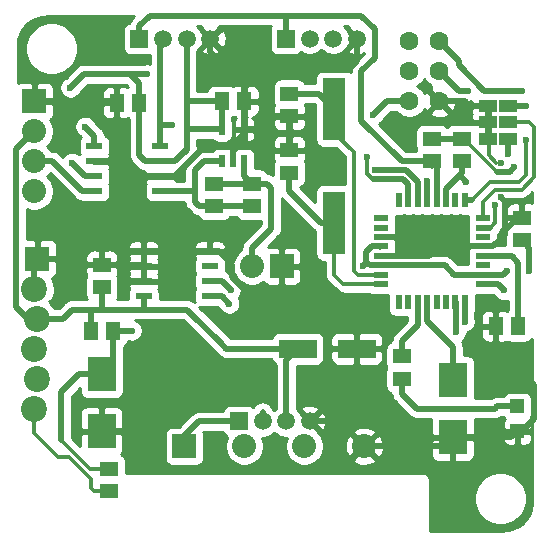
<source format=gbr>
%TF.GenerationSoftware,KiCad,Pcbnew,(5.1.10)-1*%
%TF.CreationDate,2021-07-19T12:12:26+01:00*%
%TF.ProjectId,SolarSensorATMEGA328_PCB,536f6c61-7253-4656-9e73-6f7241544d45,rev?*%
%TF.SameCoordinates,PX5734380PY7df6180*%
%TF.FileFunction,Copper,L1,Top*%
%TF.FilePolarity,Positive*%
%FSLAX46Y46*%
G04 Gerber Fmt 4.6, Leading zero omitted, Abs format (unit mm)*
G04 Created by KiCad (PCBNEW (5.1.10)-1) date 2021-07-19 12:12:26*
%MOMM*%
%LPD*%
G01*
G04 APERTURE LIST*
%TA.AperFunction,SMDPad,CuDef*%
%ADD10R,1.500000X1.000000*%
%TD*%
%TA.AperFunction,SMDPad,CuDef*%
%ADD11R,0.558800X1.270000*%
%TD*%
%TA.AperFunction,SMDPad,CuDef*%
%ADD12R,1.270000X0.558800*%
%TD*%
%TA.AperFunction,ComponentPad*%
%ADD13C,2.032000*%
%TD*%
%TA.AperFunction,ComponentPad*%
%ADD14R,2.032000X2.032000*%
%TD*%
%TA.AperFunction,SMDPad,CuDef*%
%ADD15R,1.500000X1.300000*%
%TD*%
%TA.AperFunction,ComponentPad*%
%ADD16R,2.100580X2.100580*%
%TD*%
%TA.AperFunction,ComponentPad*%
%ADD17C,2.199640*%
%TD*%
%TA.AperFunction,ComponentPad*%
%ADD18R,1.500000X1.500000*%
%TD*%
%TA.AperFunction,ComponentPad*%
%ADD19C,1.500000*%
%TD*%
%TA.AperFunction,ComponentPad*%
%ADD20C,1.600200*%
%TD*%
%TA.AperFunction,SMDPad,CuDef*%
%ADD21R,2.397760X3.000000*%
%TD*%
%TA.AperFunction,SMDPad,CuDef*%
%ADD22R,0.550000X1.000000*%
%TD*%
%TA.AperFunction,SMDPad,CuDef*%
%ADD23R,1.930400X5.334000*%
%TD*%
%TA.AperFunction,SMDPad,CuDef*%
%ADD24R,1.300000X1.500000*%
%TD*%
%TA.AperFunction,SMDPad,CuDef*%
%ADD25R,3.200000X1.600000*%
%TD*%
%TA.AperFunction,SMDPad,CuDef*%
%ADD26R,1.198880X1.198880*%
%TD*%
%TA.AperFunction,SMDPad,CuDef*%
%ADD27R,1.399540X0.599440*%
%TD*%
%TA.AperFunction,ViaPad*%
%ADD28C,0.600000*%
%TD*%
%TA.AperFunction,Conductor*%
%ADD29C,0.500000*%
%TD*%
%TA.AperFunction,Conductor*%
%ADD30C,0.300000*%
%TD*%
%TA.AperFunction,Conductor*%
%ADD31C,0.254000*%
%TD*%
%TA.AperFunction,Conductor*%
%ADD32C,0.100000*%
%TD*%
G04 APERTURE END LIST*
D10*
%TO.P,P3,6*%
%TO.N,GND*%
X75211000Y34544000D03*
%TO.P,P3,5*%
%TO.N,/ATMega328/A2*%
X76962000Y34544000D03*
%TO.P,P3,4*%
%TO.N,GND*%
X75211000Y33147000D03*
%TO.P,P3,3*%
%TO.N,/ATMega328/A1*%
X76962000Y33147000D03*
%TO.P,P3,2*%
%TO.N,GND*%
X75211000Y31750000D03*
%TO.P,P3,1*%
%TO.N,/ATMega328/A0*%
X76962000Y31750000D03*
%TD*%
D11*
%TO.P,U4,32*%
%TO.N,/ATMega328/D2*%
X67685920Y26517600D03*
%TO.P,U4,31*%
%TO.N,/Tx*%
X68486020Y26517600D03*
%TO.P,U4,30*%
%TO.N,/Rx*%
X69286120Y26517600D03*
%TO.P,U4,29*%
%TO.N,/ATMega328/RESET*%
X70086220Y26517600D03*
%TO.P,U4,28*%
%TO.N,/I2C_CLK*%
X70883780Y26517600D03*
%TO.P,U4,27*%
%TO.N,/I2C_SDA*%
X71683880Y26517600D03*
%TO.P,U4,26*%
%TO.N,/ATMega328/A3*%
X72483980Y26517600D03*
%TO.P,U4,25*%
%TO.N,/ATMega328/A2*%
X73284080Y26517600D03*
D12*
%TO.P,U4,24*%
%TO.N,/ATMega328/A1*%
X74777600Y25024080D03*
%TO.P,U4,23*%
%TO.N,/ATMega328/A0*%
X74777600Y24223980D03*
%TO.P,U4,22*%
%TO.N,/ATMega328/A7*%
X74777600Y23423880D03*
%TO.P,U4,21*%
%TO.N,GND*%
X74777600Y22623780D03*
%TO.P,U4,20*%
%TO.N,Net-(C5-Pad2)*%
X74777600Y21826220D03*
%TO.P,U4,19*%
%TO.N,/ATMega328/A6*%
X74777600Y21026120D03*
%TO.P,U4,18*%
%TO.N,VCC*%
X74777600Y20226020D03*
%TO.P,U4,17*%
%TO.N,/ATMega328/SCLK*%
X74777600Y19425920D03*
D11*
%TO.P,U4,16*%
%TO.N,/ATMega328/MISO*%
X73284080Y17932400D03*
%TO.P,U4,15*%
%TO.N,/ATMega328/MOSI*%
X72483980Y17932400D03*
%TO.P,U4,14*%
%TO.N,/ATMega328/D10*%
X71683880Y17932400D03*
%TO.P,U4,13*%
%TO.N,/ATMega328/D9*%
X70883780Y17932400D03*
%TO.P,U4,12*%
%TO.N,/ATMega328/D8_SWA*%
X70086220Y17932400D03*
%TO.P,U4,11*%
%TO.N,/ATMega328/D7_LED0*%
X69286120Y17932400D03*
%TO.P,U4,10*%
%TO.N,/ATMega328/D6*%
X68486020Y17932400D03*
%TO.P,U4,9*%
%TO.N,/ATMega328/D5*%
X67685920Y17932400D03*
D12*
%TO.P,U4,8*%
%TO.N,Net-(C10-Pad2)*%
X66192400Y19425920D03*
%TO.P,U4,7*%
%TO.N,Net-(C9-Pad2)*%
X66192400Y20226020D03*
%TO.P,U4,6*%
%TO.N,VCC*%
X66192400Y21026120D03*
%TO.P,U4,5*%
%TO.N,GND*%
X66192400Y21826220D03*
%TO.P,U4,4*%
%TO.N,VCC*%
X66192400Y22623780D03*
%TO.P,U4,3*%
%TO.N,GND*%
X66192400Y23423880D03*
%TO.P,U4,2*%
%TO.N,/ATMega328/D4*%
X66192400Y24223980D03*
%TO.P,U4,1*%
%TO.N,/ATMega328/D3*%
X66192400Y25024080D03*
%TD*%
D13*
%TO.P,D1,1*%
%TO.N,Net-(C1-Pad2)*%
X55245000Y20955000D03*
D14*
%TO.P,D1,2*%
%TO.N,GND*%
X57785000Y20955000D03*
%TD*%
D15*
%TO.P,C7,2*%
%TO.N,VCC*%
X78105000Y23169800D03*
%TO.P,C7,1*%
%TO.N,GND*%
X78105000Y25069800D03*
%TD*%
%TO.P,C8,1*%
%TO.N,/ATMega328/DTR*%
X43180000Y1910000D03*
%TO.P,C8,2*%
%TO.N,/ATMega328/RESET*%
X43180000Y3810000D03*
%TD*%
%TO.P,C9,2*%
%TO.N,Net-(C9-Pad2)*%
X58420000Y35560000D03*
%TO.P,C9,1*%
%TO.N,GND*%
X58420000Y33660000D03*
%TD*%
%TO.P,C10,1*%
%TO.N,GND*%
X58420000Y30784800D03*
%TO.P,C10,2*%
%TO.N,Net-(C10-Pad2)*%
X58420000Y28884800D03*
%TD*%
D16*
%TO.P,P9,1*%
%TO.N,GND*%
X37084000Y21590000D03*
D17*
%TO.P,P9,2*%
X36830000Y19050000D03*
%TO.P,P9,3*%
%TO.N,VCC*%
X37084000Y16510000D03*
%TO.P,P9,4*%
%TO.N,/Rx*%
X36830000Y13970000D03*
%TO.P,P9,5*%
%TO.N,/Tx*%
X37084000Y11430000D03*
%TO.P,P9,6*%
%TO.N,/ATMega328/DTR*%
X36830000Y8890000D03*
%TD*%
D14*
%TO.P,P2,1*%
%TO.N,/Tx*%
X49530000Y5715000D03*
D13*
%TO.P,P2,2*%
%TO.N,/Rx*%
X54610000Y5715000D03*
%TO.P,P2,3*%
%TO.N,VCC*%
X59690000Y5715000D03*
%TO.P,P2,4*%
%TO.N,GND*%
X64770000Y5715000D03*
D18*
%TO.P,P2,1*%
%TO.N,/Tx*%
X54150000Y7826000D03*
D19*
%TO.P,P2,2*%
%TO.N,/Rx*%
X56150000Y7826000D03*
%TO.P,P2,3*%
%TO.N,VCC*%
X58150000Y7826000D03*
%TO.P,P2,4*%
%TO.N,GND*%
X60150000Y7826000D03*
%TD*%
D20*
%TO.P,P4,5*%
%TO.N,/ATMega328/RESET*%
X68580000Y34925000D03*
%TO.P,P4,6*%
%TO.N,GND*%
X71120000Y34925000D03*
%TO.P,P4,3*%
%TO.N,/ATMega328/SCLK*%
X68580000Y37465000D03*
%TO.P,P4,4*%
%TO.N,/ATMega328/MOSI*%
X71120000Y37465000D03*
%TO.P,P4,1*%
%TO.N,/ATMega328/MISO*%
X68580000Y40005000D03*
%TO.P,P4,2*%
%TO.N,VCC*%
X71120000Y40005000D03*
%TD*%
D15*
%TO.P,R7,2*%
%TO.N,/I2C_CLK*%
X70485000Y29845000D03*
%TO.P,R7,1*%
%TO.N,VCC*%
X70485000Y31745000D03*
%TD*%
D21*
%TO.P,SW2,1*%
%TO.N,/ATMega328/RESET*%
X42545000Y11811000D03*
%TO.P,SW2,2*%
%TO.N,GND*%
X42519600Y6985000D03*
%TD*%
D22*
%TO.P,U1,5*%
%TO.N,VCC*%
X52710000Y32545000D03*
%TO.P,U1,4*%
%TO.N,GND*%
X54610000Y32545000D03*
%TO.P,U1,1*%
%TO.N,Net-(C1-Pad1)*%
X52710000Y29845000D03*
%TO.P,U1,2*%
%TO.N,GND*%
X53660000Y29845000D03*
%TO.P,U1,3*%
%TO.N,Net-(C1-Pad2)*%
X54610000Y29845000D03*
%TD*%
D23*
%TO.P,Y1,1*%
%TO.N,Net-(C9-Pad2)*%
X62230000Y34290000D03*
%TO.P,Y1,2*%
%TO.N,Net-(C10-Pad2)*%
X62230000Y24638000D03*
%TD*%
D15*
%TO.P,C1,1*%
%TO.N,Net-(C1-Pad1)*%
X52070000Y26035000D03*
%TO.P,C1,2*%
%TO.N,Net-(C1-Pad2)*%
X52070000Y27935000D03*
%TD*%
D24*
%TO.P,C2,1*%
%TO.N,GND*%
X54610000Y34925000D03*
%TO.P,C2,2*%
%TO.N,VCC*%
X52710000Y34925000D03*
%TD*%
%TO.P,C3,2*%
%TO.N,GND*%
X43815000Y34798000D03*
%TO.P,C3,1*%
%TO.N,VCC*%
X45715000Y34798000D03*
%TD*%
D15*
%TO.P,C4,2*%
%TO.N,VCC*%
X42545000Y19182000D03*
%TO.P,C4,1*%
%TO.N,GND*%
X42545000Y21082000D03*
%TD*%
D24*
%TO.P,C5,1*%
%TO.N,GND*%
X75895200Y15875000D03*
%TO.P,C5,2*%
%TO.N,Net-(C5-Pad2)*%
X77795200Y15875000D03*
%TD*%
D25*
%TO.P,C6,1*%
%TO.N,VCC*%
X59135000Y13970000D03*
%TO.P,C6,2*%
%TO.N,GND*%
X64135000Y13970000D03*
%TD*%
D26*
%TO.P,D2,2*%
%TO.N,Net-(D2-Pad2)*%
X77724000Y9083040D03*
%TO.P,D2,1*%
%TO.N,GND*%
X77724000Y6985000D03*
%TD*%
D13*
%TO.P,P8,4*%
%TO.N,Net-(P8-Pad4)*%
X36830000Y27305000D03*
%TO.P,P8,3*%
%TO.N,Net-(P8-Pad3)*%
X36830000Y29845000D03*
%TO.P,P8,2*%
%TO.N,VCC*%
X36830000Y32385000D03*
D14*
%TO.P,P8,1*%
%TO.N,GND*%
X36830000Y34925000D03*
%TD*%
D15*
%TO.P,R1,2*%
%TO.N,Net-(C1-Pad2)*%
X55245000Y27940000D03*
%TO.P,R1,1*%
%TO.N,Net-(C1-Pad1)*%
X55245000Y26040000D03*
%TD*%
%TO.P,R4,2*%
%TO.N,Net-(D2-Pad2)*%
X67945000Y11435000D03*
%TO.P,R4,1*%
%TO.N,/ATMega328/D7_LED0*%
X67945000Y13335000D03*
%TD*%
D24*
%TO.P,R5,1*%
%TO.N,VCC*%
X41610200Y15494000D03*
%TO.P,R5,2*%
%TO.N,/ATMega328/RESET*%
X43510200Y15494000D03*
%TD*%
D15*
%TO.P,R6,1*%
%TO.N,VCC*%
X73025000Y31745000D03*
%TO.P,R6,2*%
%TO.N,/I2C_SDA*%
X73025000Y29845000D03*
%TD*%
D21*
%TO.P,SW1,2*%
%TO.N,GND*%
X72263000Y6477000D03*
%TO.P,SW1,1*%
%TO.N,/ATMega328/D8_SWA*%
X72288400Y11303000D03*
%TD*%
D27*
%TO.P,U3,8*%
%TO.N,VCC*%
X46095000Y18415000D03*
%TO.P,U3,1*%
%TO.N,/I2C_SDA*%
X51695000Y18415000D03*
%TO.P,U3,7*%
%TO.N,GND*%
X46095000Y19685000D03*
%TO.P,U3,6*%
X46095000Y20955000D03*
%TO.P,U3,5*%
X46095000Y22225000D03*
%TO.P,U3,2*%
%TO.N,/I2C_CLK*%
X51695000Y19685000D03*
%TO.P,U3,3*%
%TO.N,Net-(U3-Pad3)*%
X51695000Y20955000D03*
%TO.P,U3,4*%
%TO.N,GND*%
X51695000Y22225000D03*
%TD*%
D19*
%TO.P,P10,4*%
%TO.N,GND*%
X51720000Y40211000D03*
%TO.P,P10,3*%
%TO.N,VCC*%
X49720000Y40211000D03*
%TO.P,P10,2*%
%TO.N,/I2C_SDA*%
X47720000Y40211000D03*
D18*
%TO.P,P10,1*%
%TO.N,/I2C_CLK*%
X45720000Y40211000D03*
%TD*%
%TO.P,P1,1*%
%TO.N,/I2C_CLK*%
X58135000Y40211000D03*
D19*
%TO.P,P1,2*%
%TO.N,/I2C_SDA*%
X60135000Y40211000D03*
%TO.P,P1,3*%
%TO.N,VCC*%
X62135000Y40211000D03*
%TO.P,P1,4*%
%TO.N,GND*%
X64135000Y40211000D03*
%TD*%
D27*
%TO.P,U2,8*%
%TO.N,Net-(P8-Pad3)*%
X41910000Y27305000D03*
%TO.P,U2,1*%
%TO.N,Net-(C1-Pad1)*%
X47510000Y27305000D03*
%TO.P,U2,7*%
%TO.N,Net-(P8-Pad4)*%
X41910000Y28575000D03*
%TO.P,U2,6*%
%TO.N,GND*%
X41910000Y29845000D03*
%TO.P,U2,5*%
%TO.N,/I2C_CLK*%
X41910000Y31115000D03*
%TO.P,U2,2*%
%TO.N,GND*%
X47510000Y28575000D03*
%TO.P,U2,3*%
%TO.N,VCC*%
X47510000Y29845000D03*
%TO.P,U2,4*%
%TO.N,/I2C_SDA*%
X47510000Y31115000D03*
%TD*%
D28*
%TO.N,GND*%
X68326000Y22733000D03*
X76327000Y26797000D03*
X76327000Y29718000D03*
%TO.N,VCC*%
X76835000Y20574000D03*
X78740000Y20574000D03*
X39878000Y36068000D03*
X64643000Y20955000D03*
X78105000Y35814000D03*
X77470000Y29337000D03*
X46355000Y37211000D03*
%TO.N,/ATMega328/RESET*%
X45085000Y15494000D03*
X70104000Y28194000D03*
X65532000Y33782000D03*
%TO.N,Net-(P8-Pad4)*%
X40005000Y29718000D03*
%TO.N,/Rx*%
X65674000Y29083000D03*
%TO.N,/Tx*%
X65024000Y30226000D03*
%TO.N,/I2C_SDA*%
X53340000Y17780000D03*
X48514000Y32893000D03*
X73406000Y28067000D03*
%TO.N,/I2C_CLK*%
X53467000Y18923000D03*
X41148000Y32766000D03*
%TO.N,/ATMega328/A0*%
X76962000Y30480000D03*
X75819000Y26162000D03*
%TO.N,/ATMega328/SCLK*%
X76581000Y18923000D03*
%TO.N,/ATMega328/MOSI*%
X72517000Y15367000D03*
X73533000Y35814000D03*
%TO.N,/ATMega328/MISO*%
X73279000Y16256000D03*
%TO.N,/ATMega328/A2*%
X78471000Y31623000D03*
X78486000Y34544000D03*
%TD*%
D29*
%TO.N,GND*%
X75701902Y22623780D02*
X76708000Y23629878D01*
X74777600Y22623780D02*
X75701902Y22623780D01*
X77794998Y25069800D02*
X78105000Y25069800D01*
X76708000Y23982802D02*
X77794998Y25069800D01*
X76708000Y23629878D02*
X76708000Y23982802D01*
X75311000Y34544000D02*
X75311000Y31750000D01*
X58420000Y33660000D02*
X58420000Y30784800D01*
X53660000Y29845000D02*
X53660000Y31181000D01*
X54610000Y32131000D02*
X54610000Y32545000D01*
X53660000Y31181000D02*
X54610000Y32131000D01*
X54610000Y32545000D02*
X54610000Y34925000D01*
X41910000Y29845000D02*
X43180000Y29845000D01*
X43815000Y30480000D02*
X43815000Y34798000D01*
X43180000Y29845000D02*
X43815000Y30480000D01*
X71010780Y22623780D02*
X70213220Y21826220D01*
X74777600Y22623780D02*
X71010780Y22623780D01*
X70213220Y21826220D02*
X66192400Y21826220D01*
X70210680Y23423880D02*
X71010780Y22623780D01*
X45968000Y21082000D02*
X46095000Y20955000D01*
X46095000Y19685000D02*
X44958000Y19685000D01*
X44450000Y20193000D02*
X44450000Y21082000D01*
X44958000Y19685000D02*
X44450000Y20193000D01*
X44450000Y21082000D02*
X45968000Y21082000D01*
X42545000Y21082000D02*
X44450000Y21082000D01*
X46095000Y22225000D02*
X44831000Y22225000D01*
X44450000Y21844000D02*
X44450000Y21082000D01*
X44831000Y22225000D02*
X44450000Y21844000D01*
X46095000Y22225000D02*
X51695000Y22225000D01*
X47510000Y28575000D02*
X48768000Y28575000D01*
X51374000Y31181000D02*
X53660000Y31181000D01*
X48768000Y28575000D02*
X51374000Y31181000D01*
X54610000Y32545000D02*
X55786000Y32545000D01*
X56901000Y33660000D02*
X58420000Y33660000D01*
X55786000Y32545000D02*
X56901000Y33660000D01*
X51720000Y40211000D02*
X51720000Y39085000D01*
X51720000Y39085000D02*
X53213000Y37592000D01*
X64135000Y38354000D02*
X64135000Y40211000D01*
X63373000Y37592000D02*
X64135000Y38354000D01*
X54610000Y34925000D02*
X54610000Y37592000D01*
X54610000Y37592000D02*
X63373000Y37592000D01*
X53213000Y37592000D02*
X54610000Y37592000D01*
X36830000Y21336000D02*
X37084000Y21590000D01*
X36830000Y19050000D02*
X36830000Y21336000D01*
X37084000Y21590000D02*
X39624000Y21590000D01*
X40132000Y21082000D02*
X42545000Y21082000D01*
X39624000Y21590000D02*
X40132000Y21082000D01*
X51695000Y22225000D02*
X52451000Y22225000D01*
X52451000Y22225000D02*
X53594000Y21082000D01*
X53594000Y21082000D02*
X53594000Y20066000D01*
X53594000Y20066000D02*
X54610000Y19050000D01*
X57785000Y19177000D02*
X57785000Y20955000D01*
X57658000Y19050000D02*
X57785000Y19177000D01*
X57404000Y19050000D02*
X62230000Y19050000D01*
X54610000Y19050000D02*
X57404000Y19050000D01*
X57404000Y19050000D02*
X57658000Y19050000D01*
X64135000Y17145000D02*
X64135000Y13970000D01*
X62230000Y19050000D02*
X64135000Y17145000D01*
X71120000Y34925000D02*
X73279000Y34925000D01*
X73660000Y34544000D02*
X75311000Y34544000D01*
X73279000Y34925000D02*
X73660000Y34544000D01*
X43688000Y34925000D02*
X43815000Y34798000D01*
X36830000Y34925000D02*
X43688000Y34925000D01*
X45720000Y28575000D02*
X43815000Y30480000D01*
X47510000Y28575000D02*
X45720000Y28575000D01*
X77724000Y6985000D02*
X78105000Y6985000D01*
X78105000Y6985000D02*
X79121000Y8001000D01*
X79121000Y8001000D02*
X79121000Y10922000D01*
X75895200Y14147800D02*
X75895200Y15875000D01*
X79121000Y10922000D02*
X75895200Y14147800D01*
X68326000Y22733000D02*
X68326000Y23352760D01*
X68397120Y23423880D02*
X70210680Y23423880D01*
X68326000Y23352760D02*
X68397120Y23423880D01*
X66192400Y23423880D02*
X68397120Y23423880D01*
X75438000Y31623000D02*
X75311000Y31750000D01*
D30*
X75311000Y30353000D02*
X75311000Y31750000D01*
X75946000Y29718000D02*
X75311000Y30353000D01*
D29*
X76708000Y23982802D02*
X76708000Y26416000D01*
X76708000Y26416000D02*
X76327000Y26797000D01*
X44450000Y29845000D02*
X43815000Y30480000D01*
X44450000Y21844000D02*
X44450000Y29845000D01*
X62659000Y7826000D02*
X64770000Y5715000D01*
X60150000Y7826000D02*
X62659000Y7826000D01*
X62738000Y3683000D02*
X64770000Y5715000D01*
X47752000Y3683000D02*
X62738000Y3683000D01*
X44450000Y6985000D02*
X47752000Y3683000D01*
X42519600Y6985000D02*
X44450000Y6985000D01*
X71501000Y5715000D02*
X72263000Y6477000D01*
X64770000Y5715000D02*
X71501000Y5715000D01*
X77216000Y6477000D02*
X77724000Y6985000D01*
X72263000Y6477000D02*
X77216000Y6477000D01*
X62659000Y10716000D02*
X64135000Y12192000D01*
X62659000Y7826000D02*
X62659000Y10716000D01*
X64135000Y12192000D02*
X64135000Y13970000D01*
%TO.N,Net-(C1-Pad2)*%
X55245000Y20955000D02*
X55245000Y22479000D01*
X55245000Y22479000D02*
X56896000Y24130000D01*
X56896000Y24130000D02*
X56896000Y27559000D01*
X56515000Y27940000D02*
X55245000Y27940000D01*
X56896000Y27559000D02*
X56515000Y27940000D01*
X55240000Y27935000D02*
X55245000Y27940000D01*
X52070000Y27935000D02*
X55240000Y27935000D01*
X54610000Y28575000D02*
X55245000Y27940000D01*
X54610000Y29845000D02*
X54610000Y28575000D01*
%TO.N,Net-(C1-Pad1)*%
X52710000Y29845000D02*
X51181000Y29845000D01*
X51181000Y29845000D02*
X50419000Y29083000D01*
X55240000Y26035000D02*
X55245000Y26040000D01*
X52070000Y26035000D02*
X55240000Y26035000D01*
X50292000Y27305000D02*
X50419000Y27432000D01*
X47510000Y27305000D02*
X50292000Y27305000D01*
X50419000Y29083000D02*
X50419000Y27432000D01*
X50419000Y27432000D02*
X50419000Y26416000D01*
X50800000Y26035000D02*
X52070000Y26035000D01*
X50419000Y26416000D02*
X50800000Y26035000D01*
%TO.N,VCC*%
X70485000Y31745000D02*
X73025000Y31745000D01*
X66184780Y22623780D02*
X66116621Y22555621D01*
X66192400Y22623780D02*
X66184780Y22623780D01*
X52710000Y32545000D02*
X52710000Y34925000D01*
X47510000Y29845000D02*
X46228000Y29845000D01*
X45715000Y30358000D02*
X45715000Y34798000D01*
X46228000Y29845000D02*
X45715000Y30358000D01*
X71556880Y21026120D02*
X72356980Y20226020D01*
X66192400Y21026120D02*
X71556880Y21026120D01*
X72356980Y20226020D02*
X74777600Y20226020D01*
X65257400Y21026120D02*
X64947520Y21336000D01*
X66192400Y21026120D02*
X65257400Y21026120D01*
X64947520Y21336000D02*
X64947520Y22148520D01*
X65422780Y22623780D02*
X64947520Y22148520D01*
X66192400Y22623780D02*
X65422780Y22623780D01*
X37084000Y16510000D02*
X39116000Y16510000D01*
X74777600Y20226020D02*
X76487020Y20226020D01*
X76487020Y20226020D02*
X76835000Y20574000D01*
X78740000Y22534800D02*
X78105000Y23169800D01*
X78740000Y20574000D02*
X78740000Y22534800D01*
X49720000Y30925000D02*
X49784000Y30861000D01*
X48768000Y29845000D02*
X49784000Y30861000D01*
X49720000Y36639000D02*
X49720000Y40211000D01*
X49783000Y34925000D02*
X49720000Y34988000D01*
X52710000Y34925000D02*
X49783000Y34925000D01*
X49720000Y36639000D02*
X49720000Y34988000D01*
X49817000Y32545000D02*
X49720000Y32448000D01*
X52710000Y32545000D02*
X49817000Y32545000D01*
X49720000Y32448000D02*
X49720000Y30925000D01*
X49720000Y34988000D02*
X49720000Y32448000D01*
X64947520Y21336000D02*
X64947520Y21259520D01*
X64947520Y21259520D02*
X64643000Y20955000D01*
X73025000Y31745000D02*
X73284000Y31745000D01*
D30*
X73284000Y31672880D02*
X76000880Y28956000D01*
D29*
X73284000Y31745000D02*
X73284000Y31672880D01*
X76000880Y28956000D02*
X77089000Y28956000D01*
X77089000Y28956000D02*
X77470000Y29337000D01*
X58150000Y12985000D02*
X59135000Y13970000D01*
X58150000Y7826000D02*
X58150000Y12985000D01*
X58150000Y7826000D02*
X58150000Y8906000D01*
X53086000Y13970000D02*
X52641500Y14414500D01*
X59135000Y13970000D02*
X53086000Y13970000D01*
X37084000Y16510000D02*
X39243000Y16510000D01*
X39243000Y16510000D02*
X40005000Y17272000D01*
X49784000Y17272000D02*
X50038000Y17018000D01*
X52641500Y14414500D02*
X50038000Y17018000D01*
X41610200Y15494000D02*
X41610200Y17190800D01*
X41610200Y17190800D02*
X41529000Y17272000D01*
X40005000Y17272000D02*
X41529000Y17272000D01*
X42545000Y19182000D02*
X42545000Y17399000D01*
X42545000Y17399000D02*
X42672000Y17272000D01*
X41529000Y17272000D02*
X42672000Y17272000D01*
X46095000Y17278000D02*
X46101000Y17272000D01*
X46095000Y18415000D02*
X46095000Y17278000D01*
X46101000Y17272000D02*
X49784000Y17272000D01*
X42672000Y17272000D02*
X46101000Y17272000D01*
X36830000Y32385000D02*
X35280179Y30835179D01*
X36270358Y16510000D02*
X35280179Y17500179D01*
X37084000Y16510000D02*
X36270358Y16510000D01*
X35280179Y30835179D02*
X35280179Y17500179D01*
X39878000Y36068000D02*
X41021000Y37211000D01*
X41021000Y37211000D02*
X44948000Y37211000D01*
X44948000Y37211000D02*
X45715000Y36444000D01*
X45715000Y36444000D02*
X45715000Y34798000D01*
X49720000Y30797000D02*
X48768000Y29845000D01*
X49720000Y40211000D02*
X49720000Y30797000D01*
X47510000Y29845000D02*
X48768000Y29845000D01*
X44948000Y37211000D02*
X46355000Y37211000D01*
X72771000Y37973000D02*
X74930000Y35814000D01*
X72771000Y38354000D02*
X72771000Y37973000D01*
X74930000Y35814000D02*
X78105000Y35814000D01*
X72771000Y38354000D02*
X71120000Y40005000D01*
%TO.N,Net-(C5-Pad2)*%
X77795200Y21264800D02*
X77233780Y21826220D01*
X77795200Y15875000D02*
X77795200Y21264800D01*
X77233780Y21826220D02*
X74777600Y21826220D01*
D30*
%TO.N,/ATMega328/DTR*%
X41905000Y1910000D02*
X43180000Y1910000D01*
X41656000Y2159000D02*
X41905000Y1910000D01*
X36830000Y8890000D02*
X36830000Y6858000D01*
X36830000Y6858000D02*
X38862000Y4826000D01*
X39751000Y4826000D02*
X41656000Y2921000D01*
X38862000Y4826000D02*
X39751000Y4826000D01*
X41656000Y2921000D02*
X41656000Y2159000D01*
%TO.N,/ATMega328/RESET*%
X43180000Y3810000D02*
X41529000Y3810000D01*
X41529000Y3810000D02*
X39116000Y6223000D01*
D29*
X39116000Y6223000D02*
X39116000Y10287000D01*
X40640000Y11811000D02*
X42545000Y11811000D01*
X39116000Y10287000D02*
X40640000Y11811000D01*
X43510200Y12776200D02*
X42545000Y11811000D01*
X43510200Y15494000D02*
X43510200Y12776200D01*
X43510200Y15494000D02*
X45085000Y15494000D01*
X70104000Y26535380D02*
X70086220Y26517600D01*
X70104000Y28194000D02*
X70104000Y26535380D01*
X68580000Y34925000D02*
X66675000Y34925000D01*
X66675000Y34925000D02*
X65532000Y33782000D01*
%TO.N,Net-(C9-Pad2)*%
X60960000Y35560000D02*
X62230000Y34290000D01*
X58420000Y35560000D02*
X60960000Y35560000D01*
D30*
X62230000Y32258000D02*
X62230000Y34290000D01*
X66192400Y20226020D02*
X64228980Y20226020D01*
X64228980Y20226020D02*
X63881000Y20574000D01*
X63881000Y20574000D02*
X63881000Y30607000D01*
X63881000Y30607000D02*
X62230000Y32258000D01*
D29*
%TO.N,Net-(C10-Pad2)*%
X58420000Y28884800D02*
X58420000Y27305000D01*
X61087000Y24638000D02*
X62230000Y24638000D01*
X58420000Y27305000D02*
X61087000Y24638000D01*
D30*
X66192400Y19425920D02*
X62997080Y19425920D01*
X62997080Y19425920D02*
X62230000Y20193000D01*
X62230000Y20193000D02*
X62230000Y24638000D01*
D29*
%TO.N,Net-(D2-Pad2)*%
X67945000Y11435000D02*
X67945000Y10160000D01*
X67945000Y10160000D02*
X69215000Y8890000D01*
X69215000Y8890000D02*
X75819000Y8890000D01*
X76012040Y9083040D02*
X77724000Y9083040D01*
X75819000Y8890000D02*
X76012040Y9083040D01*
%TO.N,Net-(P8-Pad4)*%
X41148000Y28575000D02*
X41910000Y28575000D01*
X40005000Y29718000D02*
X41148000Y28575000D01*
%TO.N,Net-(P8-Pad3)*%
X36830000Y29845000D02*
X38354000Y29845000D01*
X40894000Y27305000D02*
X41910000Y27305000D01*
X38354000Y29845000D02*
X40894000Y27305000D01*
%TO.N,/Rx*%
X56150000Y8620000D02*
X56150000Y7826000D01*
X65674000Y29083000D02*
X68326000Y29083000D01*
X69286120Y28122880D02*
X69286120Y26517600D01*
X68326000Y29083000D02*
X69286120Y28122880D01*
D30*
%TO.N,/Tx*%
X65023999Y28770999D02*
X65473998Y28321000D01*
X65024000Y30226000D02*
X65023999Y28770999D01*
D29*
X68072000Y28321000D02*
X68486020Y27906980D01*
X65473998Y28321000D02*
X68072000Y28321000D01*
X68486020Y27906980D02*
X68486020Y26517600D01*
X49530000Y5715000D02*
X49530000Y6604000D01*
X50752000Y7826000D02*
X54150000Y7826000D01*
X49530000Y6604000D02*
X50752000Y7826000D01*
%TO.N,/I2C_SDA*%
X72953880Y29773880D02*
X73025000Y29845000D01*
X47510000Y40001000D02*
X47720000Y40211000D01*
X71683880Y26517600D02*
X71683880Y27487880D01*
X73025000Y28829000D02*
X73025000Y29845000D01*
X51695000Y18415000D02*
X52705000Y18415000D01*
X52705000Y18415000D02*
X53340000Y17780000D01*
X47522000Y32893000D02*
X47510000Y32905000D01*
X48514000Y32893000D02*
X47522000Y32893000D01*
X47510000Y32905000D02*
X47510000Y40001000D01*
X47510000Y31115000D02*
X47510000Y32905000D01*
X73406000Y28067000D02*
X72834500Y28638500D01*
X72834500Y28638500D02*
X73025000Y28829000D01*
X71683880Y27487880D02*
X72834500Y28638500D01*
%TO.N,/I2C_CLK*%
X70485000Y29464000D02*
X70485000Y29845000D01*
X45720000Y40211000D02*
X45720000Y41275000D01*
X45720000Y41275000D02*
X46609000Y42164000D01*
X70883780Y29446220D02*
X70485000Y29845000D01*
X70883780Y26517600D02*
X70883780Y29446220D01*
X46609000Y42164000D02*
X57150000Y42164000D01*
X58135000Y42068000D02*
X58039000Y42164000D01*
X58135000Y40211000D02*
X58135000Y42068000D01*
X58039000Y42164000D02*
X57150000Y42164000D01*
X64516000Y42164000D02*
X58039000Y42164000D01*
X65659000Y41021000D02*
X64516000Y42164000D01*
X65659000Y38608000D02*
X65659000Y41021000D01*
X64516000Y37465000D02*
X65659000Y38608000D01*
X64516000Y33274000D02*
X64516000Y37465000D01*
X67945000Y29845000D02*
X64516000Y33274000D01*
X70485000Y29845000D02*
X67945000Y29845000D01*
X51695000Y19685000D02*
X52705000Y19685000D01*
X52705000Y19685000D02*
X53467000Y18923000D01*
X41910000Y32004000D02*
X41910000Y31623000D01*
X41148000Y32766000D02*
X41910000Y32004000D01*
X41910000Y31115000D02*
X41910000Y31623000D01*
%TO.N,/ATMega328/A0*%
X76962000Y30480000D02*
X76962000Y31750000D01*
D30*
X75819000Y24630899D02*
X75762601Y24574500D01*
X75819000Y26162000D02*
X75819000Y24630899D01*
X75412081Y24223980D02*
X75819000Y24630899D01*
D29*
X74777600Y24223980D02*
X75412081Y24223980D01*
D30*
%TO.N,/ATMega328/A1*%
X74777600Y25024080D02*
X74777600Y26390600D01*
X75834001Y27447001D02*
X78089999Y27447001D01*
X74777600Y26390600D02*
X75834001Y27447001D01*
X79121001Y28478003D02*
X79121001Y32765999D01*
X78089999Y27447001D02*
X79121001Y28478003D01*
X78740000Y33147000D02*
X76962000Y33147000D01*
X79121001Y32765999D02*
X78740000Y33147000D01*
D29*
%TO.N,/ATMega328/SCLK*%
X76581000Y18923000D02*
X76073000Y19431000D01*
X74782680Y19431000D02*
X74777600Y19425920D01*
X76073000Y19431000D02*
X74782680Y19431000D01*
%TO.N,/ATMega328/MOSI*%
X72517000Y17899380D02*
X72483980Y17932400D01*
X72517000Y15367000D02*
X72517000Y17899380D01*
X71120000Y37465000D02*
X72771000Y35814000D01*
X72771000Y35814000D02*
X73533000Y35814000D01*
%TO.N,/ATMega328/MISO*%
X73279000Y17927320D02*
X73284080Y17932400D01*
X73279000Y16256000D02*
X73279000Y17927320D01*
%TO.N,/ATMega328/D7_LED0*%
X67945000Y13335000D02*
X67945000Y14605000D01*
X69286120Y15946120D02*
X69286120Y17932400D01*
X67945000Y14605000D02*
X69286120Y15946120D01*
%TO.N,/ATMega328/D8_SWA*%
X70086220Y17932400D02*
X70086220Y16273780D01*
X72288400Y14071600D02*
X72288400Y11303000D01*
X70086220Y16273780D02*
X72288400Y14071600D01*
%TO.N,/ATMega328/A2*%
X78486000Y34544000D02*
X76962000Y34544000D01*
D30*
X77851000Y28067000D02*
X78486000Y28702000D01*
X73888600Y26517600D02*
X75438000Y28067000D01*
D29*
X73284080Y26517600D02*
X73888600Y26517600D01*
D30*
X75438000Y28067000D02*
X77851000Y28067000D01*
X78486000Y31608000D02*
X78471000Y31623000D01*
X78486000Y28702000D02*
X78486000Y31608000D01*
%TD*%
D31*
%TO.N,GND*%
X45124951Y41931529D02*
X45091184Y41903817D01*
X45063471Y41870049D01*
X45063468Y41870046D01*
X44980590Y41769059D01*
X44898412Y41615313D01*
X44891129Y41591304D01*
X44845518Y41586812D01*
X44725820Y41550502D01*
X44615506Y41491537D01*
X44518815Y41412185D01*
X44439463Y41315494D01*
X44380498Y41205180D01*
X44344188Y41085482D01*
X44331928Y40961000D01*
X44331928Y39461000D01*
X44344188Y39336518D01*
X44380498Y39216820D01*
X44439463Y39106506D01*
X44518815Y39009815D01*
X44615506Y38930463D01*
X44725820Y38871498D01*
X44845518Y38835188D01*
X44970000Y38822928D01*
X46470000Y38822928D01*
X46594482Y38835188D01*
X46625001Y38844446D01*
X46625001Y38110611D01*
X46447089Y38146000D01*
X46262911Y38146000D01*
X46082271Y38110068D01*
X46048308Y38096000D01*
X44991469Y38096000D01*
X44948000Y38100281D01*
X44904531Y38096000D01*
X41064465Y38096000D01*
X41020999Y38100281D01*
X40977533Y38096000D01*
X40977523Y38096000D01*
X40847510Y38083195D01*
X40680687Y38032589D01*
X40526941Y37950411D01*
X40526939Y37950410D01*
X40526940Y37950410D01*
X40425953Y37867532D01*
X40425951Y37867530D01*
X40392183Y37839817D01*
X40364470Y37806049D01*
X39469077Y36910655D01*
X39435111Y36896586D01*
X39281972Y36794262D01*
X39151738Y36664028D01*
X39049414Y36510889D01*
X38978932Y36340729D01*
X38943000Y36160089D01*
X38943000Y35975911D01*
X38978932Y35795271D01*
X39049414Y35625111D01*
X39151738Y35471972D01*
X39281972Y35341738D01*
X39435111Y35239414D01*
X39605271Y35168932D01*
X39785911Y35133000D01*
X39970089Y35133000D01*
X40150729Y35168932D01*
X40320889Y35239414D01*
X40474028Y35341738D01*
X40604262Y35471972D01*
X40655062Y35548000D01*
X42526928Y35548000D01*
X42530000Y35083750D01*
X42688750Y34925000D01*
X43688000Y34925000D01*
X43688000Y36024250D01*
X43529250Y36183000D01*
X43165000Y36186072D01*
X43040518Y36173812D01*
X42920820Y36137502D01*
X42810506Y36078537D01*
X42713815Y35999185D01*
X42634463Y35902494D01*
X42575498Y35792180D01*
X42539188Y35672482D01*
X42526928Y35548000D01*
X40655062Y35548000D01*
X40706586Y35625111D01*
X40720655Y35659077D01*
X41387579Y36326000D01*
X44581422Y36326000D01*
X44787650Y36119772D01*
X44765000Y36107665D01*
X44709180Y36137502D01*
X44589482Y36173812D01*
X44465000Y36186072D01*
X44100750Y36183000D01*
X43942000Y36024250D01*
X43942000Y34925000D01*
X43962000Y34925000D01*
X43962000Y34671000D01*
X43942000Y34671000D01*
X43942000Y33571750D01*
X44100750Y33413000D01*
X44465000Y33409928D01*
X44589482Y33422188D01*
X44709180Y33458498D01*
X44765000Y33488335D01*
X44820820Y33458498D01*
X44830001Y33455713D01*
X44830000Y30401469D01*
X44825719Y30358000D01*
X44830000Y30314531D01*
X44830000Y30314524D01*
X44834601Y30267809D01*
X44842805Y30184510D01*
X44847758Y30168183D01*
X44893411Y30017688D01*
X44975589Y29863942D01*
X45086183Y29729183D01*
X45119956Y29701466D01*
X45571466Y29249956D01*
X45599183Y29216183D01*
X45715727Y29120537D01*
X45733941Y29105589D01*
X45887686Y29023411D01*
X46038927Y28977532D01*
X46054510Y28972805D01*
X46180595Y28960387D01*
X46172158Y28874720D01*
X46175230Y28860750D01*
X46333980Y28702000D01*
X47383000Y28702000D01*
X47383000Y28722000D01*
X47637000Y28722000D01*
X47637000Y28702000D01*
X48686020Y28702000D01*
X48844770Y28860750D01*
X48847842Y28874720D01*
X48839174Y28962728D01*
X48941490Y28972805D01*
X49108313Y29023411D01*
X49262059Y29105589D01*
X49396817Y29216183D01*
X49424534Y29249956D01*
X49597202Y29422624D01*
X49566999Y29323059D01*
X49550090Y29267317D01*
X49546805Y29256489D01*
X49534000Y29126476D01*
X49534000Y29126469D01*
X49529719Y29083000D01*
X49534000Y29039531D01*
X49534001Y28190000D01*
X48839443Y28190000D01*
X48847842Y28275280D01*
X48844770Y28289250D01*
X48686020Y28448000D01*
X47637000Y28448000D01*
X47637000Y28428000D01*
X47383000Y28428000D01*
X47383000Y28448000D01*
X46333980Y28448000D01*
X46175230Y28289250D01*
X46172158Y28275280D01*
X46184418Y28150798D01*
X46220728Y28031100D01*
X46269423Y27940000D01*
X46220728Y27848900D01*
X46184418Y27729202D01*
X46172158Y27604720D01*
X46172158Y27005280D01*
X46184418Y26880798D01*
X46220728Y26761100D01*
X46279693Y26650786D01*
X46359045Y26554095D01*
X46455736Y26474743D01*
X46566050Y26415778D01*
X46685748Y26379468D01*
X46810230Y26367208D01*
X48209770Y26367208D01*
X48334252Y26379468D01*
X48453950Y26415778D01*
X48461849Y26420000D01*
X49530113Y26420000D01*
X49529719Y26416000D01*
X49546805Y26242510D01*
X49597412Y26075687D01*
X49679590Y25921941D01*
X49762468Y25820954D01*
X49762471Y25820951D01*
X49790184Y25787183D01*
X49823952Y25759470D01*
X50143466Y25439956D01*
X50171183Y25406183D01*
X50305941Y25295589D01*
X50459687Y25213411D01*
X50626510Y25162805D01*
X50726826Y25152925D01*
X50730498Y25140820D01*
X50789463Y25030506D01*
X50868815Y24933815D01*
X50965506Y24854463D01*
X51075820Y24795498D01*
X51195518Y24759188D01*
X51320000Y24746928D01*
X52820000Y24746928D01*
X52944482Y24759188D01*
X53064180Y24795498D01*
X53174494Y24854463D01*
X53271185Y24933815D01*
X53350537Y25030506D01*
X53409502Y25140820D01*
X53412287Y25150000D01*
X53904230Y25150000D01*
X53905498Y25145820D01*
X53964463Y25035506D01*
X54043815Y24938815D01*
X54140506Y24859463D01*
X54250820Y24800498D01*
X54370518Y24764188D01*
X54495000Y24751928D01*
X55995000Y24751928D01*
X56011000Y24753504D01*
X56011000Y24496579D01*
X54649951Y23135529D01*
X54616184Y23107817D01*
X54588471Y23074049D01*
X54588468Y23074046D01*
X54505590Y22973059D01*
X54423412Y22819313D01*
X54372805Y22652490D01*
X54355719Y22479000D01*
X54360001Y22435521D01*
X54360001Y22349303D01*
X54192549Y22237415D01*
X53962585Y22007451D01*
X53781903Y21737042D01*
X53657447Y21436579D01*
X53594000Y21117609D01*
X53594000Y20792391D01*
X53657447Y20473421D01*
X53781903Y20172958D01*
X53962585Y19902549D01*
X54192549Y19672585D01*
X54462958Y19491903D01*
X54763421Y19367447D01*
X55082391Y19304000D01*
X55407609Y19304000D01*
X55726579Y19367447D01*
X56027042Y19491903D01*
X56219296Y19620364D01*
X56238463Y19584506D01*
X56317815Y19487815D01*
X56414506Y19408463D01*
X56524820Y19349498D01*
X56644518Y19313188D01*
X56769000Y19300928D01*
X57499250Y19304000D01*
X57658000Y19462750D01*
X57658000Y20828000D01*
X57912000Y20828000D01*
X57912000Y19462750D01*
X58070750Y19304000D01*
X58801000Y19300928D01*
X58925482Y19313188D01*
X59045180Y19349498D01*
X59155494Y19408463D01*
X59252185Y19487815D01*
X59331537Y19584506D01*
X59390502Y19694820D01*
X59426812Y19814518D01*
X59439072Y19939000D01*
X59436000Y20669250D01*
X59277250Y20828000D01*
X57912000Y20828000D01*
X57658000Y20828000D01*
X57638000Y20828000D01*
X57638000Y21082000D01*
X57658000Y21082000D01*
X57658000Y22447250D01*
X57912000Y22447250D01*
X57912000Y21082000D01*
X59277250Y21082000D01*
X59436000Y21240750D01*
X59439072Y21971000D01*
X59426812Y22095482D01*
X59390502Y22215180D01*
X59331537Y22325494D01*
X59252185Y22422185D01*
X59155494Y22501537D01*
X59045180Y22560502D01*
X58925482Y22596812D01*
X58801000Y22609072D01*
X58070750Y22606000D01*
X57912000Y22447250D01*
X57658000Y22447250D01*
X57499250Y22606000D01*
X56769000Y22609072D01*
X56644518Y22596812D01*
X56601272Y22583693D01*
X57491050Y23473471D01*
X57524817Y23501183D01*
X57579751Y23568119D01*
X57635411Y23635941D01*
X57717589Y23789686D01*
X57768195Y23956510D01*
X57771630Y23991388D01*
X57781000Y24086523D01*
X57781000Y24086531D01*
X57785281Y24130000D01*
X57781000Y24173469D01*
X57781000Y26688592D01*
X57791184Y26676183D01*
X57824951Y26648471D01*
X60430470Y24042951D01*
X60458183Y24009183D01*
X60491951Y23981470D01*
X60491953Y23981468D01*
X60592941Y23898589D01*
X60626728Y23880530D01*
X60626728Y21971000D01*
X60638988Y21846518D01*
X60675298Y21726820D01*
X60734263Y21616506D01*
X60813615Y21519815D01*
X60910306Y21440463D01*
X61020620Y21381498D01*
X61140318Y21345188D01*
X61264800Y21332928D01*
X61445000Y21332928D01*
X61445000Y20231553D01*
X61441203Y20193000D01*
X61445000Y20154447D01*
X61445000Y20154440D01*
X61456359Y20039114D01*
X61501246Y19891141D01*
X61574138Y19754768D01*
X61672236Y19635236D01*
X61702189Y19610653D01*
X62414737Y18898105D01*
X62439316Y18868156D01*
X62469264Y18843578D01*
X62469267Y18843575D01*
X62484698Y18830911D01*
X62558847Y18770058D01*
X62695220Y18697166D01*
X62843193Y18652278D01*
X62918106Y18644900D01*
X62958519Y18640920D01*
X62958524Y18640920D01*
X62997080Y18637123D01*
X63035635Y18640920D01*
X65172520Y18640920D01*
X65202906Y18615983D01*
X65313220Y18557018D01*
X65432918Y18520708D01*
X65557400Y18508448D01*
X66768448Y18508448D01*
X66768448Y17297400D01*
X66780708Y17172918D01*
X66817018Y17053220D01*
X66875983Y16942906D01*
X66955335Y16846215D01*
X67052026Y16766863D01*
X67162340Y16707898D01*
X67282038Y16671588D01*
X67406520Y16659328D01*
X67965320Y16659328D01*
X68085970Y16671211D01*
X68206620Y16659328D01*
X68401120Y16659328D01*
X68401120Y16312699D01*
X67349951Y15261529D01*
X67316184Y15233817D01*
X67288471Y15200049D01*
X67288468Y15200046D01*
X67205590Y15099059D01*
X67123412Y14945313D01*
X67072805Y14778490D01*
X67055853Y14606364D01*
X66950820Y14574502D01*
X66840506Y14515537D01*
X66743815Y14436185D01*
X66664463Y14339494D01*
X66605498Y14229180D01*
X66569188Y14109482D01*
X66556928Y13985000D01*
X66556928Y12685000D01*
X66569188Y12560518D01*
X66605498Y12440820D01*
X66635335Y12385000D01*
X66605498Y12329180D01*
X66569188Y12209482D01*
X66556928Y12085000D01*
X66556928Y10785000D01*
X66569188Y10660518D01*
X66605498Y10540820D01*
X66664463Y10430506D01*
X66743815Y10333815D01*
X66840506Y10254463D01*
X66950820Y10195498D01*
X67056071Y10163571D01*
X67055719Y10160000D01*
X67072805Y9986510D01*
X67123412Y9819687D01*
X67205590Y9665941D01*
X67288468Y9564954D01*
X67288471Y9564951D01*
X67316184Y9531183D01*
X67349951Y9503471D01*
X68558470Y8294951D01*
X68586183Y8261183D01*
X68619951Y8233470D01*
X68619953Y8233468D01*
X68647519Y8210845D01*
X68720941Y8150589D01*
X68874687Y8068411D01*
X69041510Y8017805D01*
X69171523Y8005000D01*
X69171533Y8005000D01*
X69214999Y8000719D01*
X69258465Y8005000D01*
X70428806Y8005000D01*
X70426048Y7977000D01*
X70429120Y6762750D01*
X70587870Y6604000D01*
X72136000Y6604000D01*
X72136000Y6624000D01*
X72390000Y6624000D01*
X72390000Y6604000D01*
X73938130Y6604000D01*
X74096880Y6762750D01*
X74099952Y7977000D01*
X74097194Y8005000D01*
X75775531Y8005000D01*
X75819000Y8000719D01*
X75862469Y8005000D01*
X75862477Y8005000D01*
X75992490Y8017805D01*
X76159313Y8068411D01*
X76313059Y8150589D01*
X76370878Y8198040D01*
X76557176Y8198040D01*
X76594023Y8129106D01*
X76672058Y8034020D01*
X76594023Y7938934D01*
X76535058Y7828620D01*
X76498748Y7708922D01*
X76486488Y7584440D01*
X76489560Y7270750D01*
X76648310Y7112000D01*
X77597000Y7112000D01*
X77597000Y7132000D01*
X77851000Y7132000D01*
X77851000Y7112000D01*
X78799690Y7112000D01*
X78958440Y7270750D01*
X78961512Y7584440D01*
X78949252Y7708922D01*
X78912942Y7828620D01*
X78853977Y7938934D01*
X78775942Y8034020D01*
X78853977Y8129106D01*
X78912942Y8239420D01*
X78949252Y8359118D01*
X78961512Y8483600D01*
X78961512Y9682480D01*
X78949252Y9806962D01*
X78912942Y9926660D01*
X78853977Y10036974D01*
X78774625Y10133665D01*
X78677934Y10213017D01*
X78567620Y10271982D01*
X78447922Y10308292D01*
X78323440Y10320552D01*
X77124560Y10320552D01*
X77000078Y10308292D01*
X76880380Y10271982D01*
X76770066Y10213017D01*
X76673375Y10133665D01*
X76594023Y10036974D01*
X76557176Y9968040D01*
X76055509Y9968040D01*
X76012040Y9972321D01*
X75968571Y9968040D01*
X75968563Y9968040D01*
X75838550Y9955235D01*
X75671727Y9904629D01*
X75517981Y9822451D01*
X75460162Y9775000D01*
X74122594Y9775000D01*
X74125352Y9803000D01*
X74125352Y12803000D01*
X74113092Y12927482D01*
X74076782Y13047180D01*
X74017817Y13157494D01*
X73938465Y13254185D01*
X73841774Y13333537D01*
X73731460Y13392502D01*
X73611762Y13428812D01*
X73487280Y13441072D01*
X73173400Y13441072D01*
X73173400Y14028131D01*
X73177681Y14071600D01*
X73173400Y14115069D01*
X73173400Y14115077D01*
X73160595Y14245090D01*
X73109989Y14411913D01*
X73027811Y14565659D01*
X73018197Y14577374D01*
X73113028Y14640738D01*
X73243262Y14770972D01*
X73345586Y14924111D01*
X73416068Y15094271D01*
X73422180Y15125000D01*
X74607128Y15125000D01*
X74619388Y15000518D01*
X74655698Y14880820D01*
X74714663Y14770506D01*
X74794015Y14673815D01*
X74890706Y14594463D01*
X75001020Y14535498D01*
X75120718Y14499188D01*
X75245200Y14486928D01*
X75609450Y14490000D01*
X75768200Y14648750D01*
X75768200Y15748000D01*
X74768950Y15748000D01*
X74610200Y15589250D01*
X74607128Y15125000D01*
X73422180Y15125000D01*
X73452000Y15274911D01*
X73452000Y15337094D01*
X73551729Y15356932D01*
X73721889Y15427414D01*
X73875028Y15529738D01*
X74005262Y15659972D01*
X74107586Y15813111D01*
X74178068Y15983271D01*
X74214000Y16163911D01*
X74214000Y16348089D01*
X74178068Y16528729D01*
X74164000Y16562692D01*
X74164000Y16625000D01*
X74607128Y16625000D01*
X74610200Y16160750D01*
X74768950Y16002000D01*
X75768200Y16002000D01*
X75768200Y17101250D01*
X75609450Y17260000D01*
X75245200Y17263072D01*
X75120718Y17250812D01*
X75001020Y17214502D01*
X74890706Y17155537D01*
X74794015Y17076185D01*
X74714663Y16979494D01*
X74655698Y16869180D01*
X74619388Y16749482D01*
X74607128Y16625000D01*
X74164000Y16625000D01*
X74164000Y17089541D01*
X74189292Y17172918D01*
X74201552Y17297400D01*
X74201552Y18508448D01*
X75412600Y18508448D01*
X75537082Y18520708D01*
X75620459Y18546000D01*
X75706422Y18546000D01*
X75738345Y18514077D01*
X75752414Y18480111D01*
X75854738Y18326972D01*
X75984972Y18196738D01*
X76138111Y18094414D01*
X76308271Y18023932D01*
X76488911Y17988000D01*
X76673089Y17988000D01*
X76853729Y18023932D01*
X76910200Y18047323D01*
X76910200Y17217287D01*
X76901020Y17214502D01*
X76845200Y17184665D01*
X76789380Y17214502D01*
X76669682Y17250812D01*
X76545200Y17263072D01*
X76180950Y17260000D01*
X76022200Y17101250D01*
X76022200Y16002000D01*
X76042200Y16002000D01*
X76042200Y15748000D01*
X76022200Y15748000D01*
X76022200Y14648750D01*
X76180950Y14490000D01*
X76545200Y14486928D01*
X76669682Y14499188D01*
X76789380Y14535498D01*
X76845200Y14565335D01*
X76901020Y14535498D01*
X77020718Y14499188D01*
X77145200Y14486928D01*
X78445200Y14486928D01*
X78569682Y14499188D01*
X78689380Y14535498D01*
X78799694Y14594463D01*
X78896385Y14673815D01*
X78963900Y14756083D01*
X78963900Y1035181D01*
X78950388Y766107D01*
X78913502Y522917D01*
X78853529Y288872D01*
X78771834Y64680D01*
X78669557Y-148287D01*
X78547692Y-349291D01*
X78407515Y-536974D01*
X78250082Y-710180D01*
X78076869Y-867619D01*
X77889269Y-1007734D01*
X77688192Y-1129565D01*
X77475131Y-1231966D01*
X77251131Y-1313591D01*
X77016986Y-1373512D01*
X76773783Y-1410477D01*
X76504827Y-1423900D01*
X70334000Y-1423900D01*
X70334000Y1488128D01*
X74036000Y1488128D01*
X74036000Y1047872D01*
X74121890Y616075D01*
X74290369Y209331D01*
X74534962Y-156729D01*
X74846271Y-468038D01*
X75212331Y-712631D01*
X75619075Y-881110D01*
X76050872Y-967000D01*
X76491128Y-967000D01*
X76922925Y-881110D01*
X77329669Y-712631D01*
X77695729Y-468038D01*
X78007038Y-156729D01*
X78251631Y209331D01*
X78420110Y616075D01*
X78506000Y1047872D01*
X78506000Y1488128D01*
X78420110Y1919925D01*
X78251631Y2326669D01*
X78007038Y2692729D01*
X77695729Y3004038D01*
X77329669Y3248631D01*
X76922925Y3417110D01*
X76491128Y3503000D01*
X76050872Y3503000D01*
X75619075Y3417110D01*
X75212331Y3248631D01*
X74846271Y3004038D01*
X74534962Y2692729D01*
X74290369Y2326669D01*
X74121890Y1919925D01*
X74036000Y1488128D01*
X70334000Y1488128D01*
X70334000Y2757353D01*
X70337314Y2791000D01*
X70324088Y2925283D01*
X70284919Y3054406D01*
X70221312Y3173407D01*
X70135711Y3277711D01*
X70031407Y3363312D01*
X69912406Y3426919D01*
X69783283Y3466088D01*
X69682647Y3476000D01*
X69649000Y3479314D01*
X69615353Y3476000D01*
X44782847Y3476000D01*
X44749200Y3479314D01*
X44715553Y3476000D01*
X44614917Y3466088D01*
X44568072Y3451878D01*
X44568072Y4460000D01*
X44555812Y4584482D01*
X44519502Y4704180D01*
X44460537Y4814494D01*
X44381185Y4911185D01*
X44284494Y4990537D01*
X44179990Y5046396D01*
X44249017Y5130506D01*
X44307982Y5240820D01*
X44344292Y5360518D01*
X44356552Y5485000D01*
X44353480Y6699250D01*
X44194730Y6858000D01*
X42646600Y6858000D01*
X42646600Y6838000D01*
X42392600Y6838000D01*
X42392600Y6858000D01*
X40844470Y6858000D01*
X40685720Y6699250D01*
X40683358Y5765799D01*
X40001000Y6448157D01*
X40001000Y8485000D01*
X40682648Y8485000D01*
X40685720Y7270750D01*
X40844470Y7112000D01*
X42392600Y7112000D01*
X42392600Y8961250D01*
X42646600Y8961250D01*
X42646600Y7112000D01*
X44194730Y7112000D01*
X44353480Y7270750D01*
X44356552Y8485000D01*
X44344292Y8609482D01*
X44307982Y8729180D01*
X44249017Y8839494D01*
X44169665Y8936185D01*
X44072974Y9015537D01*
X43962660Y9074502D01*
X43842962Y9110812D01*
X43718480Y9123072D01*
X42805350Y9120000D01*
X42646600Y8961250D01*
X42392600Y8961250D01*
X42233850Y9120000D01*
X41320720Y9123072D01*
X41196238Y9110812D01*
X41076540Y9074502D01*
X40966226Y9015537D01*
X40869535Y8936185D01*
X40790183Y8839494D01*
X40731218Y8729180D01*
X40694908Y8609482D01*
X40682648Y8485000D01*
X40001000Y8485000D01*
X40001000Y9920422D01*
X40708048Y10627469D01*
X40708048Y10311000D01*
X40720308Y10186518D01*
X40756618Y10066820D01*
X40815583Y9956506D01*
X40894935Y9859815D01*
X40991626Y9780463D01*
X41101940Y9721498D01*
X41221638Y9685188D01*
X41346120Y9672928D01*
X43743880Y9672928D01*
X43868362Y9685188D01*
X43988060Y9721498D01*
X44098374Y9780463D01*
X44195065Y9859815D01*
X44274417Y9956506D01*
X44333382Y10066820D01*
X44369692Y10186518D01*
X44381952Y10311000D01*
X44381952Y12601250D01*
X44382395Y12602710D01*
X44395200Y12732723D01*
X44395200Y12732731D01*
X44399481Y12776200D01*
X44395200Y12819669D01*
X44395200Y14151713D01*
X44404380Y14154498D01*
X44514694Y14213463D01*
X44611385Y14292815D01*
X44690737Y14389506D01*
X44749702Y14499820D01*
X44782318Y14607339D01*
X44812271Y14594932D01*
X44992911Y14559000D01*
X45177089Y14559000D01*
X45357729Y14594932D01*
X45527889Y14665414D01*
X45681028Y14767738D01*
X45811262Y14897972D01*
X45913586Y15051111D01*
X45984068Y15221271D01*
X46020000Y15401911D01*
X46020000Y15586089D01*
X45984068Y15766729D01*
X45913586Y15936889D01*
X45811262Y16090028D01*
X45681028Y16220262D01*
X45527889Y16322586D01*
X45372379Y16387000D01*
X46057533Y16387000D01*
X46100999Y16382719D01*
X46144465Y16387000D01*
X49417422Y16387000D01*
X52046453Y13757968D01*
X52046459Y13757963D01*
X52429466Y13374956D01*
X52457183Y13341183D01*
X52591941Y13230589D01*
X52745687Y13148411D01*
X52850839Y13116513D01*
X52912509Y13097805D01*
X52927306Y13096348D01*
X53042523Y13085000D01*
X53042531Y13085000D01*
X53086000Y13080719D01*
X53129469Y13085000D01*
X56905299Y13085000D01*
X56909188Y13045518D01*
X56945498Y12925820D01*
X57004463Y12815506D01*
X57083815Y12718815D01*
X57180506Y12639463D01*
X57265001Y12594299D01*
X57265000Y8899685D01*
X57150000Y8784685D01*
X57032886Y8901799D01*
X56978269Y8938293D01*
X56971589Y8960313D01*
X56889411Y9114059D01*
X56778817Y9248817D01*
X56644058Y9359411D01*
X56490312Y9441589D01*
X56323489Y9492195D01*
X56150000Y9509282D01*
X55976510Y9492195D01*
X55809687Y9441589D01*
X55655941Y9359411D01*
X55521183Y9248817D01*
X55410589Y9114058D01*
X55359039Y9017614D01*
X55351185Y9027185D01*
X55254494Y9106537D01*
X55144180Y9165502D01*
X55024482Y9201812D01*
X54900000Y9214072D01*
X53400000Y9214072D01*
X53275518Y9201812D01*
X53155820Y9165502D01*
X53045506Y9106537D01*
X52948815Y9027185D01*
X52869463Y8930494D01*
X52810498Y8820180D01*
X52777379Y8711000D01*
X50795469Y8711000D01*
X50752000Y8715281D01*
X50708531Y8711000D01*
X50708523Y8711000D01*
X50601731Y8700482D01*
X50578509Y8698195D01*
X50527903Y8682843D01*
X50411687Y8647589D01*
X50257941Y8565411D01*
X50257939Y8565410D01*
X50257940Y8565410D01*
X50156953Y8482532D01*
X50156951Y8482530D01*
X50123183Y8454817D01*
X50095470Y8421049D01*
X49043494Y7369072D01*
X48514000Y7369072D01*
X48389518Y7356812D01*
X48269820Y7320502D01*
X48159506Y7261537D01*
X48062815Y7182185D01*
X47983463Y7085494D01*
X47924498Y6975180D01*
X47888188Y6855482D01*
X47875928Y6731000D01*
X47875928Y4699000D01*
X47888188Y4574518D01*
X47924498Y4454820D01*
X47983463Y4344506D01*
X48062815Y4247815D01*
X48159506Y4168463D01*
X48269820Y4109498D01*
X48389518Y4073188D01*
X48514000Y4060928D01*
X50546000Y4060928D01*
X50670482Y4073188D01*
X50790180Y4109498D01*
X50900494Y4168463D01*
X50997185Y4247815D01*
X51076537Y4344506D01*
X51135502Y4454820D01*
X51171812Y4574518D01*
X51184072Y4699000D01*
X51184072Y6731000D01*
X51171812Y6855482D01*
X51145870Y6941000D01*
X52777379Y6941000D01*
X52810498Y6831820D01*
X52869463Y6721506D01*
X52948815Y6624815D01*
X53045506Y6545463D01*
X53144944Y6492312D01*
X53022447Y6196579D01*
X52959000Y5877609D01*
X52959000Y5552391D01*
X53022447Y5233421D01*
X53146903Y4932958D01*
X53327585Y4662549D01*
X53557549Y4432585D01*
X53827958Y4251903D01*
X54128421Y4127447D01*
X54447391Y4064000D01*
X54772609Y4064000D01*
X55091579Y4127447D01*
X55392042Y4251903D01*
X55662451Y4432585D01*
X55892415Y4662549D01*
X56073097Y4932958D01*
X56197553Y5233421D01*
X56261000Y5552391D01*
X56261000Y5877609D01*
X56197553Y6196579D01*
X56096310Y6441000D01*
X56286411Y6441000D01*
X56553989Y6494225D01*
X56806043Y6598629D01*
X57032886Y6750201D01*
X57150000Y6867315D01*
X57267114Y6750201D01*
X57493957Y6598629D01*
X57746011Y6494225D01*
X58013589Y6441000D01*
X58203690Y6441000D01*
X58102447Y6196579D01*
X58039000Y5877609D01*
X58039000Y5552391D01*
X58102447Y5233421D01*
X58226903Y4932958D01*
X58407585Y4662549D01*
X58637549Y4432585D01*
X58907958Y4251903D01*
X59208421Y4127447D01*
X59527391Y4064000D01*
X59852609Y4064000D01*
X60171579Y4127447D01*
X60472042Y4251903D01*
X60742451Y4432585D01*
X60878043Y4568177D01*
X63802782Y4568177D01*
X63900478Y4302140D01*
X64192821Y4159652D01*
X64507344Y4076936D01*
X64831962Y4057169D01*
X65154198Y4101112D01*
X65461670Y4207076D01*
X65639522Y4302140D01*
X65737218Y4568177D01*
X64770000Y5535395D01*
X63802782Y4568177D01*
X60878043Y4568177D01*
X60972415Y4662549D01*
X61153097Y4932958D01*
X61277553Y5233421D01*
X61341000Y5552391D01*
X61341000Y5653038D01*
X63112169Y5653038D01*
X63156112Y5330802D01*
X63262076Y5023330D01*
X63357140Y4845478D01*
X63623177Y4747782D01*
X64590395Y5715000D01*
X64949605Y5715000D01*
X65916823Y4747782D01*
X66182860Y4845478D01*
X66246963Y4977000D01*
X70426048Y4977000D01*
X70438308Y4852518D01*
X70474618Y4732820D01*
X70533583Y4622506D01*
X70612935Y4525815D01*
X70709626Y4446463D01*
X70819940Y4387498D01*
X70939638Y4351188D01*
X71064120Y4338928D01*
X71977250Y4342000D01*
X72136000Y4500750D01*
X72136000Y6350000D01*
X72390000Y6350000D01*
X72390000Y4500750D01*
X72548750Y4342000D01*
X73461880Y4338928D01*
X73586362Y4351188D01*
X73706060Y4387498D01*
X73816374Y4446463D01*
X73913065Y4525815D01*
X73992417Y4622506D01*
X74051382Y4732820D01*
X74087692Y4852518D01*
X74099952Y4977000D01*
X74096880Y6191250D01*
X73938130Y6350000D01*
X72390000Y6350000D01*
X72136000Y6350000D01*
X70587870Y6350000D01*
X70429120Y6191250D01*
X70426048Y4977000D01*
X66246963Y4977000D01*
X66325348Y5137821D01*
X66408064Y5452344D01*
X66427831Y5776962D01*
X66383888Y6099198D01*
X66285200Y6385560D01*
X76486488Y6385560D01*
X76498748Y6261078D01*
X76535058Y6141380D01*
X76594023Y6031066D01*
X76673375Y5934375D01*
X76770066Y5855023D01*
X76880380Y5796058D01*
X77000078Y5759748D01*
X77124560Y5747488D01*
X77438250Y5750560D01*
X77597000Y5909310D01*
X77597000Y6858000D01*
X77851000Y6858000D01*
X77851000Y5909310D01*
X78009750Y5750560D01*
X78323440Y5747488D01*
X78447922Y5759748D01*
X78567620Y5796058D01*
X78677934Y5855023D01*
X78774625Y5934375D01*
X78853977Y6031066D01*
X78912942Y6141380D01*
X78949252Y6261078D01*
X78961512Y6385560D01*
X78958440Y6699250D01*
X78799690Y6858000D01*
X77851000Y6858000D01*
X77597000Y6858000D01*
X76648310Y6858000D01*
X76489560Y6699250D01*
X76486488Y6385560D01*
X66285200Y6385560D01*
X66277924Y6406670D01*
X66182860Y6584522D01*
X65916823Y6682218D01*
X64949605Y5715000D01*
X64590395Y5715000D01*
X63623177Y6682218D01*
X63357140Y6584522D01*
X63214652Y6292179D01*
X63131936Y5977656D01*
X63112169Y5653038D01*
X61341000Y5653038D01*
X61341000Y5877609D01*
X61277553Y6196579D01*
X61153097Y6497042D01*
X60972415Y6767451D01*
X60915219Y6824647D01*
X60925417Y6861823D01*
X63802782Y6861823D01*
X64770000Y5894605D01*
X65737218Y6861823D01*
X65639522Y7127860D01*
X65347179Y7270348D01*
X65032656Y7353064D01*
X64708038Y7372831D01*
X64385802Y7328888D01*
X64078330Y7222924D01*
X63900478Y7127860D01*
X63802782Y6861823D01*
X60925417Y6861823D01*
X60927388Y6869007D01*
X60150000Y7646395D01*
X60135858Y7632252D01*
X59956253Y7811857D01*
X59970395Y7826000D01*
X60329605Y7826000D01*
X61106993Y7048612D01*
X61345860Y7114137D01*
X61461760Y7361116D01*
X61527250Y7625960D01*
X61539812Y7898492D01*
X61498965Y8168238D01*
X61406277Y8424832D01*
X61345860Y8537863D01*
X61106993Y8603388D01*
X60329605Y7826000D01*
X59970395Y7826000D01*
X59421932Y8374463D01*
X59377371Y8482043D01*
X59225799Y8708886D01*
X59151692Y8782993D01*
X59372612Y8782993D01*
X60150000Y8005605D01*
X60927388Y8782993D01*
X60861863Y9021860D01*
X60614884Y9137760D01*
X60350040Y9203250D01*
X60077508Y9215812D01*
X59807762Y9174965D01*
X59551168Y9082277D01*
X59438137Y9021860D01*
X59372612Y8782993D01*
X59151692Y8782993D01*
X59035000Y8899685D01*
X59035000Y12531928D01*
X60735000Y12531928D01*
X60859482Y12544188D01*
X60979180Y12580498D01*
X61089494Y12639463D01*
X61186185Y12718815D01*
X61265537Y12815506D01*
X61324502Y12925820D01*
X61360812Y13045518D01*
X61373072Y13170000D01*
X61896928Y13170000D01*
X61909188Y13045518D01*
X61945498Y12925820D01*
X62004463Y12815506D01*
X62083815Y12718815D01*
X62180506Y12639463D01*
X62290820Y12580498D01*
X62410518Y12544188D01*
X62535000Y12531928D01*
X63849250Y12535000D01*
X64008000Y12693750D01*
X64008000Y13843000D01*
X64262000Y13843000D01*
X64262000Y12693750D01*
X64420750Y12535000D01*
X65735000Y12531928D01*
X65859482Y12544188D01*
X65979180Y12580498D01*
X66089494Y12639463D01*
X66186185Y12718815D01*
X66265537Y12815506D01*
X66324502Y12925820D01*
X66360812Y13045518D01*
X66373072Y13170000D01*
X66370000Y13684250D01*
X66211250Y13843000D01*
X64262000Y13843000D01*
X64008000Y13843000D01*
X62058750Y13843000D01*
X61900000Y13684250D01*
X61896928Y13170000D01*
X61373072Y13170000D01*
X61373072Y14770000D01*
X61896928Y14770000D01*
X61900000Y14255750D01*
X62058750Y14097000D01*
X64008000Y14097000D01*
X64008000Y15246250D01*
X64262000Y15246250D01*
X64262000Y14097000D01*
X66211250Y14097000D01*
X66370000Y14255750D01*
X66373072Y14770000D01*
X66360812Y14894482D01*
X66324502Y15014180D01*
X66265537Y15124494D01*
X66186185Y15221185D01*
X66089494Y15300537D01*
X65979180Y15359502D01*
X65859482Y15395812D01*
X65735000Y15408072D01*
X64420750Y15405000D01*
X64262000Y15246250D01*
X64008000Y15246250D01*
X63849250Y15405000D01*
X62535000Y15408072D01*
X62410518Y15395812D01*
X62290820Y15359502D01*
X62180506Y15300537D01*
X62083815Y15221185D01*
X62004463Y15124494D01*
X61945498Y15014180D01*
X61909188Y14894482D01*
X61896928Y14770000D01*
X61373072Y14770000D01*
X61360812Y14894482D01*
X61324502Y15014180D01*
X61265537Y15124494D01*
X61186185Y15221185D01*
X61089494Y15300537D01*
X60979180Y15359502D01*
X60859482Y15395812D01*
X60735000Y15408072D01*
X57535000Y15408072D01*
X57410518Y15395812D01*
X57290820Y15359502D01*
X57180506Y15300537D01*
X57083815Y15221185D01*
X57004463Y15124494D01*
X56945498Y15014180D01*
X56909188Y14894482D01*
X56905299Y14855000D01*
X53452578Y14855000D01*
X53298037Y15009541D01*
X53298032Y15009547D01*
X50795190Y17512388D01*
X50870748Y17489468D01*
X50995230Y17477208D01*
X52391214Y17477208D01*
X52497345Y17371076D01*
X52511414Y17337111D01*
X52613738Y17183972D01*
X52743972Y17053738D01*
X52897111Y16951414D01*
X53067271Y16880932D01*
X53247911Y16845000D01*
X53432089Y16845000D01*
X53612729Y16880932D01*
X53782889Y16951414D01*
X53936028Y17053738D01*
X54066262Y17183972D01*
X54168586Y17337111D01*
X54239068Y17507271D01*
X54275000Y17687911D01*
X54275000Y17872089D01*
X54239068Y18052729D01*
X54168586Y18222889D01*
X54136780Y18270490D01*
X54193262Y18326972D01*
X54295586Y18480111D01*
X54366068Y18650271D01*
X54402000Y18830911D01*
X54402000Y19015089D01*
X54366068Y19195729D01*
X54295586Y19365889D01*
X54193262Y19519028D01*
X54063028Y19649262D01*
X53909889Y19751586D01*
X53875924Y19765655D01*
X53361534Y20280044D01*
X53333817Y20313817D01*
X53199059Y20424411D01*
X53045313Y20506589D01*
X53015941Y20515499D01*
X53020582Y20530798D01*
X53032842Y20655280D01*
X53032842Y21254720D01*
X53020582Y21379202D01*
X52984272Y21498900D01*
X52935577Y21590000D01*
X52984272Y21681100D01*
X53020582Y21800798D01*
X53032842Y21925280D01*
X53029770Y21939250D01*
X52871020Y22098000D01*
X51822000Y22098000D01*
X51822000Y22078000D01*
X51568000Y22078000D01*
X51568000Y22098000D01*
X50518980Y22098000D01*
X50360230Y21939250D01*
X50357158Y21925280D01*
X50369418Y21800798D01*
X50405728Y21681100D01*
X50454423Y21590000D01*
X50405728Y21498900D01*
X50369418Y21379202D01*
X50357158Y21254720D01*
X50357158Y20655280D01*
X50369418Y20530798D01*
X50405728Y20411100D01*
X50454423Y20320000D01*
X50405728Y20228900D01*
X50369418Y20109202D01*
X50357158Y19984720D01*
X50357158Y19385280D01*
X50369418Y19260798D01*
X50405728Y19141100D01*
X50454423Y19050000D01*
X50405728Y18958900D01*
X50369418Y18839202D01*
X50357158Y18714720D01*
X50357158Y18115280D01*
X50369418Y17990798D01*
X50391376Y17918414D01*
X50278059Y18011411D01*
X50124313Y18093589D01*
X49957490Y18144195D01*
X49827477Y18157000D01*
X49827469Y18157000D01*
X49784000Y18161281D01*
X49740531Y18157000D01*
X47432842Y18157000D01*
X47432842Y18714720D01*
X47420582Y18839202D01*
X47384272Y18958900D01*
X47335577Y19050000D01*
X47384272Y19141100D01*
X47420582Y19260798D01*
X47432842Y19385280D01*
X47429770Y19399250D01*
X47271020Y19558000D01*
X46222000Y19558000D01*
X46222000Y19538000D01*
X45968000Y19538000D01*
X45968000Y19558000D01*
X44918980Y19558000D01*
X44760230Y19399250D01*
X44757158Y19385280D01*
X44769418Y19260798D01*
X44805728Y19141100D01*
X44854423Y19050000D01*
X44805728Y18958900D01*
X44769418Y18839202D01*
X44757158Y18714720D01*
X44757158Y18157000D01*
X43808708Y18157000D01*
X43825537Y18177506D01*
X43884502Y18287820D01*
X43920812Y18407518D01*
X43933072Y18532000D01*
X43933072Y19832000D01*
X43920812Y19956482D01*
X43884502Y20076180D01*
X43854665Y20132000D01*
X43884502Y20187820D01*
X43920812Y20307518D01*
X43933072Y20432000D01*
X43931189Y20655280D01*
X44757158Y20655280D01*
X44769418Y20530798D01*
X44805728Y20411100D01*
X44854423Y20320000D01*
X44805728Y20228900D01*
X44769418Y20109202D01*
X44757158Y19984720D01*
X44760230Y19970750D01*
X44918980Y19812000D01*
X45968000Y19812000D01*
X45968000Y20828000D01*
X46222000Y20828000D01*
X46222000Y19812000D01*
X47271020Y19812000D01*
X47429770Y19970750D01*
X47432842Y19984720D01*
X47420582Y20109202D01*
X47384272Y20228900D01*
X47335577Y20320000D01*
X47384272Y20411100D01*
X47420582Y20530798D01*
X47432842Y20655280D01*
X47429770Y20669250D01*
X47271020Y20828000D01*
X46222000Y20828000D01*
X45968000Y20828000D01*
X44918980Y20828000D01*
X44760230Y20669250D01*
X44757158Y20655280D01*
X43931189Y20655280D01*
X43930000Y20796250D01*
X43771250Y20955000D01*
X42672000Y20955000D01*
X42672000Y20935000D01*
X42418000Y20935000D01*
X42418000Y20955000D01*
X41318750Y20955000D01*
X41160000Y20796250D01*
X41156928Y20432000D01*
X41169188Y20307518D01*
X41205498Y20187820D01*
X41235335Y20132000D01*
X41205498Y20076180D01*
X41169188Y19956482D01*
X41156928Y19832000D01*
X41156928Y18532000D01*
X41169188Y18407518D01*
X41205498Y18287820D01*
X41264463Y18177506D01*
X41281292Y18157000D01*
X40048469Y18157000D01*
X40005000Y18161281D01*
X39961531Y18157000D01*
X39961523Y18157000D01*
X39831510Y18144195D01*
X39664687Y18093589D01*
X39512771Y18012389D01*
X39510941Y18011411D01*
X39409953Y17928532D01*
X39409951Y17928530D01*
X39376183Y17900817D01*
X39348470Y17867049D01*
X38876422Y17395000D01*
X38579112Y17395000D01*
X38431523Y17615883D01*
X38189883Y17857523D01*
X38137160Y17892752D01*
X38152008Y17907600D01*
X38036585Y18023023D01*
X38311191Y18130833D01*
X38462052Y18437460D01*
X38550194Y18767628D01*
X38572228Y19108647D01*
X38527310Y19447412D01*
X38417166Y19770905D01*
X38329298Y19935292D01*
X38378470Y19950208D01*
X38488784Y20009173D01*
X38585475Y20088525D01*
X38664827Y20185216D01*
X38723792Y20295530D01*
X38760102Y20415228D01*
X38772362Y20539710D01*
X38769290Y21304250D01*
X38610540Y21463000D01*
X37211000Y21463000D01*
X37211000Y21443000D01*
X36957000Y21443000D01*
X36957000Y21463000D01*
X36937000Y21463000D01*
X36937000Y21717000D01*
X36957000Y21717000D01*
X36957000Y23116540D01*
X37211000Y23116540D01*
X37211000Y21717000D01*
X38610540Y21717000D01*
X38625540Y21732000D01*
X41156928Y21732000D01*
X41160000Y21367750D01*
X41318750Y21209000D01*
X42418000Y21209000D01*
X42418000Y22208250D01*
X42672000Y22208250D01*
X42672000Y21209000D01*
X43771250Y21209000D01*
X43930000Y21367750D01*
X43933072Y21732000D01*
X43920812Y21856482D01*
X43899943Y21925280D01*
X44757158Y21925280D01*
X44769418Y21800798D01*
X44805728Y21681100D01*
X44854423Y21590000D01*
X44805728Y21498900D01*
X44769418Y21379202D01*
X44757158Y21254720D01*
X44760230Y21240750D01*
X44918980Y21082000D01*
X45968000Y21082000D01*
X45968000Y22098000D01*
X46222000Y22098000D01*
X46222000Y21082000D01*
X47271020Y21082000D01*
X47429770Y21240750D01*
X47432842Y21254720D01*
X47420582Y21379202D01*
X47384272Y21498900D01*
X47335577Y21590000D01*
X47384272Y21681100D01*
X47420582Y21800798D01*
X47432842Y21925280D01*
X47429770Y21939250D01*
X47271020Y22098000D01*
X46222000Y22098000D01*
X45968000Y22098000D01*
X44918980Y22098000D01*
X44760230Y21939250D01*
X44757158Y21925280D01*
X43899943Y21925280D01*
X43884502Y21976180D01*
X43825537Y22086494D01*
X43746185Y22183185D01*
X43649494Y22262537D01*
X43539180Y22321502D01*
X43419482Y22357812D01*
X43295000Y22370072D01*
X42830750Y22367000D01*
X42672000Y22208250D01*
X42418000Y22208250D01*
X42259250Y22367000D01*
X41795000Y22370072D01*
X41670518Y22357812D01*
X41550820Y22321502D01*
X41440506Y22262537D01*
X41343815Y22183185D01*
X41264463Y22086494D01*
X41205498Y21976180D01*
X41169188Y21856482D01*
X41156928Y21732000D01*
X38625540Y21732000D01*
X38769290Y21875750D01*
X38771897Y22524720D01*
X44757158Y22524720D01*
X44760230Y22510750D01*
X44918980Y22352000D01*
X45968000Y22352000D01*
X45968000Y23000970D01*
X46222000Y23000970D01*
X46222000Y22352000D01*
X47271020Y22352000D01*
X47429770Y22510750D01*
X47432842Y22524720D01*
X50357158Y22524720D01*
X50360230Y22510750D01*
X50518980Y22352000D01*
X51568000Y22352000D01*
X51568000Y23000970D01*
X51822000Y23000970D01*
X51822000Y22352000D01*
X52871020Y22352000D01*
X53029770Y22510750D01*
X53032842Y22524720D01*
X53020582Y22649202D01*
X52984272Y22768900D01*
X52925307Y22879214D01*
X52845955Y22975905D01*
X52749264Y23055257D01*
X52638950Y23114222D01*
X52519252Y23150532D01*
X52394770Y23162792D01*
X51980750Y23159720D01*
X51822000Y23000970D01*
X51568000Y23000970D01*
X51409250Y23159720D01*
X50995230Y23162792D01*
X50870748Y23150532D01*
X50751050Y23114222D01*
X50640736Y23055257D01*
X50544045Y22975905D01*
X50464693Y22879214D01*
X50405728Y22768900D01*
X50369418Y22649202D01*
X50357158Y22524720D01*
X47432842Y22524720D01*
X47420582Y22649202D01*
X47384272Y22768900D01*
X47325307Y22879214D01*
X47245955Y22975905D01*
X47149264Y23055257D01*
X47038950Y23114222D01*
X46919252Y23150532D01*
X46794770Y23162792D01*
X46380750Y23159720D01*
X46222000Y23000970D01*
X45968000Y23000970D01*
X45809250Y23159720D01*
X45395230Y23162792D01*
X45270748Y23150532D01*
X45151050Y23114222D01*
X45040736Y23055257D01*
X44944045Y22975905D01*
X44864693Y22879214D01*
X44805728Y22768900D01*
X44769418Y22649202D01*
X44757158Y22524720D01*
X38771897Y22524720D01*
X38772362Y22640290D01*
X38760102Y22764772D01*
X38723792Y22884470D01*
X38664827Y22994784D01*
X38585475Y23091475D01*
X38488784Y23170827D01*
X38378470Y23229792D01*
X38258772Y23266102D01*
X38134290Y23278362D01*
X37369750Y23275290D01*
X37211000Y23116540D01*
X36957000Y23116540D01*
X36798250Y23275290D01*
X36165179Y23277834D01*
X36165179Y25793348D01*
X36348421Y25717447D01*
X36667391Y25654000D01*
X36992609Y25654000D01*
X37311579Y25717447D01*
X37612042Y25841903D01*
X37882451Y26022585D01*
X38112415Y26252549D01*
X38293097Y26522958D01*
X38417553Y26823421D01*
X38481000Y27142391D01*
X38481000Y27467609D01*
X38417553Y27786579D01*
X38293097Y28087042D01*
X38112415Y28357451D01*
X37894866Y28575000D01*
X38112415Y28792549D01*
X38129421Y28818001D01*
X40237470Y26709951D01*
X40265183Y26676183D01*
X40298951Y26648470D01*
X40298953Y26648468D01*
X40370452Y26589790D01*
X40399941Y26565589D01*
X40553687Y26483411D01*
X40720510Y26432805D01*
X40850523Y26420000D01*
X40850533Y26420000D01*
X40893999Y26415719D01*
X40937465Y26420000D01*
X40958151Y26420000D01*
X40966050Y26415778D01*
X41085748Y26379468D01*
X41210230Y26367208D01*
X42609770Y26367208D01*
X42734252Y26379468D01*
X42853950Y26415778D01*
X42964264Y26474743D01*
X43060955Y26554095D01*
X43140307Y26650786D01*
X43199272Y26761100D01*
X43235582Y26880798D01*
X43247842Y27005280D01*
X43247842Y27604720D01*
X43235582Y27729202D01*
X43199272Y27848900D01*
X43150577Y27940000D01*
X43199272Y28031100D01*
X43235582Y28150798D01*
X43247842Y28275280D01*
X43247842Y28874720D01*
X43235582Y28999202D01*
X43199272Y29118900D01*
X43150577Y29210000D01*
X43199272Y29301100D01*
X43235582Y29420798D01*
X43247842Y29545280D01*
X43244770Y29559250D01*
X43086020Y29718000D01*
X42037000Y29718000D01*
X42037000Y29698000D01*
X41783000Y29698000D01*
X41783000Y29718000D01*
X41763000Y29718000D01*
X41763000Y29972000D01*
X41783000Y29972000D01*
X41783000Y29992000D01*
X42037000Y29992000D01*
X42037000Y29972000D01*
X43086020Y29972000D01*
X43244770Y30130750D01*
X43247842Y30144720D01*
X43235582Y30269202D01*
X43199272Y30388900D01*
X43150577Y30480000D01*
X43199272Y30571100D01*
X43235582Y30690798D01*
X43247842Y30815280D01*
X43247842Y31414720D01*
X43235582Y31539202D01*
X43199272Y31658900D01*
X43140307Y31769214D01*
X43060955Y31865905D01*
X42964264Y31945257D01*
X42853950Y32004222D01*
X42797575Y32021323D01*
X42795000Y32047469D01*
X42795000Y32047477D01*
X42782195Y32177490D01*
X42731589Y32344313D01*
X42649411Y32498059D01*
X42637738Y32512282D01*
X42566532Y32599047D01*
X42566530Y32599049D01*
X42538817Y32632817D01*
X42505050Y32660529D01*
X41990655Y33174923D01*
X41976586Y33208889D01*
X41874262Y33362028D01*
X41744028Y33492262D01*
X41590889Y33594586D01*
X41420729Y33665068D01*
X41240089Y33701000D01*
X41055911Y33701000D01*
X40875271Y33665068D01*
X40705111Y33594586D01*
X40551972Y33492262D01*
X40421738Y33362028D01*
X40319414Y33208889D01*
X40248932Y33038729D01*
X40213000Y32858089D01*
X40213000Y32673911D01*
X40248932Y32493271D01*
X40319414Y32323111D01*
X40421738Y32169972D01*
X40551972Y32039738D01*
X40705111Y31937414D01*
X40739077Y31923345D01*
X40779626Y31882795D01*
X40759045Y31865905D01*
X40679693Y31769214D01*
X40620728Y31658900D01*
X40584418Y31539202D01*
X40572158Y31414720D01*
X40572158Y30815280D01*
X40584418Y30690798D01*
X40620728Y30571100D01*
X40669423Y30480000D01*
X40633150Y30412140D01*
X40601028Y30444262D01*
X40447889Y30546586D01*
X40277729Y30617068D01*
X40097089Y30653000D01*
X39912911Y30653000D01*
X39732271Y30617068D01*
X39562111Y30546586D01*
X39408972Y30444262D01*
X39278738Y30314028D01*
X39221786Y30228793D01*
X39010532Y30440046D01*
X38982817Y30473817D01*
X38848059Y30584411D01*
X38694313Y30666589D01*
X38527490Y30717195D01*
X38397477Y30730000D01*
X38397469Y30730000D01*
X38354000Y30734281D01*
X38310531Y30730000D01*
X38224302Y30730000D01*
X38112415Y30897451D01*
X37894866Y31115000D01*
X38112415Y31332549D01*
X38293097Y31602958D01*
X38417553Y31903421D01*
X38481000Y32222391D01*
X38481000Y32547609D01*
X38417553Y32866579D01*
X38293097Y33167042D01*
X38164636Y33359296D01*
X38200494Y33378463D01*
X38297185Y33457815D01*
X38376537Y33554506D01*
X38435502Y33664820D01*
X38471812Y33784518D01*
X38484072Y33909000D01*
X38483488Y34048000D01*
X42526928Y34048000D01*
X42539188Y33923518D01*
X42575498Y33803820D01*
X42634463Y33693506D01*
X42713815Y33596815D01*
X42810506Y33517463D01*
X42920820Y33458498D01*
X43040518Y33422188D01*
X43165000Y33409928D01*
X43529250Y33413000D01*
X43688000Y33571750D01*
X43688000Y34671000D01*
X42688750Y34671000D01*
X42530000Y34512250D01*
X42526928Y34048000D01*
X38483488Y34048000D01*
X38481000Y34639250D01*
X38322250Y34798000D01*
X36957000Y34798000D01*
X36957000Y34778000D01*
X36703000Y34778000D01*
X36703000Y34798000D01*
X36683000Y34798000D01*
X36683000Y35052000D01*
X36703000Y35052000D01*
X36703000Y36417250D01*
X36957000Y36417250D01*
X36957000Y35052000D01*
X38322250Y35052000D01*
X38481000Y35210750D01*
X38484072Y35941000D01*
X38471812Y36065482D01*
X38435502Y36185180D01*
X38376537Y36295494D01*
X38297185Y36392185D01*
X38200494Y36471537D01*
X38090180Y36530502D01*
X37970482Y36566812D01*
X37846000Y36579072D01*
X37115750Y36576000D01*
X36957000Y36417250D01*
X36703000Y36417250D01*
X36544250Y36576000D01*
X35814000Y36579072D01*
X35689518Y36566812D01*
X35569820Y36530502D01*
X35459506Y36471537D01*
X35433800Y36450441D01*
X35433800Y39588128D01*
X36036000Y39588128D01*
X36036000Y39147872D01*
X36121890Y38716075D01*
X36290369Y38309331D01*
X36534962Y37943271D01*
X36846271Y37631962D01*
X37212331Y37387369D01*
X37619075Y37218890D01*
X38050872Y37133000D01*
X38491128Y37133000D01*
X38922925Y37218890D01*
X39329669Y37387369D01*
X39695729Y37631962D01*
X40007038Y37943271D01*
X40251631Y38309331D01*
X40420110Y38716075D01*
X40506000Y39147872D01*
X40506000Y39588128D01*
X40420110Y40019925D01*
X40251631Y40426669D01*
X40007038Y40792729D01*
X39695729Y41104038D01*
X39329669Y41348631D01*
X38922925Y41517110D01*
X38491128Y41603000D01*
X38050872Y41603000D01*
X37619075Y41517110D01*
X37212331Y41348631D01*
X36846271Y41104038D01*
X36534962Y40792729D01*
X36290369Y40426669D01*
X36121890Y40019925D01*
X36036000Y39588128D01*
X35433800Y39588128D01*
X35433800Y39646518D01*
X35447312Y39915593D01*
X35484214Y40158891D01*
X35544081Y40392823D01*
X35625806Y40616884D01*
X35728244Y40830101D01*
X35850092Y41031154D01*
X35990424Y41218940D01*
X36147787Y41392234D01*
X36320912Y41549522D01*
X36508752Y41689757D01*
X36709858Y41811685D01*
X36923016Y41914094D01*
X37147074Y41995818D01*
X37381113Y42055712D01*
X37624421Y42092693D01*
X37893381Y42106200D01*
X45299622Y42106200D01*
X45124951Y41931529D01*
%TA.AperFunction,Conductor*%
D32*
G36*
X45124951Y41931529D02*
G01*
X45091184Y41903817D01*
X45063471Y41870049D01*
X45063468Y41870046D01*
X44980590Y41769059D01*
X44898412Y41615313D01*
X44891129Y41591304D01*
X44845518Y41586812D01*
X44725820Y41550502D01*
X44615506Y41491537D01*
X44518815Y41412185D01*
X44439463Y41315494D01*
X44380498Y41205180D01*
X44344188Y41085482D01*
X44331928Y40961000D01*
X44331928Y39461000D01*
X44344188Y39336518D01*
X44380498Y39216820D01*
X44439463Y39106506D01*
X44518815Y39009815D01*
X44615506Y38930463D01*
X44725820Y38871498D01*
X44845518Y38835188D01*
X44970000Y38822928D01*
X46470000Y38822928D01*
X46594482Y38835188D01*
X46625001Y38844446D01*
X46625001Y38110611D01*
X46447089Y38146000D01*
X46262911Y38146000D01*
X46082271Y38110068D01*
X46048308Y38096000D01*
X44991469Y38096000D01*
X44948000Y38100281D01*
X44904531Y38096000D01*
X41064465Y38096000D01*
X41020999Y38100281D01*
X40977533Y38096000D01*
X40977523Y38096000D01*
X40847510Y38083195D01*
X40680687Y38032589D01*
X40526941Y37950411D01*
X40526939Y37950410D01*
X40526940Y37950410D01*
X40425953Y37867532D01*
X40425951Y37867530D01*
X40392183Y37839817D01*
X40364470Y37806049D01*
X39469077Y36910655D01*
X39435111Y36896586D01*
X39281972Y36794262D01*
X39151738Y36664028D01*
X39049414Y36510889D01*
X38978932Y36340729D01*
X38943000Y36160089D01*
X38943000Y35975911D01*
X38978932Y35795271D01*
X39049414Y35625111D01*
X39151738Y35471972D01*
X39281972Y35341738D01*
X39435111Y35239414D01*
X39605271Y35168932D01*
X39785911Y35133000D01*
X39970089Y35133000D01*
X40150729Y35168932D01*
X40320889Y35239414D01*
X40474028Y35341738D01*
X40604262Y35471972D01*
X40655062Y35548000D01*
X42526928Y35548000D01*
X42530000Y35083750D01*
X42688750Y34925000D01*
X43688000Y34925000D01*
X43688000Y36024250D01*
X43529250Y36183000D01*
X43165000Y36186072D01*
X43040518Y36173812D01*
X42920820Y36137502D01*
X42810506Y36078537D01*
X42713815Y35999185D01*
X42634463Y35902494D01*
X42575498Y35792180D01*
X42539188Y35672482D01*
X42526928Y35548000D01*
X40655062Y35548000D01*
X40706586Y35625111D01*
X40720655Y35659077D01*
X41387579Y36326000D01*
X44581422Y36326000D01*
X44787650Y36119772D01*
X44765000Y36107665D01*
X44709180Y36137502D01*
X44589482Y36173812D01*
X44465000Y36186072D01*
X44100750Y36183000D01*
X43942000Y36024250D01*
X43942000Y34925000D01*
X43962000Y34925000D01*
X43962000Y34671000D01*
X43942000Y34671000D01*
X43942000Y33571750D01*
X44100750Y33413000D01*
X44465000Y33409928D01*
X44589482Y33422188D01*
X44709180Y33458498D01*
X44765000Y33488335D01*
X44820820Y33458498D01*
X44830001Y33455713D01*
X44830000Y30401469D01*
X44825719Y30358000D01*
X44830000Y30314531D01*
X44830000Y30314524D01*
X44834601Y30267809D01*
X44842805Y30184510D01*
X44847758Y30168183D01*
X44893411Y30017688D01*
X44975589Y29863942D01*
X45086183Y29729183D01*
X45119956Y29701466D01*
X45571466Y29249956D01*
X45599183Y29216183D01*
X45715727Y29120537D01*
X45733941Y29105589D01*
X45887686Y29023411D01*
X46038927Y28977532D01*
X46054510Y28972805D01*
X46180595Y28960387D01*
X46172158Y28874720D01*
X46175230Y28860750D01*
X46333980Y28702000D01*
X47383000Y28702000D01*
X47383000Y28722000D01*
X47637000Y28722000D01*
X47637000Y28702000D01*
X48686020Y28702000D01*
X48844770Y28860750D01*
X48847842Y28874720D01*
X48839174Y28962728D01*
X48941490Y28972805D01*
X49108313Y29023411D01*
X49262059Y29105589D01*
X49396817Y29216183D01*
X49424534Y29249956D01*
X49597202Y29422624D01*
X49566999Y29323059D01*
X49550090Y29267317D01*
X49546805Y29256489D01*
X49534000Y29126476D01*
X49534000Y29126469D01*
X49529719Y29083000D01*
X49534000Y29039531D01*
X49534001Y28190000D01*
X48839443Y28190000D01*
X48847842Y28275280D01*
X48844770Y28289250D01*
X48686020Y28448000D01*
X47637000Y28448000D01*
X47637000Y28428000D01*
X47383000Y28428000D01*
X47383000Y28448000D01*
X46333980Y28448000D01*
X46175230Y28289250D01*
X46172158Y28275280D01*
X46184418Y28150798D01*
X46220728Y28031100D01*
X46269423Y27940000D01*
X46220728Y27848900D01*
X46184418Y27729202D01*
X46172158Y27604720D01*
X46172158Y27005280D01*
X46184418Y26880798D01*
X46220728Y26761100D01*
X46279693Y26650786D01*
X46359045Y26554095D01*
X46455736Y26474743D01*
X46566050Y26415778D01*
X46685748Y26379468D01*
X46810230Y26367208D01*
X48209770Y26367208D01*
X48334252Y26379468D01*
X48453950Y26415778D01*
X48461849Y26420000D01*
X49530113Y26420000D01*
X49529719Y26416000D01*
X49546805Y26242510D01*
X49597412Y26075687D01*
X49679590Y25921941D01*
X49762468Y25820954D01*
X49762471Y25820951D01*
X49790184Y25787183D01*
X49823952Y25759470D01*
X50143466Y25439956D01*
X50171183Y25406183D01*
X50305941Y25295589D01*
X50459687Y25213411D01*
X50626510Y25162805D01*
X50726826Y25152925D01*
X50730498Y25140820D01*
X50789463Y25030506D01*
X50868815Y24933815D01*
X50965506Y24854463D01*
X51075820Y24795498D01*
X51195518Y24759188D01*
X51320000Y24746928D01*
X52820000Y24746928D01*
X52944482Y24759188D01*
X53064180Y24795498D01*
X53174494Y24854463D01*
X53271185Y24933815D01*
X53350537Y25030506D01*
X53409502Y25140820D01*
X53412287Y25150000D01*
X53904230Y25150000D01*
X53905498Y25145820D01*
X53964463Y25035506D01*
X54043815Y24938815D01*
X54140506Y24859463D01*
X54250820Y24800498D01*
X54370518Y24764188D01*
X54495000Y24751928D01*
X55995000Y24751928D01*
X56011000Y24753504D01*
X56011000Y24496579D01*
X54649951Y23135529D01*
X54616184Y23107817D01*
X54588471Y23074049D01*
X54588468Y23074046D01*
X54505590Y22973059D01*
X54423412Y22819313D01*
X54372805Y22652490D01*
X54355719Y22479000D01*
X54360001Y22435521D01*
X54360001Y22349303D01*
X54192549Y22237415D01*
X53962585Y22007451D01*
X53781903Y21737042D01*
X53657447Y21436579D01*
X53594000Y21117609D01*
X53594000Y20792391D01*
X53657447Y20473421D01*
X53781903Y20172958D01*
X53962585Y19902549D01*
X54192549Y19672585D01*
X54462958Y19491903D01*
X54763421Y19367447D01*
X55082391Y19304000D01*
X55407609Y19304000D01*
X55726579Y19367447D01*
X56027042Y19491903D01*
X56219296Y19620364D01*
X56238463Y19584506D01*
X56317815Y19487815D01*
X56414506Y19408463D01*
X56524820Y19349498D01*
X56644518Y19313188D01*
X56769000Y19300928D01*
X57499250Y19304000D01*
X57658000Y19462750D01*
X57658000Y20828000D01*
X57912000Y20828000D01*
X57912000Y19462750D01*
X58070750Y19304000D01*
X58801000Y19300928D01*
X58925482Y19313188D01*
X59045180Y19349498D01*
X59155494Y19408463D01*
X59252185Y19487815D01*
X59331537Y19584506D01*
X59390502Y19694820D01*
X59426812Y19814518D01*
X59439072Y19939000D01*
X59436000Y20669250D01*
X59277250Y20828000D01*
X57912000Y20828000D01*
X57658000Y20828000D01*
X57638000Y20828000D01*
X57638000Y21082000D01*
X57658000Y21082000D01*
X57658000Y22447250D01*
X57912000Y22447250D01*
X57912000Y21082000D01*
X59277250Y21082000D01*
X59436000Y21240750D01*
X59439072Y21971000D01*
X59426812Y22095482D01*
X59390502Y22215180D01*
X59331537Y22325494D01*
X59252185Y22422185D01*
X59155494Y22501537D01*
X59045180Y22560502D01*
X58925482Y22596812D01*
X58801000Y22609072D01*
X58070750Y22606000D01*
X57912000Y22447250D01*
X57658000Y22447250D01*
X57499250Y22606000D01*
X56769000Y22609072D01*
X56644518Y22596812D01*
X56601272Y22583693D01*
X57491050Y23473471D01*
X57524817Y23501183D01*
X57579751Y23568119D01*
X57635411Y23635941D01*
X57717589Y23789686D01*
X57768195Y23956510D01*
X57771630Y23991388D01*
X57781000Y24086523D01*
X57781000Y24086531D01*
X57785281Y24130000D01*
X57781000Y24173469D01*
X57781000Y26688592D01*
X57791184Y26676183D01*
X57824951Y26648471D01*
X60430470Y24042951D01*
X60458183Y24009183D01*
X60491951Y23981470D01*
X60491953Y23981468D01*
X60592941Y23898589D01*
X60626728Y23880530D01*
X60626728Y21971000D01*
X60638988Y21846518D01*
X60675298Y21726820D01*
X60734263Y21616506D01*
X60813615Y21519815D01*
X60910306Y21440463D01*
X61020620Y21381498D01*
X61140318Y21345188D01*
X61264800Y21332928D01*
X61445000Y21332928D01*
X61445000Y20231553D01*
X61441203Y20193000D01*
X61445000Y20154447D01*
X61445000Y20154440D01*
X61456359Y20039114D01*
X61501246Y19891141D01*
X61574138Y19754768D01*
X61672236Y19635236D01*
X61702189Y19610653D01*
X62414737Y18898105D01*
X62439316Y18868156D01*
X62469264Y18843578D01*
X62469267Y18843575D01*
X62484698Y18830911D01*
X62558847Y18770058D01*
X62695220Y18697166D01*
X62843193Y18652278D01*
X62918106Y18644900D01*
X62958519Y18640920D01*
X62958524Y18640920D01*
X62997080Y18637123D01*
X63035635Y18640920D01*
X65172520Y18640920D01*
X65202906Y18615983D01*
X65313220Y18557018D01*
X65432918Y18520708D01*
X65557400Y18508448D01*
X66768448Y18508448D01*
X66768448Y17297400D01*
X66780708Y17172918D01*
X66817018Y17053220D01*
X66875983Y16942906D01*
X66955335Y16846215D01*
X67052026Y16766863D01*
X67162340Y16707898D01*
X67282038Y16671588D01*
X67406520Y16659328D01*
X67965320Y16659328D01*
X68085970Y16671211D01*
X68206620Y16659328D01*
X68401120Y16659328D01*
X68401120Y16312699D01*
X67349951Y15261529D01*
X67316184Y15233817D01*
X67288471Y15200049D01*
X67288468Y15200046D01*
X67205590Y15099059D01*
X67123412Y14945313D01*
X67072805Y14778490D01*
X67055853Y14606364D01*
X66950820Y14574502D01*
X66840506Y14515537D01*
X66743815Y14436185D01*
X66664463Y14339494D01*
X66605498Y14229180D01*
X66569188Y14109482D01*
X66556928Y13985000D01*
X66556928Y12685000D01*
X66569188Y12560518D01*
X66605498Y12440820D01*
X66635335Y12385000D01*
X66605498Y12329180D01*
X66569188Y12209482D01*
X66556928Y12085000D01*
X66556928Y10785000D01*
X66569188Y10660518D01*
X66605498Y10540820D01*
X66664463Y10430506D01*
X66743815Y10333815D01*
X66840506Y10254463D01*
X66950820Y10195498D01*
X67056071Y10163571D01*
X67055719Y10160000D01*
X67072805Y9986510D01*
X67123412Y9819687D01*
X67205590Y9665941D01*
X67288468Y9564954D01*
X67288471Y9564951D01*
X67316184Y9531183D01*
X67349951Y9503471D01*
X68558470Y8294951D01*
X68586183Y8261183D01*
X68619951Y8233470D01*
X68619953Y8233468D01*
X68647519Y8210845D01*
X68720941Y8150589D01*
X68874687Y8068411D01*
X69041510Y8017805D01*
X69171523Y8005000D01*
X69171533Y8005000D01*
X69214999Y8000719D01*
X69258465Y8005000D01*
X70428806Y8005000D01*
X70426048Y7977000D01*
X70429120Y6762750D01*
X70587870Y6604000D01*
X72136000Y6604000D01*
X72136000Y6624000D01*
X72390000Y6624000D01*
X72390000Y6604000D01*
X73938130Y6604000D01*
X74096880Y6762750D01*
X74099952Y7977000D01*
X74097194Y8005000D01*
X75775531Y8005000D01*
X75819000Y8000719D01*
X75862469Y8005000D01*
X75862477Y8005000D01*
X75992490Y8017805D01*
X76159313Y8068411D01*
X76313059Y8150589D01*
X76370878Y8198040D01*
X76557176Y8198040D01*
X76594023Y8129106D01*
X76672058Y8034020D01*
X76594023Y7938934D01*
X76535058Y7828620D01*
X76498748Y7708922D01*
X76486488Y7584440D01*
X76489560Y7270750D01*
X76648310Y7112000D01*
X77597000Y7112000D01*
X77597000Y7132000D01*
X77851000Y7132000D01*
X77851000Y7112000D01*
X78799690Y7112000D01*
X78958440Y7270750D01*
X78961512Y7584440D01*
X78949252Y7708922D01*
X78912942Y7828620D01*
X78853977Y7938934D01*
X78775942Y8034020D01*
X78853977Y8129106D01*
X78912942Y8239420D01*
X78949252Y8359118D01*
X78961512Y8483600D01*
X78961512Y9682480D01*
X78949252Y9806962D01*
X78912942Y9926660D01*
X78853977Y10036974D01*
X78774625Y10133665D01*
X78677934Y10213017D01*
X78567620Y10271982D01*
X78447922Y10308292D01*
X78323440Y10320552D01*
X77124560Y10320552D01*
X77000078Y10308292D01*
X76880380Y10271982D01*
X76770066Y10213017D01*
X76673375Y10133665D01*
X76594023Y10036974D01*
X76557176Y9968040D01*
X76055509Y9968040D01*
X76012040Y9972321D01*
X75968571Y9968040D01*
X75968563Y9968040D01*
X75838550Y9955235D01*
X75671727Y9904629D01*
X75517981Y9822451D01*
X75460162Y9775000D01*
X74122594Y9775000D01*
X74125352Y9803000D01*
X74125352Y12803000D01*
X74113092Y12927482D01*
X74076782Y13047180D01*
X74017817Y13157494D01*
X73938465Y13254185D01*
X73841774Y13333537D01*
X73731460Y13392502D01*
X73611762Y13428812D01*
X73487280Y13441072D01*
X73173400Y13441072D01*
X73173400Y14028131D01*
X73177681Y14071600D01*
X73173400Y14115069D01*
X73173400Y14115077D01*
X73160595Y14245090D01*
X73109989Y14411913D01*
X73027811Y14565659D01*
X73018197Y14577374D01*
X73113028Y14640738D01*
X73243262Y14770972D01*
X73345586Y14924111D01*
X73416068Y15094271D01*
X73422180Y15125000D01*
X74607128Y15125000D01*
X74619388Y15000518D01*
X74655698Y14880820D01*
X74714663Y14770506D01*
X74794015Y14673815D01*
X74890706Y14594463D01*
X75001020Y14535498D01*
X75120718Y14499188D01*
X75245200Y14486928D01*
X75609450Y14490000D01*
X75768200Y14648750D01*
X75768200Y15748000D01*
X74768950Y15748000D01*
X74610200Y15589250D01*
X74607128Y15125000D01*
X73422180Y15125000D01*
X73452000Y15274911D01*
X73452000Y15337094D01*
X73551729Y15356932D01*
X73721889Y15427414D01*
X73875028Y15529738D01*
X74005262Y15659972D01*
X74107586Y15813111D01*
X74178068Y15983271D01*
X74214000Y16163911D01*
X74214000Y16348089D01*
X74178068Y16528729D01*
X74164000Y16562692D01*
X74164000Y16625000D01*
X74607128Y16625000D01*
X74610200Y16160750D01*
X74768950Y16002000D01*
X75768200Y16002000D01*
X75768200Y17101250D01*
X75609450Y17260000D01*
X75245200Y17263072D01*
X75120718Y17250812D01*
X75001020Y17214502D01*
X74890706Y17155537D01*
X74794015Y17076185D01*
X74714663Y16979494D01*
X74655698Y16869180D01*
X74619388Y16749482D01*
X74607128Y16625000D01*
X74164000Y16625000D01*
X74164000Y17089541D01*
X74189292Y17172918D01*
X74201552Y17297400D01*
X74201552Y18508448D01*
X75412600Y18508448D01*
X75537082Y18520708D01*
X75620459Y18546000D01*
X75706422Y18546000D01*
X75738345Y18514077D01*
X75752414Y18480111D01*
X75854738Y18326972D01*
X75984972Y18196738D01*
X76138111Y18094414D01*
X76308271Y18023932D01*
X76488911Y17988000D01*
X76673089Y17988000D01*
X76853729Y18023932D01*
X76910200Y18047323D01*
X76910200Y17217287D01*
X76901020Y17214502D01*
X76845200Y17184665D01*
X76789380Y17214502D01*
X76669682Y17250812D01*
X76545200Y17263072D01*
X76180950Y17260000D01*
X76022200Y17101250D01*
X76022200Y16002000D01*
X76042200Y16002000D01*
X76042200Y15748000D01*
X76022200Y15748000D01*
X76022200Y14648750D01*
X76180950Y14490000D01*
X76545200Y14486928D01*
X76669682Y14499188D01*
X76789380Y14535498D01*
X76845200Y14565335D01*
X76901020Y14535498D01*
X77020718Y14499188D01*
X77145200Y14486928D01*
X78445200Y14486928D01*
X78569682Y14499188D01*
X78689380Y14535498D01*
X78799694Y14594463D01*
X78896385Y14673815D01*
X78963900Y14756083D01*
X78963900Y1035181D01*
X78950388Y766107D01*
X78913502Y522917D01*
X78853529Y288872D01*
X78771834Y64680D01*
X78669557Y-148287D01*
X78547692Y-349291D01*
X78407515Y-536974D01*
X78250082Y-710180D01*
X78076869Y-867619D01*
X77889269Y-1007734D01*
X77688192Y-1129565D01*
X77475131Y-1231966D01*
X77251131Y-1313591D01*
X77016986Y-1373512D01*
X76773783Y-1410477D01*
X76504827Y-1423900D01*
X70334000Y-1423900D01*
X70334000Y1488128D01*
X74036000Y1488128D01*
X74036000Y1047872D01*
X74121890Y616075D01*
X74290369Y209331D01*
X74534962Y-156729D01*
X74846271Y-468038D01*
X75212331Y-712631D01*
X75619075Y-881110D01*
X76050872Y-967000D01*
X76491128Y-967000D01*
X76922925Y-881110D01*
X77329669Y-712631D01*
X77695729Y-468038D01*
X78007038Y-156729D01*
X78251631Y209331D01*
X78420110Y616075D01*
X78506000Y1047872D01*
X78506000Y1488128D01*
X78420110Y1919925D01*
X78251631Y2326669D01*
X78007038Y2692729D01*
X77695729Y3004038D01*
X77329669Y3248631D01*
X76922925Y3417110D01*
X76491128Y3503000D01*
X76050872Y3503000D01*
X75619075Y3417110D01*
X75212331Y3248631D01*
X74846271Y3004038D01*
X74534962Y2692729D01*
X74290369Y2326669D01*
X74121890Y1919925D01*
X74036000Y1488128D01*
X70334000Y1488128D01*
X70334000Y2757353D01*
X70337314Y2791000D01*
X70324088Y2925283D01*
X70284919Y3054406D01*
X70221312Y3173407D01*
X70135711Y3277711D01*
X70031407Y3363312D01*
X69912406Y3426919D01*
X69783283Y3466088D01*
X69682647Y3476000D01*
X69649000Y3479314D01*
X69615353Y3476000D01*
X44782847Y3476000D01*
X44749200Y3479314D01*
X44715553Y3476000D01*
X44614917Y3466088D01*
X44568072Y3451878D01*
X44568072Y4460000D01*
X44555812Y4584482D01*
X44519502Y4704180D01*
X44460537Y4814494D01*
X44381185Y4911185D01*
X44284494Y4990537D01*
X44179990Y5046396D01*
X44249017Y5130506D01*
X44307982Y5240820D01*
X44344292Y5360518D01*
X44356552Y5485000D01*
X44353480Y6699250D01*
X44194730Y6858000D01*
X42646600Y6858000D01*
X42646600Y6838000D01*
X42392600Y6838000D01*
X42392600Y6858000D01*
X40844470Y6858000D01*
X40685720Y6699250D01*
X40683358Y5765799D01*
X40001000Y6448157D01*
X40001000Y8485000D01*
X40682648Y8485000D01*
X40685720Y7270750D01*
X40844470Y7112000D01*
X42392600Y7112000D01*
X42392600Y8961250D01*
X42646600Y8961250D01*
X42646600Y7112000D01*
X44194730Y7112000D01*
X44353480Y7270750D01*
X44356552Y8485000D01*
X44344292Y8609482D01*
X44307982Y8729180D01*
X44249017Y8839494D01*
X44169665Y8936185D01*
X44072974Y9015537D01*
X43962660Y9074502D01*
X43842962Y9110812D01*
X43718480Y9123072D01*
X42805350Y9120000D01*
X42646600Y8961250D01*
X42392600Y8961250D01*
X42233850Y9120000D01*
X41320720Y9123072D01*
X41196238Y9110812D01*
X41076540Y9074502D01*
X40966226Y9015537D01*
X40869535Y8936185D01*
X40790183Y8839494D01*
X40731218Y8729180D01*
X40694908Y8609482D01*
X40682648Y8485000D01*
X40001000Y8485000D01*
X40001000Y9920422D01*
X40708048Y10627469D01*
X40708048Y10311000D01*
X40720308Y10186518D01*
X40756618Y10066820D01*
X40815583Y9956506D01*
X40894935Y9859815D01*
X40991626Y9780463D01*
X41101940Y9721498D01*
X41221638Y9685188D01*
X41346120Y9672928D01*
X43743880Y9672928D01*
X43868362Y9685188D01*
X43988060Y9721498D01*
X44098374Y9780463D01*
X44195065Y9859815D01*
X44274417Y9956506D01*
X44333382Y10066820D01*
X44369692Y10186518D01*
X44381952Y10311000D01*
X44381952Y12601250D01*
X44382395Y12602710D01*
X44395200Y12732723D01*
X44395200Y12732731D01*
X44399481Y12776200D01*
X44395200Y12819669D01*
X44395200Y14151713D01*
X44404380Y14154498D01*
X44514694Y14213463D01*
X44611385Y14292815D01*
X44690737Y14389506D01*
X44749702Y14499820D01*
X44782318Y14607339D01*
X44812271Y14594932D01*
X44992911Y14559000D01*
X45177089Y14559000D01*
X45357729Y14594932D01*
X45527889Y14665414D01*
X45681028Y14767738D01*
X45811262Y14897972D01*
X45913586Y15051111D01*
X45984068Y15221271D01*
X46020000Y15401911D01*
X46020000Y15586089D01*
X45984068Y15766729D01*
X45913586Y15936889D01*
X45811262Y16090028D01*
X45681028Y16220262D01*
X45527889Y16322586D01*
X45372379Y16387000D01*
X46057533Y16387000D01*
X46100999Y16382719D01*
X46144465Y16387000D01*
X49417422Y16387000D01*
X52046453Y13757968D01*
X52046459Y13757963D01*
X52429466Y13374956D01*
X52457183Y13341183D01*
X52591941Y13230589D01*
X52745687Y13148411D01*
X52850839Y13116513D01*
X52912509Y13097805D01*
X52927306Y13096348D01*
X53042523Y13085000D01*
X53042531Y13085000D01*
X53086000Y13080719D01*
X53129469Y13085000D01*
X56905299Y13085000D01*
X56909188Y13045518D01*
X56945498Y12925820D01*
X57004463Y12815506D01*
X57083815Y12718815D01*
X57180506Y12639463D01*
X57265001Y12594299D01*
X57265000Y8899685D01*
X57150000Y8784685D01*
X57032886Y8901799D01*
X56978269Y8938293D01*
X56971589Y8960313D01*
X56889411Y9114059D01*
X56778817Y9248817D01*
X56644058Y9359411D01*
X56490312Y9441589D01*
X56323489Y9492195D01*
X56150000Y9509282D01*
X55976510Y9492195D01*
X55809687Y9441589D01*
X55655941Y9359411D01*
X55521183Y9248817D01*
X55410589Y9114058D01*
X55359039Y9017614D01*
X55351185Y9027185D01*
X55254494Y9106537D01*
X55144180Y9165502D01*
X55024482Y9201812D01*
X54900000Y9214072D01*
X53400000Y9214072D01*
X53275518Y9201812D01*
X53155820Y9165502D01*
X53045506Y9106537D01*
X52948815Y9027185D01*
X52869463Y8930494D01*
X52810498Y8820180D01*
X52777379Y8711000D01*
X50795469Y8711000D01*
X50752000Y8715281D01*
X50708531Y8711000D01*
X50708523Y8711000D01*
X50601731Y8700482D01*
X50578509Y8698195D01*
X50527903Y8682843D01*
X50411687Y8647589D01*
X50257941Y8565411D01*
X50257939Y8565410D01*
X50257940Y8565410D01*
X50156953Y8482532D01*
X50156951Y8482530D01*
X50123183Y8454817D01*
X50095470Y8421049D01*
X49043494Y7369072D01*
X48514000Y7369072D01*
X48389518Y7356812D01*
X48269820Y7320502D01*
X48159506Y7261537D01*
X48062815Y7182185D01*
X47983463Y7085494D01*
X47924498Y6975180D01*
X47888188Y6855482D01*
X47875928Y6731000D01*
X47875928Y4699000D01*
X47888188Y4574518D01*
X47924498Y4454820D01*
X47983463Y4344506D01*
X48062815Y4247815D01*
X48159506Y4168463D01*
X48269820Y4109498D01*
X48389518Y4073188D01*
X48514000Y4060928D01*
X50546000Y4060928D01*
X50670482Y4073188D01*
X50790180Y4109498D01*
X50900494Y4168463D01*
X50997185Y4247815D01*
X51076537Y4344506D01*
X51135502Y4454820D01*
X51171812Y4574518D01*
X51184072Y4699000D01*
X51184072Y6731000D01*
X51171812Y6855482D01*
X51145870Y6941000D01*
X52777379Y6941000D01*
X52810498Y6831820D01*
X52869463Y6721506D01*
X52948815Y6624815D01*
X53045506Y6545463D01*
X53144944Y6492312D01*
X53022447Y6196579D01*
X52959000Y5877609D01*
X52959000Y5552391D01*
X53022447Y5233421D01*
X53146903Y4932958D01*
X53327585Y4662549D01*
X53557549Y4432585D01*
X53827958Y4251903D01*
X54128421Y4127447D01*
X54447391Y4064000D01*
X54772609Y4064000D01*
X55091579Y4127447D01*
X55392042Y4251903D01*
X55662451Y4432585D01*
X55892415Y4662549D01*
X56073097Y4932958D01*
X56197553Y5233421D01*
X56261000Y5552391D01*
X56261000Y5877609D01*
X56197553Y6196579D01*
X56096310Y6441000D01*
X56286411Y6441000D01*
X56553989Y6494225D01*
X56806043Y6598629D01*
X57032886Y6750201D01*
X57150000Y6867315D01*
X57267114Y6750201D01*
X57493957Y6598629D01*
X57746011Y6494225D01*
X58013589Y6441000D01*
X58203690Y6441000D01*
X58102447Y6196579D01*
X58039000Y5877609D01*
X58039000Y5552391D01*
X58102447Y5233421D01*
X58226903Y4932958D01*
X58407585Y4662549D01*
X58637549Y4432585D01*
X58907958Y4251903D01*
X59208421Y4127447D01*
X59527391Y4064000D01*
X59852609Y4064000D01*
X60171579Y4127447D01*
X60472042Y4251903D01*
X60742451Y4432585D01*
X60878043Y4568177D01*
X63802782Y4568177D01*
X63900478Y4302140D01*
X64192821Y4159652D01*
X64507344Y4076936D01*
X64831962Y4057169D01*
X65154198Y4101112D01*
X65461670Y4207076D01*
X65639522Y4302140D01*
X65737218Y4568177D01*
X64770000Y5535395D01*
X63802782Y4568177D01*
X60878043Y4568177D01*
X60972415Y4662549D01*
X61153097Y4932958D01*
X61277553Y5233421D01*
X61341000Y5552391D01*
X61341000Y5653038D01*
X63112169Y5653038D01*
X63156112Y5330802D01*
X63262076Y5023330D01*
X63357140Y4845478D01*
X63623177Y4747782D01*
X64590395Y5715000D01*
X64949605Y5715000D01*
X65916823Y4747782D01*
X66182860Y4845478D01*
X66246963Y4977000D01*
X70426048Y4977000D01*
X70438308Y4852518D01*
X70474618Y4732820D01*
X70533583Y4622506D01*
X70612935Y4525815D01*
X70709626Y4446463D01*
X70819940Y4387498D01*
X70939638Y4351188D01*
X71064120Y4338928D01*
X71977250Y4342000D01*
X72136000Y4500750D01*
X72136000Y6350000D01*
X72390000Y6350000D01*
X72390000Y4500750D01*
X72548750Y4342000D01*
X73461880Y4338928D01*
X73586362Y4351188D01*
X73706060Y4387498D01*
X73816374Y4446463D01*
X73913065Y4525815D01*
X73992417Y4622506D01*
X74051382Y4732820D01*
X74087692Y4852518D01*
X74099952Y4977000D01*
X74096880Y6191250D01*
X73938130Y6350000D01*
X72390000Y6350000D01*
X72136000Y6350000D01*
X70587870Y6350000D01*
X70429120Y6191250D01*
X70426048Y4977000D01*
X66246963Y4977000D01*
X66325348Y5137821D01*
X66408064Y5452344D01*
X66427831Y5776962D01*
X66383888Y6099198D01*
X66285200Y6385560D01*
X76486488Y6385560D01*
X76498748Y6261078D01*
X76535058Y6141380D01*
X76594023Y6031066D01*
X76673375Y5934375D01*
X76770066Y5855023D01*
X76880380Y5796058D01*
X77000078Y5759748D01*
X77124560Y5747488D01*
X77438250Y5750560D01*
X77597000Y5909310D01*
X77597000Y6858000D01*
X77851000Y6858000D01*
X77851000Y5909310D01*
X78009750Y5750560D01*
X78323440Y5747488D01*
X78447922Y5759748D01*
X78567620Y5796058D01*
X78677934Y5855023D01*
X78774625Y5934375D01*
X78853977Y6031066D01*
X78912942Y6141380D01*
X78949252Y6261078D01*
X78961512Y6385560D01*
X78958440Y6699250D01*
X78799690Y6858000D01*
X77851000Y6858000D01*
X77597000Y6858000D01*
X76648310Y6858000D01*
X76489560Y6699250D01*
X76486488Y6385560D01*
X66285200Y6385560D01*
X66277924Y6406670D01*
X66182860Y6584522D01*
X65916823Y6682218D01*
X64949605Y5715000D01*
X64590395Y5715000D01*
X63623177Y6682218D01*
X63357140Y6584522D01*
X63214652Y6292179D01*
X63131936Y5977656D01*
X63112169Y5653038D01*
X61341000Y5653038D01*
X61341000Y5877609D01*
X61277553Y6196579D01*
X61153097Y6497042D01*
X60972415Y6767451D01*
X60915219Y6824647D01*
X60925417Y6861823D01*
X63802782Y6861823D01*
X64770000Y5894605D01*
X65737218Y6861823D01*
X65639522Y7127860D01*
X65347179Y7270348D01*
X65032656Y7353064D01*
X64708038Y7372831D01*
X64385802Y7328888D01*
X64078330Y7222924D01*
X63900478Y7127860D01*
X63802782Y6861823D01*
X60925417Y6861823D01*
X60927388Y6869007D01*
X60150000Y7646395D01*
X60135858Y7632252D01*
X59956253Y7811857D01*
X59970395Y7826000D01*
X60329605Y7826000D01*
X61106993Y7048612D01*
X61345860Y7114137D01*
X61461760Y7361116D01*
X61527250Y7625960D01*
X61539812Y7898492D01*
X61498965Y8168238D01*
X61406277Y8424832D01*
X61345860Y8537863D01*
X61106993Y8603388D01*
X60329605Y7826000D01*
X59970395Y7826000D01*
X59421932Y8374463D01*
X59377371Y8482043D01*
X59225799Y8708886D01*
X59151692Y8782993D01*
X59372612Y8782993D01*
X60150000Y8005605D01*
X60927388Y8782993D01*
X60861863Y9021860D01*
X60614884Y9137760D01*
X60350040Y9203250D01*
X60077508Y9215812D01*
X59807762Y9174965D01*
X59551168Y9082277D01*
X59438137Y9021860D01*
X59372612Y8782993D01*
X59151692Y8782993D01*
X59035000Y8899685D01*
X59035000Y12531928D01*
X60735000Y12531928D01*
X60859482Y12544188D01*
X60979180Y12580498D01*
X61089494Y12639463D01*
X61186185Y12718815D01*
X61265537Y12815506D01*
X61324502Y12925820D01*
X61360812Y13045518D01*
X61373072Y13170000D01*
X61896928Y13170000D01*
X61909188Y13045518D01*
X61945498Y12925820D01*
X62004463Y12815506D01*
X62083815Y12718815D01*
X62180506Y12639463D01*
X62290820Y12580498D01*
X62410518Y12544188D01*
X62535000Y12531928D01*
X63849250Y12535000D01*
X64008000Y12693750D01*
X64008000Y13843000D01*
X64262000Y13843000D01*
X64262000Y12693750D01*
X64420750Y12535000D01*
X65735000Y12531928D01*
X65859482Y12544188D01*
X65979180Y12580498D01*
X66089494Y12639463D01*
X66186185Y12718815D01*
X66265537Y12815506D01*
X66324502Y12925820D01*
X66360812Y13045518D01*
X66373072Y13170000D01*
X66370000Y13684250D01*
X66211250Y13843000D01*
X64262000Y13843000D01*
X64008000Y13843000D01*
X62058750Y13843000D01*
X61900000Y13684250D01*
X61896928Y13170000D01*
X61373072Y13170000D01*
X61373072Y14770000D01*
X61896928Y14770000D01*
X61900000Y14255750D01*
X62058750Y14097000D01*
X64008000Y14097000D01*
X64008000Y15246250D01*
X64262000Y15246250D01*
X64262000Y14097000D01*
X66211250Y14097000D01*
X66370000Y14255750D01*
X66373072Y14770000D01*
X66360812Y14894482D01*
X66324502Y15014180D01*
X66265537Y15124494D01*
X66186185Y15221185D01*
X66089494Y15300537D01*
X65979180Y15359502D01*
X65859482Y15395812D01*
X65735000Y15408072D01*
X64420750Y15405000D01*
X64262000Y15246250D01*
X64008000Y15246250D01*
X63849250Y15405000D01*
X62535000Y15408072D01*
X62410518Y15395812D01*
X62290820Y15359502D01*
X62180506Y15300537D01*
X62083815Y15221185D01*
X62004463Y15124494D01*
X61945498Y15014180D01*
X61909188Y14894482D01*
X61896928Y14770000D01*
X61373072Y14770000D01*
X61360812Y14894482D01*
X61324502Y15014180D01*
X61265537Y15124494D01*
X61186185Y15221185D01*
X61089494Y15300537D01*
X60979180Y15359502D01*
X60859482Y15395812D01*
X60735000Y15408072D01*
X57535000Y15408072D01*
X57410518Y15395812D01*
X57290820Y15359502D01*
X57180506Y15300537D01*
X57083815Y15221185D01*
X57004463Y15124494D01*
X56945498Y15014180D01*
X56909188Y14894482D01*
X56905299Y14855000D01*
X53452578Y14855000D01*
X53298037Y15009541D01*
X53298032Y15009547D01*
X50795190Y17512388D01*
X50870748Y17489468D01*
X50995230Y17477208D01*
X52391214Y17477208D01*
X52497345Y17371076D01*
X52511414Y17337111D01*
X52613738Y17183972D01*
X52743972Y17053738D01*
X52897111Y16951414D01*
X53067271Y16880932D01*
X53247911Y16845000D01*
X53432089Y16845000D01*
X53612729Y16880932D01*
X53782889Y16951414D01*
X53936028Y17053738D01*
X54066262Y17183972D01*
X54168586Y17337111D01*
X54239068Y17507271D01*
X54275000Y17687911D01*
X54275000Y17872089D01*
X54239068Y18052729D01*
X54168586Y18222889D01*
X54136780Y18270490D01*
X54193262Y18326972D01*
X54295586Y18480111D01*
X54366068Y18650271D01*
X54402000Y18830911D01*
X54402000Y19015089D01*
X54366068Y19195729D01*
X54295586Y19365889D01*
X54193262Y19519028D01*
X54063028Y19649262D01*
X53909889Y19751586D01*
X53875924Y19765655D01*
X53361534Y20280044D01*
X53333817Y20313817D01*
X53199059Y20424411D01*
X53045313Y20506589D01*
X53015941Y20515499D01*
X53020582Y20530798D01*
X53032842Y20655280D01*
X53032842Y21254720D01*
X53020582Y21379202D01*
X52984272Y21498900D01*
X52935577Y21590000D01*
X52984272Y21681100D01*
X53020582Y21800798D01*
X53032842Y21925280D01*
X53029770Y21939250D01*
X52871020Y22098000D01*
X51822000Y22098000D01*
X51822000Y22078000D01*
X51568000Y22078000D01*
X51568000Y22098000D01*
X50518980Y22098000D01*
X50360230Y21939250D01*
X50357158Y21925280D01*
X50369418Y21800798D01*
X50405728Y21681100D01*
X50454423Y21590000D01*
X50405728Y21498900D01*
X50369418Y21379202D01*
X50357158Y21254720D01*
X50357158Y20655280D01*
X50369418Y20530798D01*
X50405728Y20411100D01*
X50454423Y20320000D01*
X50405728Y20228900D01*
X50369418Y20109202D01*
X50357158Y19984720D01*
X50357158Y19385280D01*
X50369418Y19260798D01*
X50405728Y19141100D01*
X50454423Y19050000D01*
X50405728Y18958900D01*
X50369418Y18839202D01*
X50357158Y18714720D01*
X50357158Y18115280D01*
X50369418Y17990798D01*
X50391376Y17918414D01*
X50278059Y18011411D01*
X50124313Y18093589D01*
X49957490Y18144195D01*
X49827477Y18157000D01*
X49827469Y18157000D01*
X49784000Y18161281D01*
X49740531Y18157000D01*
X47432842Y18157000D01*
X47432842Y18714720D01*
X47420582Y18839202D01*
X47384272Y18958900D01*
X47335577Y19050000D01*
X47384272Y19141100D01*
X47420582Y19260798D01*
X47432842Y19385280D01*
X47429770Y19399250D01*
X47271020Y19558000D01*
X46222000Y19558000D01*
X46222000Y19538000D01*
X45968000Y19538000D01*
X45968000Y19558000D01*
X44918980Y19558000D01*
X44760230Y19399250D01*
X44757158Y19385280D01*
X44769418Y19260798D01*
X44805728Y19141100D01*
X44854423Y19050000D01*
X44805728Y18958900D01*
X44769418Y18839202D01*
X44757158Y18714720D01*
X44757158Y18157000D01*
X43808708Y18157000D01*
X43825537Y18177506D01*
X43884502Y18287820D01*
X43920812Y18407518D01*
X43933072Y18532000D01*
X43933072Y19832000D01*
X43920812Y19956482D01*
X43884502Y20076180D01*
X43854665Y20132000D01*
X43884502Y20187820D01*
X43920812Y20307518D01*
X43933072Y20432000D01*
X43931189Y20655280D01*
X44757158Y20655280D01*
X44769418Y20530798D01*
X44805728Y20411100D01*
X44854423Y20320000D01*
X44805728Y20228900D01*
X44769418Y20109202D01*
X44757158Y19984720D01*
X44760230Y19970750D01*
X44918980Y19812000D01*
X45968000Y19812000D01*
X45968000Y20828000D01*
X46222000Y20828000D01*
X46222000Y19812000D01*
X47271020Y19812000D01*
X47429770Y19970750D01*
X47432842Y19984720D01*
X47420582Y20109202D01*
X47384272Y20228900D01*
X47335577Y20320000D01*
X47384272Y20411100D01*
X47420582Y20530798D01*
X47432842Y20655280D01*
X47429770Y20669250D01*
X47271020Y20828000D01*
X46222000Y20828000D01*
X45968000Y20828000D01*
X44918980Y20828000D01*
X44760230Y20669250D01*
X44757158Y20655280D01*
X43931189Y20655280D01*
X43930000Y20796250D01*
X43771250Y20955000D01*
X42672000Y20955000D01*
X42672000Y20935000D01*
X42418000Y20935000D01*
X42418000Y20955000D01*
X41318750Y20955000D01*
X41160000Y20796250D01*
X41156928Y20432000D01*
X41169188Y20307518D01*
X41205498Y20187820D01*
X41235335Y20132000D01*
X41205498Y20076180D01*
X41169188Y19956482D01*
X41156928Y19832000D01*
X41156928Y18532000D01*
X41169188Y18407518D01*
X41205498Y18287820D01*
X41264463Y18177506D01*
X41281292Y18157000D01*
X40048469Y18157000D01*
X40005000Y18161281D01*
X39961531Y18157000D01*
X39961523Y18157000D01*
X39831510Y18144195D01*
X39664687Y18093589D01*
X39512771Y18012389D01*
X39510941Y18011411D01*
X39409953Y17928532D01*
X39409951Y17928530D01*
X39376183Y17900817D01*
X39348470Y17867049D01*
X38876422Y17395000D01*
X38579112Y17395000D01*
X38431523Y17615883D01*
X38189883Y17857523D01*
X38137160Y17892752D01*
X38152008Y17907600D01*
X38036585Y18023023D01*
X38311191Y18130833D01*
X38462052Y18437460D01*
X38550194Y18767628D01*
X38572228Y19108647D01*
X38527310Y19447412D01*
X38417166Y19770905D01*
X38329298Y19935292D01*
X38378470Y19950208D01*
X38488784Y20009173D01*
X38585475Y20088525D01*
X38664827Y20185216D01*
X38723792Y20295530D01*
X38760102Y20415228D01*
X38772362Y20539710D01*
X38769290Y21304250D01*
X38610540Y21463000D01*
X37211000Y21463000D01*
X37211000Y21443000D01*
X36957000Y21443000D01*
X36957000Y21463000D01*
X36937000Y21463000D01*
X36937000Y21717000D01*
X36957000Y21717000D01*
X36957000Y23116540D01*
X37211000Y23116540D01*
X37211000Y21717000D01*
X38610540Y21717000D01*
X38625540Y21732000D01*
X41156928Y21732000D01*
X41160000Y21367750D01*
X41318750Y21209000D01*
X42418000Y21209000D01*
X42418000Y22208250D01*
X42672000Y22208250D01*
X42672000Y21209000D01*
X43771250Y21209000D01*
X43930000Y21367750D01*
X43933072Y21732000D01*
X43920812Y21856482D01*
X43899943Y21925280D01*
X44757158Y21925280D01*
X44769418Y21800798D01*
X44805728Y21681100D01*
X44854423Y21590000D01*
X44805728Y21498900D01*
X44769418Y21379202D01*
X44757158Y21254720D01*
X44760230Y21240750D01*
X44918980Y21082000D01*
X45968000Y21082000D01*
X45968000Y22098000D01*
X46222000Y22098000D01*
X46222000Y21082000D01*
X47271020Y21082000D01*
X47429770Y21240750D01*
X47432842Y21254720D01*
X47420582Y21379202D01*
X47384272Y21498900D01*
X47335577Y21590000D01*
X47384272Y21681100D01*
X47420582Y21800798D01*
X47432842Y21925280D01*
X47429770Y21939250D01*
X47271020Y22098000D01*
X46222000Y22098000D01*
X45968000Y22098000D01*
X44918980Y22098000D01*
X44760230Y21939250D01*
X44757158Y21925280D01*
X43899943Y21925280D01*
X43884502Y21976180D01*
X43825537Y22086494D01*
X43746185Y22183185D01*
X43649494Y22262537D01*
X43539180Y22321502D01*
X43419482Y22357812D01*
X43295000Y22370072D01*
X42830750Y22367000D01*
X42672000Y22208250D01*
X42418000Y22208250D01*
X42259250Y22367000D01*
X41795000Y22370072D01*
X41670518Y22357812D01*
X41550820Y22321502D01*
X41440506Y22262537D01*
X41343815Y22183185D01*
X41264463Y22086494D01*
X41205498Y21976180D01*
X41169188Y21856482D01*
X41156928Y21732000D01*
X38625540Y21732000D01*
X38769290Y21875750D01*
X38771897Y22524720D01*
X44757158Y22524720D01*
X44760230Y22510750D01*
X44918980Y22352000D01*
X45968000Y22352000D01*
X45968000Y23000970D01*
X46222000Y23000970D01*
X46222000Y22352000D01*
X47271020Y22352000D01*
X47429770Y22510750D01*
X47432842Y22524720D01*
X50357158Y22524720D01*
X50360230Y22510750D01*
X50518980Y22352000D01*
X51568000Y22352000D01*
X51568000Y23000970D01*
X51822000Y23000970D01*
X51822000Y22352000D01*
X52871020Y22352000D01*
X53029770Y22510750D01*
X53032842Y22524720D01*
X53020582Y22649202D01*
X52984272Y22768900D01*
X52925307Y22879214D01*
X52845955Y22975905D01*
X52749264Y23055257D01*
X52638950Y23114222D01*
X52519252Y23150532D01*
X52394770Y23162792D01*
X51980750Y23159720D01*
X51822000Y23000970D01*
X51568000Y23000970D01*
X51409250Y23159720D01*
X50995230Y23162792D01*
X50870748Y23150532D01*
X50751050Y23114222D01*
X50640736Y23055257D01*
X50544045Y22975905D01*
X50464693Y22879214D01*
X50405728Y22768900D01*
X50369418Y22649202D01*
X50357158Y22524720D01*
X47432842Y22524720D01*
X47420582Y22649202D01*
X47384272Y22768900D01*
X47325307Y22879214D01*
X47245955Y22975905D01*
X47149264Y23055257D01*
X47038950Y23114222D01*
X46919252Y23150532D01*
X46794770Y23162792D01*
X46380750Y23159720D01*
X46222000Y23000970D01*
X45968000Y23000970D01*
X45809250Y23159720D01*
X45395230Y23162792D01*
X45270748Y23150532D01*
X45151050Y23114222D01*
X45040736Y23055257D01*
X44944045Y22975905D01*
X44864693Y22879214D01*
X44805728Y22768900D01*
X44769418Y22649202D01*
X44757158Y22524720D01*
X38771897Y22524720D01*
X38772362Y22640290D01*
X38760102Y22764772D01*
X38723792Y22884470D01*
X38664827Y22994784D01*
X38585475Y23091475D01*
X38488784Y23170827D01*
X38378470Y23229792D01*
X38258772Y23266102D01*
X38134290Y23278362D01*
X37369750Y23275290D01*
X37211000Y23116540D01*
X36957000Y23116540D01*
X36798250Y23275290D01*
X36165179Y23277834D01*
X36165179Y25793348D01*
X36348421Y25717447D01*
X36667391Y25654000D01*
X36992609Y25654000D01*
X37311579Y25717447D01*
X37612042Y25841903D01*
X37882451Y26022585D01*
X38112415Y26252549D01*
X38293097Y26522958D01*
X38417553Y26823421D01*
X38481000Y27142391D01*
X38481000Y27467609D01*
X38417553Y27786579D01*
X38293097Y28087042D01*
X38112415Y28357451D01*
X37894866Y28575000D01*
X38112415Y28792549D01*
X38129421Y28818001D01*
X40237470Y26709951D01*
X40265183Y26676183D01*
X40298951Y26648470D01*
X40298953Y26648468D01*
X40370452Y26589790D01*
X40399941Y26565589D01*
X40553687Y26483411D01*
X40720510Y26432805D01*
X40850523Y26420000D01*
X40850533Y26420000D01*
X40893999Y26415719D01*
X40937465Y26420000D01*
X40958151Y26420000D01*
X40966050Y26415778D01*
X41085748Y26379468D01*
X41210230Y26367208D01*
X42609770Y26367208D01*
X42734252Y26379468D01*
X42853950Y26415778D01*
X42964264Y26474743D01*
X43060955Y26554095D01*
X43140307Y26650786D01*
X43199272Y26761100D01*
X43235582Y26880798D01*
X43247842Y27005280D01*
X43247842Y27604720D01*
X43235582Y27729202D01*
X43199272Y27848900D01*
X43150577Y27940000D01*
X43199272Y28031100D01*
X43235582Y28150798D01*
X43247842Y28275280D01*
X43247842Y28874720D01*
X43235582Y28999202D01*
X43199272Y29118900D01*
X43150577Y29210000D01*
X43199272Y29301100D01*
X43235582Y29420798D01*
X43247842Y29545280D01*
X43244770Y29559250D01*
X43086020Y29718000D01*
X42037000Y29718000D01*
X42037000Y29698000D01*
X41783000Y29698000D01*
X41783000Y29718000D01*
X41763000Y29718000D01*
X41763000Y29972000D01*
X41783000Y29972000D01*
X41783000Y29992000D01*
X42037000Y29992000D01*
X42037000Y29972000D01*
X43086020Y29972000D01*
X43244770Y30130750D01*
X43247842Y30144720D01*
X43235582Y30269202D01*
X43199272Y30388900D01*
X43150577Y30480000D01*
X43199272Y30571100D01*
X43235582Y30690798D01*
X43247842Y30815280D01*
X43247842Y31414720D01*
X43235582Y31539202D01*
X43199272Y31658900D01*
X43140307Y31769214D01*
X43060955Y31865905D01*
X42964264Y31945257D01*
X42853950Y32004222D01*
X42797575Y32021323D01*
X42795000Y32047469D01*
X42795000Y32047477D01*
X42782195Y32177490D01*
X42731589Y32344313D01*
X42649411Y32498059D01*
X42637738Y32512282D01*
X42566532Y32599047D01*
X42566530Y32599049D01*
X42538817Y32632817D01*
X42505050Y32660529D01*
X41990655Y33174923D01*
X41976586Y33208889D01*
X41874262Y33362028D01*
X41744028Y33492262D01*
X41590889Y33594586D01*
X41420729Y33665068D01*
X41240089Y33701000D01*
X41055911Y33701000D01*
X40875271Y33665068D01*
X40705111Y33594586D01*
X40551972Y33492262D01*
X40421738Y33362028D01*
X40319414Y33208889D01*
X40248932Y33038729D01*
X40213000Y32858089D01*
X40213000Y32673911D01*
X40248932Y32493271D01*
X40319414Y32323111D01*
X40421738Y32169972D01*
X40551972Y32039738D01*
X40705111Y31937414D01*
X40739077Y31923345D01*
X40779626Y31882795D01*
X40759045Y31865905D01*
X40679693Y31769214D01*
X40620728Y31658900D01*
X40584418Y31539202D01*
X40572158Y31414720D01*
X40572158Y30815280D01*
X40584418Y30690798D01*
X40620728Y30571100D01*
X40669423Y30480000D01*
X40633150Y30412140D01*
X40601028Y30444262D01*
X40447889Y30546586D01*
X40277729Y30617068D01*
X40097089Y30653000D01*
X39912911Y30653000D01*
X39732271Y30617068D01*
X39562111Y30546586D01*
X39408972Y30444262D01*
X39278738Y30314028D01*
X39221786Y30228793D01*
X39010532Y30440046D01*
X38982817Y30473817D01*
X38848059Y30584411D01*
X38694313Y30666589D01*
X38527490Y30717195D01*
X38397477Y30730000D01*
X38397469Y30730000D01*
X38354000Y30734281D01*
X38310531Y30730000D01*
X38224302Y30730000D01*
X38112415Y30897451D01*
X37894866Y31115000D01*
X38112415Y31332549D01*
X38293097Y31602958D01*
X38417553Y31903421D01*
X38481000Y32222391D01*
X38481000Y32547609D01*
X38417553Y32866579D01*
X38293097Y33167042D01*
X38164636Y33359296D01*
X38200494Y33378463D01*
X38297185Y33457815D01*
X38376537Y33554506D01*
X38435502Y33664820D01*
X38471812Y33784518D01*
X38484072Y33909000D01*
X38483488Y34048000D01*
X42526928Y34048000D01*
X42539188Y33923518D01*
X42575498Y33803820D01*
X42634463Y33693506D01*
X42713815Y33596815D01*
X42810506Y33517463D01*
X42920820Y33458498D01*
X43040518Y33422188D01*
X43165000Y33409928D01*
X43529250Y33413000D01*
X43688000Y33571750D01*
X43688000Y34671000D01*
X42688750Y34671000D01*
X42530000Y34512250D01*
X42526928Y34048000D01*
X38483488Y34048000D01*
X38481000Y34639250D01*
X38322250Y34798000D01*
X36957000Y34798000D01*
X36957000Y34778000D01*
X36703000Y34778000D01*
X36703000Y34798000D01*
X36683000Y34798000D01*
X36683000Y35052000D01*
X36703000Y35052000D01*
X36703000Y36417250D01*
X36957000Y36417250D01*
X36957000Y35052000D01*
X38322250Y35052000D01*
X38481000Y35210750D01*
X38484072Y35941000D01*
X38471812Y36065482D01*
X38435502Y36185180D01*
X38376537Y36295494D01*
X38297185Y36392185D01*
X38200494Y36471537D01*
X38090180Y36530502D01*
X37970482Y36566812D01*
X37846000Y36579072D01*
X37115750Y36576000D01*
X36957000Y36417250D01*
X36703000Y36417250D01*
X36544250Y36576000D01*
X35814000Y36579072D01*
X35689518Y36566812D01*
X35569820Y36530502D01*
X35459506Y36471537D01*
X35433800Y36450441D01*
X35433800Y39588128D01*
X36036000Y39588128D01*
X36036000Y39147872D01*
X36121890Y38716075D01*
X36290369Y38309331D01*
X36534962Y37943271D01*
X36846271Y37631962D01*
X37212331Y37387369D01*
X37619075Y37218890D01*
X38050872Y37133000D01*
X38491128Y37133000D01*
X38922925Y37218890D01*
X39329669Y37387369D01*
X39695729Y37631962D01*
X40007038Y37943271D01*
X40251631Y38309331D01*
X40420110Y38716075D01*
X40506000Y39147872D01*
X40506000Y39588128D01*
X40420110Y40019925D01*
X40251631Y40426669D01*
X40007038Y40792729D01*
X39695729Y41104038D01*
X39329669Y41348631D01*
X38922925Y41517110D01*
X38491128Y41603000D01*
X38050872Y41603000D01*
X37619075Y41517110D01*
X37212331Y41348631D01*
X36846271Y41104038D01*
X36534962Y40792729D01*
X36290369Y40426669D01*
X36121890Y40019925D01*
X36036000Y39588128D01*
X35433800Y39588128D01*
X35433800Y39646518D01*
X35447312Y39915593D01*
X35484214Y40158891D01*
X35544081Y40392823D01*
X35625806Y40616884D01*
X35728244Y40830101D01*
X35850092Y41031154D01*
X35990424Y41218940D01*
X36147787Y41392234D01*
X36320912Y41549522D01*
X36508752Y41689757D01*
X36709858Y41811685D01*
X36923016Y41914094D01*
X37147074Y41995818D01*
X37381113Y42055712D01*
X37624421Y42092693D01*
X37893381Y42106200D01*
X45299622Y42106200D01*
X45124951Y41931529D01*
G37*
%TD.AperFunction*%
D31*
X37023748Y19064142D02*
X37009605Y19050000D01*
X37023748Y19035857D01*
X36844143Y18856252D01*
X36830000Y18870395D01*
X36815858Y18856252D01*
X36636253Y19035857D01*
X36650395Y19050000D01*
X36636253Y19064142D01*
X36815858Y19243747D01*
X36830000Y19229605D01*
X36844143Y19243747D01*
X37023748Y19064142D01*
%TA.AperFunction,Conductor*%
D32*
G36*
X37023748Y19064142D02*
G01*
X37009605Y19050000D01*
X37023748Y19035857D01*
X36844143Y18856252D01*
X36830000Y18870395D01*
X36815858Y18856252D01*
X36636253Y19035857D01*
X36650395Y19050000D01*
X36636253Y19064142D01*
X36815858Y19243747D01*
X36830000Y19229605D01*
X36844143Y19243747D01*
X37023748Y19064142D01*
G37*
%TD.AperFunction*%
D31*
X73004680Y25244528D02*
X73504528Y25244528D01*
X73504528Y24744680D01*
X73516411Y24624030D01*
X73504528Y24503380D01*
X73504528Y23944580D01*
X73516411Y23823930D01*
X73504528Y23703280D01*
X73504528Y23144480D01*
X73516589Y23022016D01*
X73507600Y22909530D01*
X73594745Y22822385D01*
X73612063Y22789986D01*
X73691415Y22693295D01*
X73774572Y22625050D01*
X73691415Y22556805D01*
X73612063Y22460114D01*
X73591828Y22422258D01*
X73507600Y22338030D01*
X73516477Y22226946D01*
X73504528Y22105620D01*
X73504528Y21546820D01*
X73516411Y21426170D01*
X73504528Y21305520D01*
X73504528Y21111020D01*
X72723559Y21111020D01*
X72213412Y21621166D01*
X72185697Y21654937D01*
X72050939Y21765531D01*
X71897193Y21847709D01*
X71730370Y21898315D01*
X71600357Y21911120D01*
X71600349Y21911120D01*
X71556880Y21915401D01*
X71513411Y21911120D01*
X67462400Y21911120D01*
X67462400Y21953222D01*
X67327848Y21953222D01*
X67357937Y21989886D01*
X67378172Y22027742D01*
X67462400Y22111970D01*
X67453523Y22223054D01*
X67465472Y22344380D01*
X67465472Y22903180D01*
X67453411Y23025644D01*
X67462400Y23138130D01*
X67375255Y23225275D01*
X67357937Y23257674D01*
X67278585Y23354365D01*
X67193880Y23423880D01*
X67278585Y23493395D01*
X67357937Y23590086D01*
X67375255Y23622485D01*
X67462400Y23709630D01*
X67453411Y23822116D01*
X67465472Y23944580D01*
X67465472Y24503380D01*
X67453589Y24624030D01*
X67465472Y24744680D01*
X67465472Y25244528D01*
X67965320Y25244528D01*
X68085970Y25256411D01*
X68206620Y25244528D01*
X68765420Y25244528D01*
X68886070Y25256411D01*
X69006720Y25244528D01*
X69565520Y25244528D01*
X69686170Y25256411D01*
X69806820Y25244528D01*
X70365620Y25244528D01*
X70485000Y25256286D01*
X70604380Y25244528D01*
X71163180Y25244528D01*
X71283830Y25256411D01*
X71404480Y25244528D01*
X71963280Y25244528D01*
X72083930Y25256411D01*
X72204580Y25244528D01*
X72763380Y25244528D01*
X72884030Y25256411D01*
X73004680Y25244528D01*
%TA.AperFunction,Conductor*%
D32*
G36*
X73004680Y25244528D02*
G01*
X73504528Y25244528D01*
X73504528Y24744680D01*
X73516411Y24624030D01*
X73504528Y24503380D01*
X73504528Y23944580D01*
X73516411Y23823930D01*
X73504528Y23703280D01*
X73504528Y23144480D01*
X73516589Y23022016D01*
X73507600Y22909530D01*
X73594745Y22822385D01*
X73612063Y22789986D01*
X73691415Y22693295D01*
X73774572Y22625050D01*
X73691415Y22556805D01*
X73612063Y22460114D01*
X73591828Y22422258D01*
X73507600Y22338030D01*
X73516477Y22226946D01*
X73504528Y22105620D01*
X73504528Y21546820D01*
X73516411Y21426170D01*
X73504528Y21305520D01*
X73504528Y21111020D01*
X72723559Y21111020D01*
X72213412Y21621166D01*
X72185697Y21654937D01*
X72050939Y21765531D01*
X71897193Y21847709D01*
X71730370Y21898315D01*
X71600357Y21911120D01*
X71600349Y21911120D01*
X71556880Y21915401D01*
X71513411Y21911120D01*
X67462400Y21911120D01*
X67462400Y21953222D01*
X67327848Y21953222D01*
X67357937Y21989886D01*
X67378172Y22027742D01*
X67462400Y22111970D01*
X67453523Y22223054D01*
X67465472Y22344380D01*
X67465472Y22903180D01*
X67453411Y23025644D01*
X67462400Y23138130D01*
X67375255Y23225275D01*
X67357937Y23257674D01*
X67278585Y23354365D01*
X67193880Y23423880D01*
X67278585Y23493395D01*
X67357937Y23590086D01*
X67375255Y23622485D01*
X67462400Y23709630D01*
X67453411Y23822116D01*
X67465472Y23944580D01*
X67465472Y24503380D01*
X67453589Y24624030D01*
X67465472Y24744680D01*
X67465472Y25244528D01*
X67965320Y25244528D01*
X68085970Y25256411D01*
X68206620Y25244528D01*
X68765420Y25244528D01*
X68886070Y25256411D01*
X69006720Y25244528D01*
X69565520Y25244528D01*
X69686170Y25256411D01*
X69806820Y25244528D01*
X70365620Y25244528D01*
X70485000Y25256286D01*
X70604380Y25244528D01*
X71163180Y25244528D01*
X71283830Y25256411D01*
X71404480Y25244528D01*
X71963280Y25244528D01*
X72083930Y25256411D01*
X72204580Y25244528D01*
X72763380Y25244528D01*
X72884030Y25256411D01*
X73004680Y25244528D01*
G37*
%TD.AperFunction*%
D31*
X78963901Y26347147D02*
X78855000Y26357872D01*
X78390750Y26354800D01*
X78232000Y26196050D01*
X78232000Y25196800D01*
X78252000Y25196800D01*
X78252000Y24942800D01*
X78232000Y24942800D01*
X78232000Y24922800D01*
X77978000Y24922800D01*
X77978000Y24942800D01*
X76878750Y24942800D01*
X76720000Y24784050D01*
X76716928Y24419800D01*
X76729188Y24295318D01*
X76765498Y24175620D01*
X76795335Y24119800D01*
X76765498Y24063980D01*
X76729188Y23944282D01*
X76716928Y23819800D01*
X76716928Y22711220D01*
X76047600Y22711220D01*
X76047600Y22750782D01*
X75910963Y22750782D01*
X75943137Y22789986D01*
X75960455Y22822385D01*
X76047600Y22909530D01*
X76038611Y23022016D01*
X76050672Y23144480D01*
X76050672Y23607073D01*
X76151492Y23729921D01*
X76233670Y23883667D01*
X76256202Y23957944D01*
X76346810Y24048552D01*
X76376764Y24073135D01*
X76474862Y24192666D01*
X76547754Y24329039D01*
X76588849Y24464510D01*
X76592641Y24477011D01*
X76597450Y24525839D01*
X76604000Y24592338D01*
X76604000Y24592345D01*
X76607797Y24630898D01*
X76604000Y24669451D01*
X76604000Y25653880D01*
X76647586Y25719111D01*
X76647871Y25719800D01*
X76716928Y25719800D01*
X76720000Y25355550D01*
X76878750Y25196800D01*
X77978000Y25196800D01*
X77978000Y26196050D01*
X77819250Y26354800D01*
X77355000Y26357872D01*
X77230518Y26345612D01*
X77110820Y26309302D01*
X77000506Y26250337D01*
X76903815Y26170985D01*
X76824463Y26074294D01*
X76765498Y25963980D01*
X76729188Y25844282D01*
X76716928Y25719800D01*
X76647871Y25719800D01*
X76718068Y25889271D01*
X76754000Y26069911D01*
X76754000Y26254089D01*
X76718068Y26434729D01*
X76647586Y26604889D01*
X76609425Y26662001D01*
X78051446Y26662001D01*
X78089999Y26658204D01*
X78128552Y26662001D01*
X78128560Y26662001D01*
X78243886Y26673360D01*
X78391859Y26718247D01*
X78528232Y26791139D01*
X78647763Y26889237D01*
X78672346Y26919191D01*
X78963901Y27210745D01*
X78963901Y26347147D01*
%TA.AperFunction,Conductor*%
D32*
G36*
X78963901Y26347147D02*
G01*
X78855000Y26357872D01*
X78390750Y26354800D01*
X78232000Y26196050D01*
X78232000Y25196800D01*
X78252000Y25196800D01*
X78252000Y24942800D01*
X78232000Y24942800D01*
X78232000Y24922800D01*
X77978000Y24922800D01*
X77978000Y24942800D01*
X76878750Y24942800D01*
X76720000Y24784050D01*
X76716928Y24419800D01*
X76729188Y24295318D01*
X76765498Y24175620D01*
X76795335Y24119800D01*
X76765498Y24063980D01*
X76729188Y23944282D01*
X76716928Y23819800D01*
X76716928Y22711220D01*
X76047600Y22711220D01*
X76047600Y22750782D01*
X75910963Y22750782D01*
X75943137Y22789986D01*
X75960455Y22822385D01*
X76047600Y22909530D01*
X76038611Y23022016D01*
X76050672Y23144480D01*
X76050672Y23607073D01*
X76151492Y23729921D01*
X76233670Y23883667D01*
X76256202Y23957944D01*
X76346810Y24048552D01*
X76376764Y24073135D01*
X76474862Y24192666D01*
X76547754Y24329039D01*
X76588849Y24464510D01*
X76592641Y24477011D01*
X76597450Y24525839D01*
X76604000Y24592338D01*
X76604000Y24592345D01*
X76607797Y24630898D01*
X76604000Y24669451D01*
X76604000Y25653880D01*
X76647586Y25719111D01*
X76647871Y25719800D01*
X76716928Y25719800D01*
X76720000Y25355550D01*
X76878750Y25196800D01*
X77978000Y25196800D01*
X77978000Y26196050D01*
X77819250Y26354800D01*
X77355000Y26357872D01*
X77230518Y26345612D01*
X77110820Y26309302D01*
X77000506Y26250337D01*
X76903815Y26170985D01*
X76824463Y26074294D01*
X76765498Y25963980D01*
X76729188Y25844282D01*
X76716928Y25719800D01*
X76647871Y25719800D01*
X76718068Y25889271D01*
X76754000Y26069911D01*
X76754000Y26254089D01*
X76718068Y26434729D01*
X76647586Y26604889D01*
X76609425Y26662001D01*
X78051446Y26662001D01*
X78089999Y26658204D01*
X78128552Y26662001D01*
X78128560Y26662001D01*
X78243886Y26673360D01*
X78391859Y26718247D01*
X78528232Y26791139D01*
X78647763Y26889237D01*
X78672346Y26919191D01*
X78963901Y27210745D01*
X78963901Y26347147D01*
G37*
%TD.AperFunction*%
D31*
X50942612Y41167993D02*
X51720000Y40390605D01*
X52497388Y41167993D01*
X52466937Y41279000D01*
X56834956Y41279000D01*
X56795498Y41205180D01*
X56759188Y41085482D01*
X56746928Y40961000D01*
X56746928Y39461000D01*
X56759188Y39336518D01*
X56795498Y39216820D01*
X56854463Y39106506D01*
X56933815Y39009815D01*
X57030506Y38930463D01*
X57140820Y38871498D01*
X57260518Y38835188D01*
X57385000Y38822928D01*
X58885000Y38822928D01*
X59009482Y38835188D01*
X59129180Y38871498D01*
X59239494Y38930463D01*
X59336185Y39009815D01*
X59372869Y39054515D01*
X59478957Y38983629D01*
X59731011Y38879225D01*
X59998589Y38826000D01*
X60271411Y38826000D01*
X60538989Y38879225D01*
X60791043Y38983629D01*
X61017886Y39135201D01*
X61135000Y39252315D01*
X61252114Y39135201D01*
X61478957Y38983629D01*
X61731011Y38879225D01*
X61998589Y38826000D01*
X62271411Y38826000D01*
X62538989Y38879225D01*
X62791043Y38983629D01*
X63017886Y39135201D01*
X63210799Y39328114D01*
X63362371Y39554957D01*
X63406932Y39662537D01*
X63955395Y40211000D01*
X63406932Y40759463D01*
X63362371Y40867043D01*
X63210799Y41093886D01*
X63025685Y41279000D01*
X63388063Y41279000D01*
X63357612Y41167993D01*
X64135000Y40390605D01*
X64149143Y40404747D01*
X64328748Y40225142D01*
X64314605Y40211000D01*
X64328748Y40196857D01*
X64149143Y40017252D01*
X64135000Y40031395D01*
X63357612Y39254007D01*
X63423137Y39015140D01*
X63670116Y38899240D01*
X63934960Y38833750D01*
X64207492Y38821188D01*
X64477238Y38862035D01*
X64733832Y38954723D01*
X64774000Y38976194D01*
X64774000Y38974579D01*
X63920951Y38121529D01*
X63887184Y38093817D01*
X63859471Y38060049D01*
X63859468Y38060046D01*
X63776590Y37959059D01*
X63694412Y37805313D01*
X63643805Y37638490D01*
X63626719Y37465000D01*
X63631001Y37421521D01*
X63631001Y37420810D01*
X63549694Y37487537D01*
X63439380Y37546502D01*
X63319682Y37582812D01*
X63195200Y37595072D01*
X61264800Y37595072D01*
X61140318Y37582812D01*
X61020620Y37546502D01*
X60910306Y37487537D01*
X60813615Y37408185D01*
X60734263Y37311494D01*
X60675298Y37201180D01*
X60638988Y37081482D01*
X60626728Y36957000D01*
X60626728Y36445000D01*
X59762287Y36445000D01*
X59759502Y36454180D01*
X59700537Y36564494D01*
X59621185Y36661185D01*
X59524494Y36740537D01*
X59414180Y36799502D01*
X59294482Y36835812D01*
X59170000Y36848072D01*
X57670000Y36848072D01*
X57545518Y36835812D01*
X57425820Y36799502D01*
X57315506Y36740537D01*
X57218815Y36661185D01*
X57139463Y36564494D01*
X57080498Y36454180D01*
X57044188Y36334482D01*
X57031928Y36210000D01*
X57031928Y34910000D01*
X57044188Y34785518D01*
X57080498Y34665820D01*
X57110335Y34610000D01*
X57080498Y34554180D01*
X57044188Y34434482D01*
X57031928Y34310000D01*
X57035000Y33945750D01*
X57193750Y33787000D01*
X58293000Y33787000D01*
X58293000Y33807000D01*
X58547000Y33807000D01*
X58547000Y33787000D01*
X59646250Y33787000D01*
X59805000Y33945750D01*
X59808072Y34310000D01*
X59795812Y34434482D01*
X59759502Y34554180D01*
X59729665Y34610000D01*
X59759502Y34665820D01*
X59762287Y34675000D01*
X60593422Y34675000D01*
X60626728Y34641694D01*
X60626728Y31623000D01*
X60638988Y31498518D01*
X60675298Y31378820D01*
X60734263Y31268506D01*
X60813615Y31171815D01*
X60910306Y31092463D01*
X61020620Y31033498D01*
X61140318Y30997188D01*
X61264800Y30984928D01*
X62392915Y30984928D01*
X63096001Y30281842D01*
X63096001Y27943072D01*
X61264800Y27943072D01*
X61140318Y27930812D01*
X61020620Y27894502D01*
X60910306Y27835537D01*
X60813615Y27756185D01*
X60734263Y27659494D01*
X60675298Y27549180D01*
X60638988Y27429482D01*
X60626728Y27305000D01*
X60626728Y26349851D01*
X59350575Y27626004D01*
X59414180Y27645298D01*
X59524494Y27704263D01*
X59621185Y27783615D01*
X59700537Y27880306D01*
X59759502Y27990620D01*
X59795812Y28110318D01*
X59808072Y28234800D01*
X59808072Y29534800D01*
X59795812Y29659282D01*
X59759502Y29778980D01*
X59729665Y29834800D01*
X59759502Y29890620D01*
X59795812Y30010318D01*
X59808072Y30134800D01*
X59805000Y30499050D01*
X59646250Y30657800D01*
X58547000Y30657800D01*
X58547000Y30637800D01*
X58293000Y30637800D01*
X58293000Y30657800D01*
X57193750Y30657800D01*
X57035000Y30499050D01*
X57031928Y30134800D01*
X57044188Y30010318D01*
X57080498Y29890620D01*
X57110335Y29834800D01*
X57080498Y29778980D01*
X57044188Y29659282D01*
X57031928Y29534800D01*
X57031928Y28660643D01*
X57009059Y28679411D01*
X56855313Y28761589D01*
X56688490Y28812195D01*
X56588174Y28822075D01*
X56584502Y28834180D01*
X56525537Y28944494D01*
X56446185Y29041185D01*
X56349494Y29120537D01*
X56239180Y29179502D01*
X56119482Y29215812D01*
X55995000Y29228072D01*
X55511556Y29228072D01*
X55523072Y29345000D01*
X55523072Y30345000D01*
X55510812Y30469482D01*
X55474502Y30589180D01*
X55415537Y30699494D01*
X55336185Y30796185D01*
X55239494Y30875537D01*
X55129180Y30934502D01*
X55009482Y30970812D01*
X54885000Y30983072D01*
X54335000Y30983072D01*
X54210518Y30970812D01*
X54134839Y30947855D01*
X54063594Y30969980D01*
X53945750Y30980000D01*
X53787000Y30821250D01*
X53787000Y30666824D01*
X53745498Y30589180D01*
X53709188Y30469482D01*
X53696928Y30345000D01*
X53696928Y29698000D01*
X53623072Y29698000D01*
X53623072Y30345000D01*
X53610812Y30469482D01*
X53574502Y30589180D01*
X53533000Y30666824D01*
X53533000Y30821250D01*
X53374250Y30980000D01*
X53256406Y30969980D01*
X53185161Y30947855D01*
X53109482Y30970812D01*
X52985000Y30983072D01*
X52435000Y30983072D01*
X52310518Y30970812D01*
X52190820Y30934502D01*
X52080506Y30875537D01*
X51983815Y30796185D01*
X51929499Y30730000D01*
X51224469Y30730000D01*
X51181000Y30734281D01*
X51137531Y30730000D01*
X51137523Y30730000D01*
X51007510Y30717195D01*
X50840687Y30666589D01*
X50729728Y30607281D01*
X50686941Y30584411D01*
X50602694Y30515271D01*
X50605589Y30520687D01*
X50645726Y30653000D01*
X50656195Y30687509D01*
X50673281Y30861000D01*
X50656195Y31034490D01*
X50643594Y31076028D01*
X50605589Y31201313D01*
X50605000Y31202415D01*
X50605000Y31660000D01*
X51929499Y31660000D01*
X51983815Y31593815D01*
X52080506Y31514463D01*
X52190820Y31455498D01*
X52310518Y31419188D01*
X52435000Y31406928D01*
X52985000Y31406928D01*
X53109482Y31419188D01*
X53229180Y31455498D01*
X53339494Y31514463D01*
X53436185Y31593815D01*
X53515537Y31690506D01*
X53574502Y31800820D01*
X53610812Y31920518D01*
X53623072Y32045000D01*
X53623072Y32049195D01*
X53696942Y32049195D01*
X53708383Y31924636D01*
X53743906Y31804702D01*
X53802143Y31694002D01*
X53880858Y31596791D01*
X53977026Y31516805D01*
X54086950Y31457117D01*
X54206406Y31420020D01*
X54324250Y31410000D01*
X54483000Y31568750D01*
X54483000Y32418000D01*
X54737000Y32418000D01*
X54737000Y31568750D01*
X54895750Y31410000D01*
X55013594Y31420020D01*
X55061187Y31434800D01*
X57031928Y31434800D01*
X57035000Y31070550D01*
X57193750Y30911800D01*
X58293000Y30911800D01*
X58293000Y31911050D01*
X58547000Y31911050D01*
X58547000Y30911800D01*
X59646250Y30911800D01*
X59805000Y31070550D01*
X59808072Y31434800D01*
X59795812Y31559282D01*
X59759502Y31678980D01*
X59700537Y31789294D01*
X59621185Y31885985D01*
X59524494Y31965337D01*
X59414180Y32024302D01*
X59294482Y32060612D01*
X59170000Y32072872D01*
X58705750Y32069800D01*
X58547000Y31911050D01*
X58293000Y31911050D01*
X58134250Y32069800D01*
X57670000Y32072872D01*
X57545518Y32060612D01*
X57425820Y32024302D01*
X57315506Y31965337D01*
X57218815Y31885985D01*
X57139463Y31789294D01*
X57080498Y31678980D01*
X57044188Y31559282D01*
X57031928Y31434800D01*
X55061187Y31434800D01*
X55133050Y31457117D01*
X55242974Y31516805D01*
X55339142Y31596791D01*
X55417857Y31694002D01*
X55476094Y31804702D01*
X55511617Y31924636D01*
X55523058Y32049195D01*
X55520000Y32259250D01*
X55361250Y32418000D01*
X54737000Y32418000D01*
X54483000Y32418000D01*
X53858750Y32418000D01*
X53700000Y32259250D01*
X53696942Y32049195D01*
X53623072Y32049195D01*
X53623072Y33045000D01*
X53610812Y33169482D01*
X53595000Y33221607D01*
X53595000Y33582713D01*
X53604180Y33585498D01*
X53660000Y33615335D01*
X53715820Y33585498D01*
X53835518Y33549188D01*
X53936236Y33539268D01*
X53880858Y33493209D01*
X53802143Y33395998D01*
X53743906Y33285298D01*
X53708383Y33165364D01*
X53696942Y33040805D01*
X53700000Y32830750D01*
X53858750Y32672000D01*
X54483000Y32672000D01*
X54483000Y33521250D01*
X54394250Y33610000D01*
X54483000Y33698750D01*
X54483000Y34798000D01*
X54737000Y34798000D01*
X54737000Y33698750D01*
X54825750Y33610000D01*
X54737000Y33521250D01*
X54737000Y32672000D01*
X55361250Y32672000D01*
X55520000Y32830750D01*
X55522609Y33010000D01*
X57031928Y33010000D01*
X57044188Y32885518D01*
X57080498Y32765820D01*
X57139463Y32655506D01*
X57218815Y32558815D01*
X57315506Y32479463D01*
X57425820Y32420498D01*
X57545518Y32384188D01*
X57670000Y32371928D01*
X58134250Y32375000D01*
X58293000Y32533750D01*
X58293000Y33533000D01*
X58547000Y33533000D01*
X58547000Y32533750D01*
X58705750Y32375000D01*
X59170000Y32371928D01*
X59294482Y32384188D01*
X59414180Y32420498D01*
X59524494Y32479463D01*
X59621185Y32558815D01*
X59700537Y32655506D01*
X59759502Y32765820D01*
X59795812Y32885518D01*
X59808072Y33010000D01*
X59805000Y33374250D01*
X59646250Y33533000D01*
X58547000Y33533000D01*
X58293000Y33533000D01*
X57193750Y33533000D01*
X57035000Y33374250D01*
X57031928Y33010000D01*
X55522609Y33010000D01*
X55523058Y33040805D01*
X55511617Y33165364D01*
X55476094Y33285298D01*
X55417857Y33395998D01*
X55339142Y33493209D01*
X55283764Y33539268D01*
X55384482Y33549188D01*
X55504180Y33585498D01*
X55614494Y33644463D01*
X55711185Y33723815D01*
X55790537Y33820506D01*
X55849502Y33930820D01*
X55885812Y34050518D01*
X55898072Y34175000D01*
X55895000Y34639250D01*
X55736250Y34798000D01*
X54737000Y34798000D01*
X54483000Y34798000D01*
X54463000Y34798000D01*
X54463000Y35052000D01*
X54483000Y35052000D01*
X54483000Y36151250D01*
X54737000Y36151250D01*
X54737000Y35052000D01*
X55736250Y35052000D01*
X55895000Y35210750D01*
X55898072Y35675000D01*
X55885812Y35799482D01*
X55849502Y35919180D01*
X55790537Y36029494D01*
X55711185Y36126185D01*
X55614494Y36205537D01*
X55504180Y36264502D01*
X55384482Y36300812D01*
X55260000Y36313072D01*
X54895750Y36310000D01*
X54737000Y36151250D01*
X54483000Y36151250D01*
X54324250Y36310000D01*
X53960000Y36313072D01*
X53835518Y36300812D01*
X53715820Y36264502D01*
X53660000Y36234665D01*
X53604180Y36264502D01*
X53484482Y36300812D01*
X53360000Y36313072D01*
X52060000Y36313072D01*
X51935518Y36300812D01*
X51815820Y36264502D01*
X51705506Y36205537D01*
X51608815Y36126185D01*
X51529463Y36029494D01*
X51470498Y35919180D01*
X51437379Y35810000D01*
X50605000Y35810000D01*
X50605000Y39137315D01*
X50721692Y39254007D01*
X50942612Y39254007D01*
X51008137Y39015140D01*
X51255116Y38899240D01*
X51519960Y38833750D01*
X51792492Y38821188D01*
X52062238Y38862035D01*
X52318832Y38954723D01*
X52431863Y39015140D01*
X52497388Y39254007D01*
X51720000Y40031395D01*
X50942612Y39254007D01*
X50721692Y39254007D01*
X50795799Y39328114D01*
X50947371Y39554957D01*
X50991932Y39662537D01*
X51540395Y40211000D01*
X51899605Y40211000D01*
X52676993Y39433612D01*
X52915860Y39499137D01*
X53031760Y39746116D01*
X53097250Y40010960D01*
X53109812Y40283492D01*
X53068965Y40553238D01*
X52976277Y40809832D01*
X52915860Y40922863D01*
X52676993Y40988388D01*
X51899605Y40211000D01*
X51540395Y40211000D01*
X50991932Y40759463D01*
X50947371Y40867043D01*
X50795799Y41093886D01*
X50610685Y41279000D01*
X50973063Y41279000D01*
X50942612Y41167993D01*
%TA.AperFunction,Conductor*%
D32*
G36*
X50942612Y41167993D02*
G01*
X51720000Y40390605D01*
X52497388Y41167993D01*
X52466937Y41279000D01*
X56834956Y41279000D01*
X56795498Y41205180D01*
X56759188Y41085482D01*
X56746928Y40961000D01*
X56746928Y39461000D01*
X56759188Y39336518D01*
X56795498Y39216820D01*
X56854463Y39106506D01*
X56933815Y39009815D01*
X57030506Y38930463D01*
X57140820Y38871498D01*
X57260518Y38835188D01*
X57385000Y38822928D01*
X58885000Y38822928D01*
X59009482Y38835188D01*
X59129180Y38871498D01*
X59239494Y38930463D01*
X59336185Y39009815D01*
X59372869Y39054515D01*
X59478957Y38983629D01*
X59731011Y38879225D01*
X59998589Y38826000D01*
X60271411Y38826000D01*
X60538989Y38879225D01*
X60791043Y38983629D01*
X61017886Y39135201D01*
X61135000Y39252315D01*
X61252114Y39135201D01*
X61478957Y38983629D01*
X61731011Y38879225D01*
X61998589Y38826000D01*
X62271411Y38826000D01*
X62538989Y38879225D01*
X62791043Y38983629D01*
X63017886Y39135201D01*
X63210799Y39328114D01*
X63362371Y39554957D01*
X63406932Y39662537D01*
X63955395Y40211000D01*
X63406932Y40759463D01*
X63362371Y40867043D01*
X63210799Y41093886D01*
X63025685Y41279000D01*
X63388063Y41279000D01*
X63357612Y41167993D01*
X64135000Y40390605D01*
X64149143Y40404747D01*
X64328748Y40225142D01*
X64314605Y40211000D01*
X64328748Y40196857D01*
X64149143Y40017252D01*
X64135000Y40031395D01*
X63357612Y39254007D01*
X63423137Y39015140D01*
X63670116Y38899240D01*
X63934960Y38833750D01*
X64207492Y38821188D01*
X64477238Y38862035D01*
X64733832Y38954723D01*
X64774000Y38976194D01*
X64774000Y38974579D01*
X63920951Y38121529D01*
X63887184Y38093817D01*
X63859471Y38060049D01*
X63859468Y38060046D01*
X63776590Y37959059D01*
X63694412Y37805313D01*
X63643805Y37638490D01*
X63626719Y37465000D01*
X63631001Y37421521D01*
X63631001Y37420810D01*
X63549694Y37487537D01*
X63439380Y37546502D01*
X63319682Y37582812D01*
X63195200Y37595072D01*
X61264800Y37595072D01*
X61140318Y37582812D01*
X61020620Y37546502D01*
X60910306Y37487537D01*
X60813615Y37408185D01*
X60734263Y37311494D01*
X60675298Y37201180D01*
X60638988Y37081482D01*
X60626728Y36957000D01*
X60626728Y36445000D01*
X59762287Y36445000D01*
X59759502Y36454180D01*
X59700537Y36564494D01*
X59621185Y36661185D01*
X59524494Y36740537D01*
X59414180Y36799502D01*
X59294482Y36835812D01*
X59170000Y36848072D01*
X57670000Y36848072D01*
X57545518Y36835812D01*
X57425820Y36799502D01*
X57315506Y36740537D01*
X57218815Y36661185D01*
X57139463Y36564494D01*
X57080498Y36454180D01*
X57044188Y36334482D01*
X57031928Y36210000D01*
X57031928Y34910000D01*
X57044188Y34785518D01*
X57080498Y34665820D01*
X57110335Y34610000D01*
X57080498Y34554180D01*
X57044188Y34434482D01*
X57031928Y34310000D01*
X57035000Y33945750D01*
X57193750Y33787000D01*
X58293000Y33787000D01*
X58293000Y33807000D01*
X58547000Y33807000D01*
X58547000Y33787000D01*
X59646250Y33787000D01*
X59805000Y33945750D01*
X59808072Y34310000D01*
X59795812Y34434482D01*
X59759502Y34554180D01*
X59729665Y34610000D01*
X59759502Y34665820D01*
X59762287Y34675000D01*
X60593422Y34675000D01*
X60626728Y34641694D01*
X60626728Y31623000D01*
X60638988Y31498518D01*
X60675298Y31378820D01*
X60734263Y31268506D01*
X60813615Y31171815D01*
X60910306Y31092463D01*
X61020620Y31033498D01*
X61140318Y30997188D01*
X61264800Y30984928D01*
X62392915Y30984928D01*
X63096001Y30281842D01*
X63096001Y27943072D01*
X61264800Y27943072D01*
X61140318Y27930812D01*
X61020620Y27894502D01*
X60910306Y27835537D01*
X60813615Y27756185D01*
X60734263Y27659494D01*
X60675298Y27549180D01*
X60638988Y27429482D01*
X60626728Y27305000D01*
X60626728Y26349851D01*
X59350575Y27626004D01*
X59414180Y27645298D01*
X59524494Y27704263D01*
X59621185Y27783615D01*
X59700537Y27880306D01*
X59759502Y27990620D01*
X59795812Y28110318D01*
X59808072Y28234800D01*
X59808072Y29534800D01*
X59795812Y29659282D01*
X59759502Y29778980D01*
X59729665Y29834800D01*
X59759502Y29890620D01*
X59795812Y30010318D01*
X59808072Y30134800D01*
X59805000Y30499050D01*
X59646250Y30657800D01*
X58547000Y30657800D01*
X58547000Y30637800D01*
X58293000Y30637800D01*
X58293000Y30657800D01*
X57193750Y30657800D01*
X57035000Y30499050D01*
X57031928Y30134800D01*
X57044188Y30010318D01*
X57080498Y29890620D01*
X57110335Y29834800D01*
X57080498Y29778980D01*
X57044188Y29659282D01*
X57031928Y29534800D01*
X57031928Y28660643D01*
X57009059Y28679411D01*
X56855313Y28761589D01*
X56688490Y28812195D01*
X56588174Y28822075D01*
X56584502Y28834180D01*
X56525537Y28944494D01*
X56446185Y29041185D01*
X56349494Y29120537D01*
X56239180Y29179502D01*
X56119482Y29215812D01*
X55995000Y29228072D01*
X55511556Y29228072D01*
X55523072Y29345000D01*
X55523072Y30345000D01*
X55510812Y30469482D01*
X55474502Y30589180D01*
X55415537Y30699494D01*
X55336185Y30796185D01*
X55239494Y30875537D01*
X55129180Y30934502D01*
X55009482Y30970812D01*
X54885000Y30983072D01*
X54335000Y30983072D01*
X54210518Y30970812D01*
X54134839Y30947855D01*
X54063594Y30969980D01*
X53945750Y30980000D01*
X53787000Y30821250D01*
X53787000Y30666824D01*
X53745498Y30589180D01*
X53709188Y30469482D01*
X53696928Y30345000D01*
X53696928Y29698000D01*
X53623072Y29698000D01*
X53623072Y30345000D01*
X53610812Y30469482D01*
X53574502Y30589180D01*
X53533000Y30666824D01*
X53533000Y30821250D01*
X53374250Y30980000D01*
X53256406Y30969980D01*
X53185161Y30947855D01*
X53109482Y30970812D01*
X52985000Y30983072D01*
X52435000Y30983072D01*
X52310518Y30970812D01*
X52190820Y30934502D01*
X52080506Y30875537D01*
X51983815Y30796185D01*
X51929499Y30730000D01*
X51224469Y30730000D01*
X51181000Y30734281D01*
X51137531Y30730000D01*
X51137523Y30730000D01*
X51007510Y30717195D01*
X50840687Y30666589D01*
X50729728Y30607281D01*
X50686941Y30584411D01*
X50602694Y30515271D01*
X50605589Y30520687D01*
X50645726Y30653000D01*
X50656195Y30687509D01*
X50673281Y30861000D01*
X50656195Y31034490D01*
X50643594Y31076028D01*
X50605589Y31201313D01*
X50605000Y31202415D01*
X50605000Y31660000D01*
X51929499Y31660000D01*
X51983815Y31593815D01*
X52080506Y31514463D01*
X52190820Y31455498D01*
X52310518Y31419188D01*
X52435000Y31406928D01*
X52985000Y31406928D01*
X53109482Y31419188D01*
X53229180Y31455498D01*
X53339494Y31514463D01*
X53436185Y31593815D01*
X53515537Y31690506D01*
X53574502Y31800820D01*
X53610812Y31920518D01*
X53623072Y32045000D01*
X53623072Y32049195D01*
X53696942Y32049195D01*
X53708383Y31924636D01*
X53743906Y31804702D01*
X53802143Y31694002D01*
X53880858Y31596791D01*
X53977026Y31516805D01*
X54086950Y31457117D01*
X54206406Y31420020D01*
X54324250Y31410000D01*
X54483000Y31568750D01*
X54483000Y32418000D01*
X54737000Y32418000D01*
X54737000Y31568750D01*
X54895750Y31410000D01*
X55013594Y31420020D01*
X55061187Y31434800D01*
X57031928Y31434800D01*
X57035000Y31070550D01*
X57193750Y30911800D01*
X58293000Y30911800D01*
X58293000Y31911050D01*
X58547000Y31911050D01*
X58547000Y30911800D01*
X59646250Y30911800D01*
X59805000Y31070550D01*
X59808072Y31434800D01*
X59795812Y31559282D01*
X59759502Y31678980D01*
X59700537Y31789294D01*
X59621185Y31885985D01*
X59524494Y31965337D01*
X59414180Y32024302D01*
X59294482Y32060612D01*
X59170000Y32072872D01*
X58705750Y32069800D01*
X58547000Y31911050D01*
X58293000Y31911050D01*
X58134250Y32069800D01*
X57670000Y32072872D01*
X57545518Y32060612D01*
X57425820Y32024302D01*
X57315506Y31965337D01*
X57218815Y31885985D01*
X57139463Y31789294D01*
X57080498Y31678980D01*
X57044188Y31559282D01*
X57031928Y31434800D01*
X55061187Y31434800D01*
X55133050Y31457117D01*
X55242974Y31516805D01*
X55339142Y31596791D01*
X55417857Y31694002D01*
X55476094Y31804702D01*
X55511617Y31924636D01*
X55523058Y32049195D01*
X55520000Y32259250D01*
X55361250Y32418000D01*
X54737000Y32418000D01*
X54483000Y32418000D01*
X53858750Y32418000D01*
X53700000Y32259250D01*
X53696942Y32049195D01*
X53623072Y32049195D01*
X53623072Y33045000D01*
X53610812Y33169482D01*
X53595000Y33221607D01*
X53595000Y33582713D01*
X53604180Y33585498D01*
X53660000Y33615335D01*
X53715820Y33585498D01*
X53835518Y33549188D01*
X53936236Y33539268D01*
X53880858Y33493209D01*
X53802143Y33395998D01*
X53743906Y33285298D01*
X53708383Y33165364D01*
X53696942Y33040805D01*
X53700000Y32830750D01*
X53858750Y32672000D01*
X54483000Y32672000D01*
X54483000Y33521250D01*
X54394250Y33610000D01*
X54483000Y33698750D01*
X54483000Y34798000D01*
X54737000Y34798000D01*
X54737000Y33698750D01*
X54825750Y33610000D01*
X54737000Y33521250D01*
X54737000Y32672000D01*
X55361250Y32672000D01*
X55520000Y32830750D01*
X55522609Y33010000D01*
X57031928Y33010000D01*
X57044188Y32885518D01*
X57080498Y32765820D01*
X57139463Y32655506D01*
X57218815Y32558815D01*
X57315506Y32479463D01*
X57425820Y32420498D01*
X57545518Y32384188D01*
X57670000Y32371928D01*
X58134250Y32375000D01*
X58293000Y32533750D01*
X58293000Y33533000D01*
X58547000Y33533000D01*
X58547000Y32533750D01*
X58705750Y32375000D01*
X59170000Y32371928D01*
X59294482Y32384188D01*
X59414180Y32420498D01*
X59524494Y32479463D01*
X59621185Y32558815D01*
X59700537Y32655506D01*
X59759502Y32765820D01*
X59795812Y32885518D01*
X59808072Y33010000D01*
X59805000Y33374250D01*
X59646250Y33533000D01*
X58547000Y33533000D01*
X58293000Y33533000D01*
X57193750Y33533000D01*
X57035000Y33374250D01*
X57031928Y33010000D01*
X55522609Y33010000D01*
X55523058Y33040805D01*
X55511617Y33165364D01*
X55476094Y33285298D01*
X55417857Y33395998D01*
X55339142Y33493209D01*
X55283764Y33539268D01*
X55384482Y33549188D01*
X55504180Y33585498D01*
X55614494Y33644463D01*
X55711185Y33723815D01*
X55790537Y33820506D01*
X55849502Y33930820D01*
X55885812Y34050518D01*
X55898072Y34175000D01*
X55895000Y34639250D01*
X55736250Y34798000D01*
X54737000Y34798000D01*
X54483000Y34798000D01*
X54463000Y34798000D01*
X54463000Y35052000D01*
X54483000Y35052000D01*
X54483000Y36151250D01*
X54737000Y36151250D01*
X54737000Y35052000D01*
X55736250Y35052000D01*
X55895000Y35210750D01*
X55898072Y35675000D01*
X55885812Y35799482D01*
X55849502Y35919180D01*
X55790537Y36029494D01*
X55711185Y36126185D01*
X55614494Y36205537D01*
X55504180Y36264502D01*
X55384482Y36300812D01*
X55260000Y36313072D01*
X54895750Y36310000D01*
X54737000Y36151250D01*
X54483000Y36151250D01*
X54324250Y36310000D01*
X53960000Y36313072D01*
X53835518Y36300812D01*
X53715820Y36264502D01*
X53660000Y36234665D01*
X53604180Y36264502D01*
X53484482Y36300812D01*
X53360000Y36313072D01*
X52060000Y36313072D01*
X51935518Y36300812D01*
X51815820Y36264502D01*
X51705506Y36205537D01*
X51608815Y36126185D01*
X51529463Y36029494D01*
X51470498Y35919180D01*
X51437379Y35810000D01*
X50605000Y35810000D01*
X50605000Y39137315D01*
X50721692Y39254007D01*
X50942612Y39254007D01*
X51008137Y39015140D01*
X51255116Y38899240D01*
X51519960Y38833750D01*
X51792492Y38821188D01*
X52062238Y38862035D01*
X52318832Y38954723D01*
X52431863Y39015140D01*
X52497388Y39254007D01*
X51720000Y40031395D01*
X50942612Y39254007D01*
X50721692Y39254007D01*
X50795799Y39328114D01*
X50947371Y39554957D01*
X50991932Y39662537D01*
X51540395Y40211000D01*
X51899605Y40211000D01*
X52676993Y39433612D01*
X52915860Y39499137D01*
X53031760Y39746116D01*
X53097250Y40010960D01*
X53109812Y40283492D01*
X53068965Y40553238D01*
X52976277Y40809832D01*
X52915860Y40922863D01*
X52676993Y40988388D01*
X51899605Y40211000D01*
X51540395Y40211000D01*
X50991932Y40759463D01*
X50947371Y40867043D01*
X50795799Y41093886D01*
X50610685Y41279000D01*
X50973063Y41279000D01*
X50942612Y41167993D01*
G37*
%TD.AperFunction*%
D31*
X70005285Y36550177D02*
X70205177Y36350285D01*
X70438932Y36194095D01*
X70378426Y36161754D01*
X70306831Y35917774D01*
X71120000Y35104605D01*
X71134143Y35118747D01*
X71313748Y34939142D01*
X71299605Y34925000D01*
X72112774Y34111831D01*
X72356754Y34183426D01*
X72477664Y34438954D01*
X72546400Y34713161D01*
X72558259Y34953712D01*
X72597510Y34941805D01*
X72727523Y34929000D01*
X72727531Y34929000D01*
X72771000Y34924719D01*
X72814469Y34929000D01*
X73226308Y34929000D01*
X73260271Y34914932D01*
X73440911Y34879000D01*
X73625089Y34879000D01*
X73805729Y34914932D01*
X73824666Y34922776D01*
X73826000Y34829750D01*
X73984750Y34671000D01*
X75084000Y34671000D01*
X75084000Y34691000D01*
X75338000Y34691000D01*
X75338000Y34671000D01*
X75358000Y34671000D01*
X75358000Y34417000D01*
X75338000Y34417000D01*
X75338000Y33274000D01*
X75358000Y33274000D01*
X75358000Y33020000D01*
X75338000Y33020000D01*
X75338000Y31877000D01*
X75358000Y31877000D01*
X75358000Y31623000D01*
X75338000Y31623000D01*
X75338000Y31603000D01*
X75084000Y31603000D01*
X75084000Y31623000D01*
X75064000Y31623000D01*
X75064000Y31877000D01*
X75084000Y31877000D01*
X75084000Y33020000D01*
X73984750Y33020000D01*
X73965527Y33000777D01*
X73899482Y33020812D01*
X73775000Y33033072D01*
X72275000Y33033072D01*
X72150518Y33020812D01*
X72030820Y32984502D01*
X71920506Y32925537D01*
X71823815Y32846185D01*
X71755000Y32762333D01*
X71686185Y32846185D01*
X71589494Y32925537D01*
X71479180Y32984502D01*
X71359482Y33020812D01*
X71235000Y33033072D01*
X69735000Y33033072D01*
X69610518Y33020812D01*
X69490820Y32984502D01*
X69380506Y32925537D01*
X69283815Y32846185D01*
X69204463Y32749494D01*
X69145498Y32639180D01*
X69109188Y32519482D01*
X69096928Y32395000D01*
X69096928Y31095000D01*
X69109188Y30970518D01*
X69145498Y30850820D01*
X69175335Y30795000D01*
X69145498Y30739180D01*
X69142713Y30730000D01*
X68311579Y30730000D01*
X66042793Y32998786D01*
X66128028Y33055738D01*
X66258262Y33185972D01*
X66360586Y33339111D01*
X66374655Y33373077D01*
X67041579Y34040000D01*
X67445358Y34040000D01*
X67465285Y34010177D01*
X67665177Y33810285D01*
X67900225Y33653231D01*
X68161397Y33545050D01*
X68438655Y33489900D01*
X68721345Y33489900D01*
X68998603Y33545050D01*
X69259775Y33653231D01*
X69494823Y33810285D01*
X69616764Y33932226D01*
X70306831Y33932226D01*
X70378426Y33688246D01*
X70633954Y33567336D01*
X70908161Y33498600D01*
X71190508Y33484680D01*
X71470147Y33526111D01*
X71736328Y33621300D01*
X71861574Y33688246D01*
X71933169Y33932226D01*
X71821395Y34044000D01*
X73822928Y34044000D01*
X73835188Y33919518D01*
X73857641Y33845500D01*
X73835188Y33771482D01*
X73822928Y33647000D01*
X73826000Y33432750D01*
X73984750Y33274000D01*
X75084000Y33274000D01*
X75084000Y34417000D01*
X73984750Y34417000D01*
X73826000Y34258250D01*
X73822928Y34044000D01*
X71821395Y34044000D01*
X71120000Y34745395D01*
X70306831Y33932226D01*
X69616764Y33932226D01*
X69694715Y34010177D01*
X69850905Y34243932D01*
X69883246Y34183426D01*
X70127226Y34111831D01*
X70940395Y34925000D01*
X70127226Y35738169D01*
X69883246Y35666574D01*
X69852812Y35602256D01*
X69851769Y35604775D01*
X69694715Y35839823D01*
X69494823Y36039715D01*
X69262422Y36195000D01*
X69494823Y36350285D01*
X69694715Y36550177D01*
X69850000Y36782578D01*
X70005285Y36550177D01*
%TA.AperFunction,Conductor*%
D32*
G36*
X70005285Y36550177D02*
G01*
X70205177Y36350285D01*
X70438932Y36194095D01*
X70378426Y36161754D01*
X70306831Y35917774D01*
X71120000Y35104605D01*
X71134143Y35118747D01*
X71313748Y34939142D01*
X71299605Y34925000D01*
X72112774Y34111831D01*
X72356754Y34183426D01*
X72477664Y34438954D01*
X72546400Y34713161D01*
X72558259Y34953712D01*
X72597510Y34941805D01*
X72727523Y34929000D01*
X72727531Y34929000D01*
X72771000Y34924719D01*
X72814469Y34929000D01*
X73226308Y34929000D01*
X73260271Y34914932D01*
X73440911Y34879000D01*
X73625089Y34879000D01*
X73805729Y34914932D01*
X73824666Y34922776D01*
X73826000Y34829750D01*
X73984750Y34671000D01*
X75084000Y34671000D01*
X75084000Y34691000D01*
X75338000Y34691000D01*
X75338000Y34671000D01*
X75358000Y34671000D01*
X75358000Y34417000D01*
X75338000Y34417000D01*
X75338000Y33274000D01*
X75358000Y33274000D01*
X75358000Y33020000D01*
X75338000Y33020000D01*
X75338000Y31877000D01*
X75358000Y31877000D01*
X75358000Y31623000D01*
X75338000Y31623000D01*
X75338000Y31603000D01*
X75084000Y31603000D01*
X75084000Y31623000D01*
X75064000Y31623000D01*
X75064000Y31877000D01*
X75084000Y31877000D01*
X75084000Y33020000D01*
X73984750Y33020000D01*
X73965527Y33000777D01*
X73899482Y33020812D01*
X73775000Y33033072D01*
X72275000Y33033072D01*
X72150518Y33020812D01*
X72030820Y32984502D01*
X71920506Y32925537D01*
X71823815Y32846185D01*
X71755000Y32762333D01*
X71686185Y32846185D01*
X71589494Y32925537D01*
X71479180Y32984502D01*
X71359482Y33020812D01*
X71235000Y33033072D01*
X69735000Y33033072D01*
X69610518Y33020812D01*
X69490820Y32984502D01*
X69380506Y32925537D01*
X69283815Y32846185D01*
X69204463Y32749494D01*
X69145498Y32639180D01*
X69109188Y32519482D01*
X69096928Y32395000D01*
X69096928Y31095000D01*
X69109188Y30970518D01*
X69145498Y30850820D01*
X69175335Y30795000D01*
X69145498Y30739180D01*
X69142713Y30730000D01*
X68311579Y30730000D01*
X66042793Y32998786D01*
X66128028Y33055738D01*
X66258262Y33185972D01*
X66360586Y33339111D01*
X66374655Y33373077D01*
X67041579Y34040000D01*
X67445358Y34040000D01*
X67465285Y34010177D01*
X67665177Y33810285D01*
X67900225Y33653231D01*
X68161397Y33545050D01*
X68438655Y33489900D01*
X68721345Y33489900D01*
X68998603Y33545050D01*
X69259775Y33653231D01*
X69494823Y33810285D01*
X69616764Y33932226D01*
X70306831Y33932226D01*
X70378426Y33688246D01*
X70633954Y33567336D01*
X70908161Y33498600D01*
X71190508Y33484680D01*
X71470147Y33526111D01*
X71736328Y33621300D01*
X71861574Y33688246D01*
X71933169Y33932226D01*
X71821395Y34044000D01*
X73822928Y34044000D01*
X73835188Y33919518D01*
X73857641Y33845500D01*
X73835188Y33771482D01*
X73822928Y33647000D01*
X73826000Y33432750D01*
X73984750Y33274000D01*
X75084000Y33274000D01*
X75084000Y34417000D01*
X73984750Y34417000D01*
X73826000Y34258250D01*
X73822928Y34044000D01*
X71821395Y34044000D01*
X71120000Y34745395D01*
X70306831Y33932226D01*
X69616764Y33932226D01*
X69694715Y34010177D01*
X69850905Y34243932D01*
X69883246Y34183426D01*
X70127226Y34111831D01*
X70940395Y34925000D01*
X70127226Y35738169D01*
X69883246Y35666574D01*
X69852812Y35602256D01*
X69851769Y35604775D01*
X69694715Y35839823D01*
X69494823Y36039715D01*
X69262422Y36195000D01*
X69494823Y36350285D01*
X69694715Y36550177D01*
X69850000Y36782578D01*
X70005285Y36550177D01*
G37*
%TD.AperFunction*%
%TD*%
M02*

</source>
